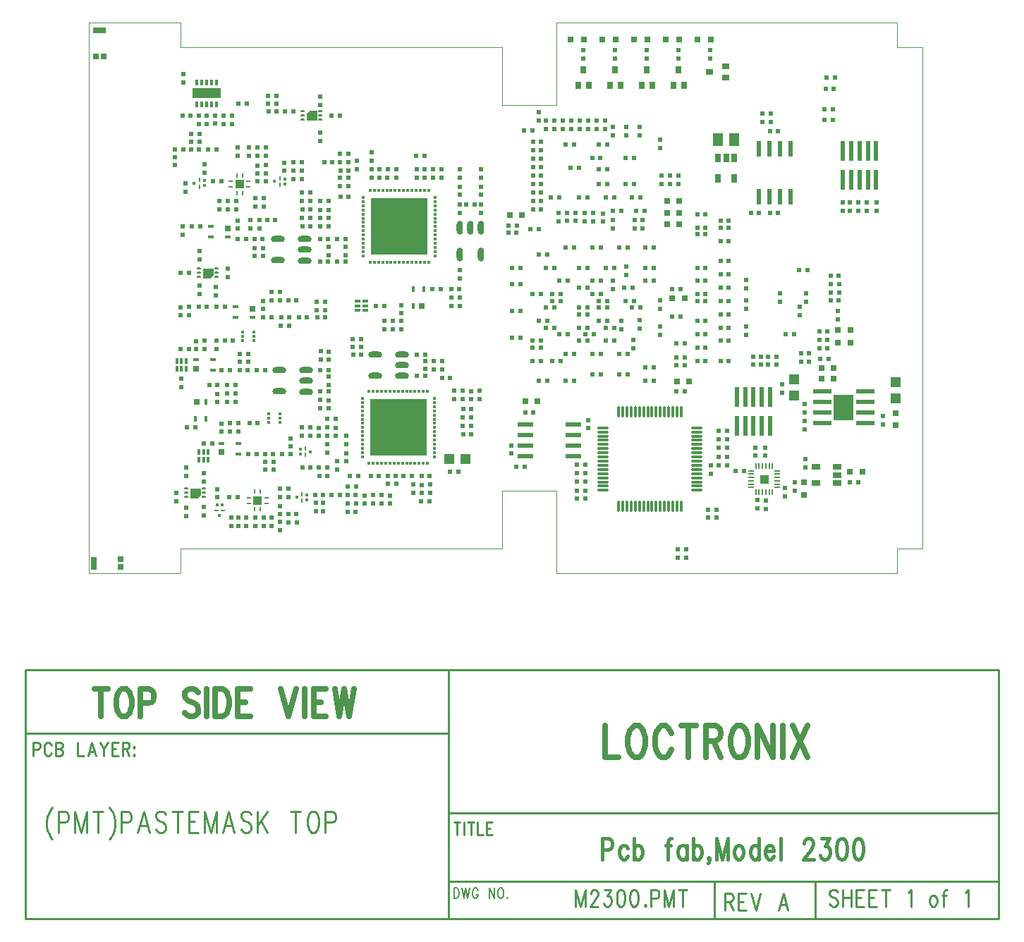
<source format=gbr>
*
*
G04 PADS 9.3 Build Number: 433611 generated Gerber (RS-274-X) file*
G04 PC Version=2.1*
*
%IN "M2300_R11A.pcb"*%
*
%MOIN*%
*
%FSLAX35Y35*%
*
*
*
*
G04 PC Standard Apertures*
*
*
G04 Thermal Relief Aperture macro.*
%AMTER*
1,1,$1,0,0*
1,0,$1-$2,0,0*
21,0,$3,$4,0,0,45*
21,0,$3,$4,0,0,135*
%
*
*
G04 Annular Aperture macro.*
%AMANN*
1,1,$1,0,0*
1,0,$2,0,0*
%
*
*
G04 Odd Aperture macro.*
%AMODD*
1,1,$1,0,0*
1,0,$1-0.005,0,0*
%
*
*
G04 PC Custom Aperture Macros*
*
*
*
*
*
*
G04 PC Aperture Table*
*
%ADD010C,0.001*%
%ADD014C,0.005*%
%ADD015C,0.007*%
%ADD019C,0.01*%
%ADD021R,0.024X0.02*%
%ADD022R,0.03X0.03*%
%ADD023R,0.02X0.024*%
%ADD024R,0.05X0.045*%
%ADD025R,0.045X0.05*%
%ADD026R,0.0315X0.0315*%
%ADD027R,0.05118X0.05906*%
%ADD028R,0.023X0.02*%
%ADD029R,0.02X0.023*%
%ADD032R,0.024X0.098*%
%ADD036R,0.028X0.036*%
%ADD037R,0.01772X0.01181*%
%ADD038O,0.03X0.065*%
%ADD039O,0.065X0.03*%
%ADD040R,0.039X0.027*%
%ADD041R,0.08661X0.024*%
%ADD042R,0.095X0.12*%
%ADD044O,0.02756X0.00787*%
%ADD045O,0.00787X0.02756*%
%ADD047R,0.01181X0.01772*%
%ADD049R,0.01772X0.01181*%
%ADD050R,0.26772X0.26772*%
%ADD052R,0.012X0.025*%
%ADD053R,0.027X0.027*%
%ADD054R,0.026X0.012*%
%ADD055R,0.025X0.012*%
%ADD056R,0.017X0.013*%
%ADD057R,0.01X0.021*%
%ADD058R,0.02X0.011*%
%ADD059R,0.011X0.02*%
%ADD060R,0.039X0.039*%
%ADD061R,0.01181X0.03051*%
%ADD062R,0.13189X0.04724*%
%ADD063R,0.012X0.026*%
%ADD064R,0.013X0.017*%
%ADD065R,0.021X0.01*%
%ADD066O,0.024X0.01*%
%ADD067R,0.01969X0.01969*%
%ADD068R,0.02756X0.03937*%
%ADD069R,0.074X0.024*%
%ADD072R,0.024X0.074*%
%ADD074R,0.0315X0.02559*%
%ADD075R,0.0315X0.06299*%
%ADD076R,0.02559X0.0315*%
%ADD077R,0.06299X0.0315*%
%ADD078O,0.05906X0.01181*%
%ADD079O,0.01181X0.05906*%
%ADD081C,0.00004*%
%ADD082C,0.009*%
%ADD083C,0.025*%
%ADD084C,0.015*%
%ADD089C,0.002*%
%ADD104R,0.036X0.028*%
%ADD191C,0.00039*%
*
*
*
*
G04 PC Circuitry*
G04 Layer Name M2300_R11A.pcb - circuitry*
%LPD*%
*
*
G04 PC Custom Flashes*
G04 Layer Name M2300_R11A.pcb - flashes*
%LPD*%
*
*
G04 PC Circuitry*
G04 Layer Name M2300_R11A.pcb - circuitry*
%LPD*%
*
G54D10*
G54D14*
G01X380091Y350602D03*
X289291Y352902D03*
X289791Y290902D03*
X335091Y298502D03*
G54D15*
X372369Y51204D02*
Y46282D01*
Y51204D02*
X373562D01*
X374074Y50969*
X374415Y50501*
X374585Y50032*
X374756Y49329*
Y48157*
X374585Y47454*
X374415Y46985*
X374074Y46516*
X373562Y46282*
X372369*
X376290Y51204D02*
X377142Y46282D01*
X377994Y51204D02*
X377142Y46282D01*
X377994Y51204D02*
X378847Y46282D01*
X379699Y51204D02*
X378847Y46282D01*
X383790Y50032D02*
X383619Y50501D01*
X383278Y50969*
X382937Y51204*
X382256*
X381915Y50969*
X381574Y50501*
X381403Y50032*
X381233Y49329*
Y48157*
X381403Y47454*
X381574Y46985*
X381915Y46516*
X382256Y46282*
X382937*
X383278Y46516*
X383619Y46985*
X383790Y47454*
Y48157*
X382937D02*
X383790D01*
X389244Y51204D02*
Y46282D01*
Y51204D02*
X391631Y46282D01*
Y51204D02*
Y46282D01*
X394187Y51204D02*
X393847Y50969D01*
X393506Y50501*
X393335Y50032*
X393165Y49329*
Y48157*
X393335Y47454*
X393506Y46985*
X393847Y46516*
X394187Y46282*
X394869*
X395210Y46516*
X395551Y46985*
X395722Y47454*
X395892Y48157*
Y49329*
X395722Y50032*
X395551Y50501*
X395210Y50969*
X394869Y51204*
X394187*
X397597Y46751D02*
X397426Y46516D01*
X397597Y46282*
X397767Y46516*
X397597Y46751*
G54D19*
X182386Y89219D02*
X181705Y88281D01*
X181023Y86875*
X180341Y85000*
X180000Y82656*
Y80781*
X180341Y78438*
X180341D02*
X181023Y76562D01*
X181023D02*
X181705Y75156D01*
X182386Y74219*
X185455Y87344D02*
Y77500D01*
Y87344D02*
X188523D01*
X189545Y86875*
X189886Y86406*
X190227Y85469*
Y84063*
X190227D02*
X189886Y83125D01*
X189545Y82656*
X188523Y82188*
X188523D02*
X185455D01*
X193295Y87344D02*
Y77500D01*
Y87344D02*
X196023Y77500D01*
X198750Y87344D02*
X196023Y77500D01*
X198750Y87344D02*
Y77500D01*
X204205Y87344D02*
Y77500D01*
X201818Y87344D02*
X206591D01*
X209659Y89219D02*
X210341Y88281D01*
X211023Y86875*
X211705Y85000*
X212045Y82656*
Y80781*
X211705Y78438*
X211705D02*
X211023Y76562D01*
X211023D02*
X210341Y75156D01*
X209659Y74219*
X215114Y87344D02*
Y77500D01*
Y87344D02*
X218182D01*
X219205Y86875*
X219545Y86406*
X219886Y85469*
Y84063*
X219886D02*
X219545Y83125D01*
X219205Y82656*
X218182Y82188*
X218182D02*
X215114D01*
X225682Y87344D02*
X222955Y77500D01*
X225682Y87344D02*
X228409Y77500D01*
X223977Y80781D02*
X227386D01*
X236250Y85938D02*
X235568Y86875D01*
X234545Y87344*
X233182*
X232159Y86875*
X231477Y85938*
X231477D02*
Y85000D01*
X231818Y84063*
X231818D02*
X232159Y83594D01*
X232841Y83125*
X234886Y82188*
X234886D02*
X235568Y81719D01*
X235909Y81250*
X236250Y80313*
X236250D02*
Y78906D01*
X235568Y77969*
X234545Y77500*
X233182*
X232159Y77969*
X231477Y78906*
X241705Y87344D02*
Y77500D01*
X239318Y87344D02*
X244091D01*
X247159D02*
Y77500D01*
Y87344D02*
X251591D01*
X247159Y82656D02*
X249886D01*
X247159Y77500D02*
X251591D01*
X254659Y87344D02*
Y77500D01*
Y87344D02*
X257386Y77500D01*
X260114Y87344D02*
X257386Y77500D01*
X260114Y87344D02*
Y77500D01*
X265909Y87344D02*
X263182Y77500D01*
X265909Y87344D02*
X268636Y77500D01*
X264205Y80781D02*
X267614D01*
X276477Y85938D02*
X275795Y86875D01*
X274773Y87344*
X273409*
X272386Y86875*
X271705Y85938*
X271705D02*
Y85000D01*
X272045Y84063*
X272045D02*
X272386Y83594D01*
X273068Y83125*
X275114Y82188*
X275114D02*
X275795Y81719D01*
X276136Y81250*
X276477Y80313*
X276477D02*
Y78906D01*
X275795Y77969*
X274773Y77500*
X273409*
X272386Y77969*
X271705Y78906*
X279545Y87344D02*
Y77500D01*
X284318Y87344D02*
X279545Y80781D01*
X281250Y83125D02*
X284318Y77500D01*
X297614Y87344D02*
Y77500D01*
X295227Y87344D02*
X300000D01*
X305114D02*
X304432Y86875D01*
X303750Y85938*
X303750D02*
X303409Y85000D01*
X303068Y83594*
Y81250*
X303409Y79844*
X303750Y78906*
X304432Y77969*
X305114Y77500*
X306477*
X307159Y77969*
X307841Y78906*
X308182Y79844*
X308523Y81250*
Y83594*
X308182Y85000*
X307841Y85938*
X307841D02*
X307159Y86875D01*
X306477Y87344*
X305114*
X311591D02*
Y77500D01*
Y87344D02*
X314659D01*
X315682Y86875*
X316023Y86406*
X316364Y85469*
Y84063*
X316364D02*
X316023Y83125D01*
X315682Y82656*
X314659Y82188*
X314659D02*
X311591D01*
X553818Y49250D02*
X553273Y50000D01*
X552455Y50375*
X551364*
X550545Y50000*
X550000Y49250*
Y48500*
X550273Y47750*
X550545Y47375*
X551091Y47000*
X552727Y46250*
X553273Y45875*
X553545Y45500*
X553818Y44750*
Y43625*
X553273Y42875*
X552455Y42500*
X551364*
X550545Y42875*
X550000Y43625*
X556273Y50375D02*
Y42500D01*
X560091Y50375D02*
Y42500D01*
X556273Y46625D02*
X560091D01*
X562545Y50375D02*
Y42500D01*
Y50375D02*
X566091D01*
X562545Y46625D02*
X564727D01*
X562545Y42500D02*
X566091D01*
X568545Y50375D02*
Y42500D01*
Y50375D02*
X572091D01*
X568545Y46625D02*
X570727D01*
X568545Y42500D02*
X572091D01*
X576455Y50375D02*
Y42500D01*
X574545Y50375D02*
X578364D01*
X587091Y48875D02*
X587636Y49250D01*
X588455Y50375*
Y42500*
X598545Y47750D02*
X598000Y47375D01*
X597455Y46625*
X597182Y45500*
Y44750*
X597455Y43625*
X598000Y42875*
X598545Y42500*
X599364*
X599909Y42875*
X600455Y43625*
X600727Y44750*
Y45500*
X600455Y46625*
X599909Y47375*
X599364Y47750*
X598545*
X605364Y50375D02*
X604818D01*
X604273Y50000*
X604000Y48875*
Y42500*
X603182Y47750D02*
X605091D01*
X614091Y48875D02*
X614636Y49250D01*
X615455Y50375*
Y42500*
X173499Y120149D02*
Y113587D01*
Y120149D02*
X175545D01*
X176226Y119837*
X176454Y119524*
X176681Y118899*
Y117962*
X176454Y117337*
X176226Y117024*
X175545Y116712*
X173499*
X182136Y118587D02*
X181908Y119212D01*
X181454Y119837*
X180999Y120149*
X180090*
X179636Y119837*
X179181Y119212*
X178954Y118587*
X178726Y117649*
Y116087*
X178954Y115149*
X179181Y114524*
X179636Y113899*
X180090Y113587*
X180999*
X181454Y113899*
X181908Y114524*
X182136Y115149*
X184181Y120149D02*
Y113587D01*
Y120149D02*
X186226D01*
X186908Y119837*
X187136Y119524*
X187363Y118899*
Y118274*
X187136Y117649*
X186908Y117337*
X186226Y117024*
X184181D02*
X186226D01*
X186908Y116712*
X187136Y116399*
X187363Y115774*
Y114837*
X187136Y114212*
X186908Y113899*
X186226Y113587*
X184181*
X194636Y120149D02*
Y113587D01*
X197363*
X201226Y120149D02*
X199408Y113587D01*
X201226Y120149D02*
X203045Y113587D01*
X200090Y115774D02*
X202363D01*
X205090Y120149D02*
X206908Y117024D01*
Y113587*
X208726Y120149D02*
X206908Y117024D01*
X210772Y120149D02*
Y113587D01*
Y120149D02*
X213726D01*
X210772Y117024D02*
X212590D01*
X210772Y113587D02*
X213726D01*
X215772Y120149D02*
Y113587D01*
Y120149D02*
X217817D01*
X218499Y119837*
X218726Y119524*
X218954Y118899*
Y118274*
X218726Y117649*
X218499Y117337*
X217817Y117024*
X215772*
X217363D02*
X218954Y113587D01*
X221226Y117962D02*
X220999Y117649D01*
X221226Y117337*
X221454Y117649*
X221226Y117962*
Y114212D02*
X220999Y113899D01*
X221226Y113587*
X221454Y113899*
X221226Y114212*
X430000Y50375D02*
Y42500D01*
Y50375D02*
X432182Y42500D01*
X434364Y50375D02*
X432182Y42500D01*
X434364Y50375D02*
Y42500D01*
X437091Y48500D02*
Y48875D01*
X437364Y49625*
X437636Y50000*
X438182Y50375*
X439273*
X439818Y50000*
X440091Y49625*
X440364Y48875*
Y48125*
X440091Y47375*
X439545Y46250*
X436818Y42500*
X440636*
X443636Y50375D02*
X446636D01*
X445000Y47375*
X445818*
X446364Y47000*
X446636Y46625*
X446909Y45500*
Y44750*
X446636Y43625*
X446091Y42875*
X445273Y42500*
X444455*
X443636Y42875*
X443364Y43250*
X443091Y44000*
X451000Y50375D02*
X450182Y50000D01*
X449636Y48875*
X449364Y47000*
Y45875*
X449636Y44000*
X450182Y42875*
X451000Y42500*
X451545*
X452364Y42875*
X452909Y44000*
X453182Y45875*
Y47000*
X452909Y48875*
X452364Y50000*
X451545Y50375*
X451000*
X457273D02*
X456455Y50000D01*
X455909Y48875*
X455636Y47000*
Y45875*
X455909Y44000*
X456455Y42875*
X457273Y42500*
X457818*
X458636Y42875*
X459182Y44000*
X459455Y45875*
Y47000*
X459182Y48875*
X458636Y50000*
X457818Y50375*
X457273*
X500604Y48567D02*
Y40692D01*
Y48567D02*
X503058D01*
X503877Y48192*
X504149Y47817*
X504422Y47067*
Y46317*
X504149Y45567*
X503877Y45192*
X503058Y44817*
X500604*
X502513D02*
X504422Y40692D01*
X506877Y48567D02*
Y40692D01*
Y48567D02*
X510422D01*
X506877Y44817D02*
X509058D01*
X506877Y40692D02*
X510422D01*
X512877Y48567D02*
X515058Y40692D01*
X517240Y48567D02*
X515058Y40692D01*
X528149Y48567D02*
X525968Y40692D01*
X528149Y48567D02*
X530331Y40692D01*
X526786Y43317D02*
X529513D01*
X462773Y43250D02*
X462500Y42875D01*
X462773Y42500*
X463045Y42875*
X462773Y43250*
X465500Y50375D02*
Y42500D01*
Y50375D02*
X467955D01*
X468773Y50000*
X469045Y49625*
X469318Y48875*
Y47750*
X469045Y47000*
X468773Y46625*
X467955Y46250*
X465500*
X471773Y50375D02*
Y42500D01*
Y50375D02*
X473955Y42500D01*
X476136Y50375D02*
X473955Y42500D01*
X476136Y50375D02*
Y42500D01*
X480500Y50375D02*
Y42500D01*
X478591Y50375D02*
X482409D01*
X629869Y154287D02*
X169869D01*
Y36782*
X629869*
Y154287*
X369869D02*
Y36782D01*
Y86782D02*
X629869D01*
X369869Y54282D02*
X629869D01*
X543104Y36782D02*
Y54282D01*
X495604Y36782D02*
Y54282D01*
X169869Y124282D02*
X369899D01*
G54D21*
X402091Y364402D03*
X398091D03*
X482091Y207402D03*
X478091D03*
Y211402D03*
X482091D03*
X413417Y309843D03*
X409417D03*
X426016Y312992D03*
X422016D03*
X434614D03*
X438614D03*
X444063Y309843D03*
X448063D03*
X431465Y322441D03*
X435465D03*
X431465Y325591D03*
X435465D03*
X440913D03*
X444913D03*
X440913Y319291D03*
X444913D03*
X431465Y335039D03*
X435465D03*
X444063Y316142D03*
X448063D03*
X419717Y325591D03*
X415717D03*
X422866Y331890D03*
X418866D03*
X437764D03*
X441764D03*
X456661Y325591D03*
X460661D03*
X431465Y316142D03*
X435465D03*
X440913Y328740D03*
X444913D03*
X559500Y243000D03*
X563500D03*
X419717Y316142D03*
X415717D03*
X435465Y309843D03*
X431465D03*
X454362Y303543D03*
X450362D03*
X441764D03*
X437764D03*
X429165D03*
X425165D03*
X418866Y300394D03*
X422866D03*
X409417D03*
X413417D03*
X412567Y290945D03*
X416567D03*
X425165D03*
X429165D03*
X437764Y294094D03*
X441764D03*
X450362D03*
X454362D03*
X462961Y290945D03*
X466961D03*
Y297244D03*
X462961D03*
X460661Y377559D03*
X456661D03*
X448063D03*
X444063D03*
X435465D03*
X431465D03*
X429165Y402756D03*
X425165D03*
X440913D03*
X444913D03*
X418079Y377559D03*
X422079D03*
X457512Y396457D03*
X453512D03*
X444913Y390945D03*
X440913D03*
X444913Y383858D03*
X440913D03*
X457512D03*
X453512D03*
X458630Y371260D03*
X462630D03*
X447606D03*
X451606D03*
X412567Y350787D03*
X416567D03*
X425165Y353937D03*
X429165D03*
X437764D03*
X441764D03*
X450362D03*
X454362D03*
X419717Y344488D03*
X415717D03*
X431465D03*
X435465D03*
X409500Y409500D03*
X405500D03*
X422016Y338189D03*
X426016D03*
X437764D03*
X441764D03*
X462961Y353937D03*
X466961D03*
X444063Y344488D03*
X448063D03*
X462961D03*
X466961D03*
X354500Y397200D03*
X358500D03*
X341091Y242402D03*
X345091D03*
X362591Y390902D03*
X366591D03*
X348591Y245902D03*
X352591D03*
X362591Y386902D03*
X366591D03*
X327091Y245902D03*
X323091D03*
X337091Y390902D03*
X341091D03*
X357000Y234000D03*
X361000D03*
X370591Y247902D03*
X374591D03*
X366091Y334402D03*
X362091D03*
X339591Y326402D03*
X335591D03*
X406000Y250500D03*
X402000D03*
X247091Y341902D03*
X243091D03*
X378091Y374402D03*
X382091D03*
X321091Y357902D03*
X317091D03*
X270091D03*
X274091D03*
X252591Y363902D03*
X248591D03*
X497500Y255000D03*
X501500D03*
X321091Y347402D03*
X317091D03*
X313091Y375902D03*
X309091D03*
X497500Y251000D03*
X501500D03*
X279591Y385202D03*
X283591D03*
X258591Y385402D03*
X262591D03*
X313091Y363902D03*
X309091D03*
X304591Y367902D03*
X300591D03*
X318591Y416402D03*
X314591D03*
X274591Y421902D03*
X270591D03*
X497500Y259500D03*
X501500D03*
X296591Y418402D03*
X292591D03*
X497500Y267500D03*
X501500D03*
X260091Y400402D03*
X256091D03*
X244591D03*
X240591D03*
X313091Y295902D03*
X309091D03*
X283091D03*
X279091D03*
X266591D03*
X262591D03*
X247091Y305902D03*
X243091D03*
X313091Y285902D03*
X309091D03*
X265091Y288902D03*
X269091D03*
X265091Y284902D03*
X269091D03*
X366891Y300502D03*
X362891D03*
X265091Y280902D03*
X269091D03*
X366891Y296502D03*
X362891D03*
X316591Y272902D03*
X312591D03*
X300591Y268902D03*
X304591D03*
X300591Y264902D03*
X304591D03*
X295091Y256402D03*
X291091D03*
X279091D03*
X275091D03*
X258091Y261402D03*
X254091D03*
X312591Y249902D03*
X308591D03*
X298091Y223902D03*
X294091D03*
X338091Y236902D03*
X334091D03*
X326091Y240902D03*
X322091D03*
X318591Y236902D03*
X314591D03*
X294091Y235902D03*
X290091D03*
X270091D03*
X266091D03*
X338091Y232902D03*
X334091D03*
X326091D03*
X322091D03*
X290091Y239902D03*
X294091D03*
X282091Y320902D03*
X286091D03*
X264091Y325902D03*
X260091D03*
X294591Y316902D03*
X290591D03*
X550362Y336614D03*
X554362D03*
X550362Y332677D03*
X554362D03*
X533102Y312992D03*
X529102D03*
X545500Y301500D03*
X549500D03*
X535500Y343500D03*
X539500D03*
X403969Y344488D03*
X399969D03*
X403969Y336614D03*
X399969D03*
X413417Y331890D03*
X409417D03*
X422866Y328740D03*
X418866D03*
X403969Y324016D03*
X399969D03*
X416567Y319291D03*
X412567D03*
X404000Y311500D03*
X400000D03*
X413417Y306693D03*
X409417D03*
X466961Y338189D03*
X462961D03*
X456724Y335039D03*
X452724D03*
X453512Y328740D03*
X457512D03*
X312991Y347402D03*
X309191D03*
X304491Y371902D03*
X300691D03*
Y363902D03*
X304491D03*
X318691Y377902D03*
X322491D03*
X318691Y390402D03*
X322491D03*
X311191Y394402D03*
X314991D03*
X358791Y303502D03*
X354991D03*
X370491Y292402D03*
X366691D03*
X358791Y293502D03*
X354991D03*
X312491Y245902D03*
X308691D03*
X304491Y249902D03*
X300691D03*
X325991Y236902D03*
X322191D03*
Y228902D03*
X325991D03*
X302991Y320902D03*
X299191D03*
X294491D03*
X290691D03*
X255491Y325902D03*
X251691D03*
X380491Y265702D03*
X376691D03*
X380491Y277702D03*
X376691D03*
X312991Y357902D03*
X309191D03*
X250091Y268902D03*
X246091D03*
G54D22*
X477691Y290689D03*
X483491D03*
X565400Y248000D03*
X559600D03*
X475600Y330000D03*
X481400D03*
X406100Y281500D03*
X411900D03*
X581091Y275802D03*
Y270002D03*
X473100Y365000D03*
X478900D03*
X473100Y370500D03*
X478900D03*
X473100Y376000D03*
X478900D03*
X538000Y237100D03*
Y242900D03*
X554000Y314900D03*
Y309100D03*
X546100Y297000D03*
X551900D03*
X404491Y369402D03*
X398691D03*
X560000Y309100D03*
Y314900D03*
X551900Y292000D03*
X546100D03*
G54D23*
X447638Y334220D03*
Y338220D03*
X453937Y340913D03*
Y344913D03*
X538500Y250000D03*
Y254000D03*
X470500Y388000D03*
Y384000D03*
X447638Y407055D03*
Y411055D03*
X453937Y407055D03*
Y411055D03*
X460236Y407055D03*
Y411055D03*
X469685Y401150D03*
Y405150D03*
X575091Y274402D03*
Y270402D03*
X422000Y366500D03*
Y370500D03*
X444000Y414000D03*
Y410000D03*
X527591Y285402D03*
Y289402D03*
X412500Y414000D03*
Y418000D03*
X353091Y241902D03*
Y237902D03*
X345091Y386902D03*
Y390902D03*
X333500Y395000D03*
Y399000D03*
X361091Y241902D03*
Y237902D03*
X347591Y319402D03*
Y315402D03*
X343591Y319402D03*
Y315402D03*
X385091Y386902D03*
Y390902D03*
X375091Y386902D03*
Y390902D03*
Y374402D03*
Y370402D03*
Y343402D03*
Y339402D03*
X265591Y339902D03*
Y343902D03*
X385091Y374402D03*
Y370402D03*
X252091Y348402D03*
Y352402D03*
Y335902D03*
Y331902D03*
X276091Y366902D03*
Y362902D03*
X280591Y366902D03*
Y362902D03*
X244091Y363902D03*
Y359902D03*
X283591Y401402D03*
Y397402D03*
X261591Y371902D03*
Y375902D03*
X275591Y397402D03*
Y401402D03*
X270091Y397402D03*
Y401402D03*
X269591Y375902D03*
Y371902D03*
X304591Y375902D03*
Y379902D03*
X300591Y375902D03*
Y379902D03*
X245591Y380402D03*
Y384402D03*
X283591Y388902D03*
Y392902D03*
X278591Y377402D03*
Y373402D03*
X322591Y382902D03*
Y386902D03*
X244591Y431902D03*
Y435902D03*
X326591Y390902D03*
Y394902D03*
X318591Y382902D03*
Y386902D03*
Y394402D03*
Y398402D03*
X252000Y416500D03*
Y412500D03*
X309091Y421402D03*
Y425402D03*
Y408402D03*
Y404402D03*
X263500Y412500D03*
Y416500D03*
X267500Y412500D03*
Y416500D03*
X255500D03*
Y412500D03*
X260091Y309902D03*
Y305902D03*
X254591Y309902D03*
Y305902D03*
X309591Y304902D03*
Y300902D03*
X309091Y277902D03*
Y281902D03*
X243500Y292000D03*
Y288000D03*
X313091Y292902D03*
Y288902D03*
X317091Y252902D03*
Y248902D03*
X270591Y270902D03*
Y266902D03*
X266591Y270902D03*
Y266902D03*
X312591Y264902D03*
Y268902D03*
X321591Y264902D03*
Y260902D03*
X254091Y247402D03*
Y243402D03*
X312591Y260902D03*
Y256902D03*
X241091Y237902D03*
Y233902D03*
X267091Y222402D03*
Y226402D03*
X246000Y246000D03*
Y250000D03*
Y231000D03*
Y227000D03*
X290091Y224402D03*
Y220402D03*
X286091Y226402D03*
Y222402D03*
X274091Y226402D03*
Y222402D03*
X254091Y227402D03*
Y231402D03*
X282591Y226402D03*
Y222402D03*
X286091Y328902D03*
Y332902D03*
X290091Y328902D03*
Y332902D03*
X384591Y286402D03*
Y282402D03*
X380591Y269702D03*
Y273702D03*
X529000Y240500D03*
Y236500D03*
X247091Y325902D03*
Y321902D03*
X376591Y269702D03*
Y273702D03*
Y282202D03*
Y286202D03*
X515909Y234598D03*
Y230598D03*
X520000Y234500D03*
Y230500D03*
X518091Y417402D03*
Y413402D03*
X526378Y332315D03*
Y328315D03*
X510630Y329165D03*
Y325165D03*
Y316567D03*
Y312567D03*
X538976Y332315D03*
Y328315D03*
X554000Y320000D03*
Y324000D03*
X510630Y334614D03*
Y338614D03*
X536614Y303969D03*
Y299969D03*
X535827Y322016D03*
Y326016D03*
X533500Y243000D03*
Y239000D03*
X469685Y325165D03*
Y329165D03*
X460236Y319717D03*
Y315717D03*
X451575Y319323D03*
Y315323D03*
X469685Y312567D03*
Y316567D03*
X457087Y306268D03*
Y310268D03*
X279591Y392802D03*
Y389002D03*
X313091Y368002D03*
Y371802D03*
X309091Y368002D03*
Y371802D03*
X292291Y390302D03*
Y394102D03*
X254591Y389502D03*
Y393302D03*
X322591Y394502D03*
Y398302D03*
X240591Y396802D03*
Y393002D03*
X313091Y278002D03*
Y281802D03*
Y304802D03*
Y301002D03*
X250591Y309802D03*
Y306002D03*
X260591Y284802D03*
Y281002D03*
X385091Y382802D03*
Y379002D03*
X358891Y300402D03*
Y296602D03*
X321591Y253002D03*
Y256802D03*
X316591Y268802D03*
Y265002D03*
X308591Y268802D03*
Y265002D03*
X262591Y270802D03*
Y267002D03*
X295091Y260002D03*
Y263802D03*
X375091Y382802D03*
Y379002D03*
X290091Y228002D03*
Y231802D03*
X342091Y233002D03*
Y236802D03*
X330091Y233002D03*
Y236802D03*
X260591Y236002D03*
Y239802D03*
X282091Y328802D03*
Y325002D03*
X380591Y282302D03*
Y286102D03*
X347591Y323002D03*
Y326802D03*
X243091Y325802D03*
Y322002D03*
X372591Y282502D03*
Y286302D03*
X270091Y366802D03*
Y363002D03*
X321091Y354302D03*
Y350502D03*
X313091Y354302D03*
Y350502D03*
X265591Y375902D03*
Y371902D03*
X270591Y226402D03*
Y222402D03*
X538091Y279902D03*
Y275902D03*
Y271902D03*
Y267902D03*
X260000Y331500D03*
Y335500D03*
G54D24*
X581091Y282602D03*
Y290202D03*
X533091Y284102D03*
Y291702D03*
G54D25*
X370291Y253902D03*
X377891D03*
G54D26*
X427343Y452402D03*
X433839D03*
X442343D03*
X448839D03*
X457343D03*
X463839D03*
X472343D03*
X478839D03*
X487343D03*
X493839D03*
G54D27*
X497276Y404957D03*
X504756D03*
G54D28*
X479400Y321500D03*
X475600D03*
X409900Y276000D03*
X406100D03*
X408604Y362598D03*
X412404D03*
X550462Y340551D03*
X554262D03*
X398191Y360902D03*
X401991D03*
X481400Y286000D03*
X477600D03*
X479400Y334500D03*
X475600D03*
X430600Y235500D03*
X434400D03*
X477628Y301969D03*
X481428D03*
X409691Y379902D03*
X413491D03*
X409691Y403902D03*
X413491D03*
X409691Y371902D03*
X413491D03*
X409691Y399902D03*
X413491D03*
X409691Y387902D03*
X413491D03*
X409691Y383902D03*
X413491D03*
X409691Y391902D03*
X413491D03*
X409691Y375902D03*
X413491D03*
X409691Y395902D03*
X413491D03*
X441664Y396457D03*
X437864D03*
X431428Y391732D03*
X427628D03*
X354691Y390902D03*
X358491D03*
X341191Y245902D03*
X344991D03*
X354691Y386902D03*
X358491D03*
X336991Y245902D03*
X333191D03*
X337191Y386902D03*
X340991D03*
X357191Y245902D03*
X360991D03*
X496400Y226500D03*
X492600D03*
X501400Y263500D03*
X497600D03*
X374991Y334402D03*
X371191D03*
X492600Y230000D03*
X496400D03*
X284191Y366902D03*
X287991D03*
X281991Y357902D03*
X278191D03*
X300391Y386502D03*
X296591D03*
X288491Y418402D03*
X284691D03*
X247991Y416402D03*
X244191D03*
X251991Y400402D03*
X248191D03*
X264191Y309902D03*
X267991D03*
X274991Y295902D03*
X271191D03*
X260491Y288902D03*
X256691D03*
X328491Y303402D03*
X324691D03*
X275691Y270902D03*
X279491D03*
X286991Y256402D03*
X283191D03*
X547600Y419500D03*
X551400D03*
X294191Y227902D03*
X297991D03*
X310491Y236902D03*
X306691D03*
X294191Y328902D03*
X297991D03*
X311491Y320902D03*
X307691D03*
X505600Y248500D03*
X509400D03*
X525491Y370402D03*
X521691D03*
X434400Y239000D03*
X430600D03*
X512691Y370402D03*
X516491D03*
X521691Y408902D03*
X525491D03*
X554262Y329134D03*
X550462D03*
X548900Y314500D03*
X545100D03*
X548900Y310500D03*
X545100D03*
X548900Y306500D03*
X545100D03*
X481428Y298425D03*
X477628D03*
X481428Y308661D03*
X477628D03*
X430600Y243500D03*
X434400D03*
X430600Y251500D03*
X434400D03*
X430600Y247500D03*
X434400D03*
X548100Y429000D03*
X551900D03*
X547600Y414500D03*
X551400D03*
X548600Y434500D03*
X552400D03*
X491270Y331890D03*
X487470D03*
X502294Y347638D03*
X498494D03*
X491270Y319291D03*
X487470D03*
X502294Y322441D03*
X498494D03*
X491270Y312992D03*
X487470D03*
X491270Y338189D03*
X487470D03*
X502294Y366535D03*
X498494D03*
X502294Y341339D03*
X498494D03*
X502294Y363386D03*
X498494D03*
X491270D03*
X487470D03*
X491270Y360236D03*
X487470D03*
X491270Y344488D03*
X487470D03*
X502294Y357087D03*
X498494D03*
X491270Y369685D03*
X487470D03*
X502294Y316142D03*
X498494D03*
X502294Y309843D03*
X498494D03*
X491270Y300394D03*
X487470D03*
X502294Y328740D03*
X498494D03*
X491270Y306693D03*
X487470D03*
X502294Y300394D03*
X498494D03*
X491270Y328740D03*
X487470D03*
X502294Y335039D03*
X498494D03*
G54D29*
X447638Y366861D03*
Y363061D03*
X525000Y298600D03*
Y302400D03*
X461500Y363100D03*
Y366900D03*
X458000Y363100D03*
Y366900D03*
X478500Y384100D03*
Y387900D03*
X440000Y413900D03*
Y410100D03*
X438091Y366502D03*
Y370302D03*
X430000Y366600D03*
Y370400D03*
X426000Y366600D03*
Y370400D03*
X416000Y413900D03*
Y410100D03*
X436000Y272400D03*
Y268600D03*
X420000Y413900D03*
Y410100D03*
X428000Y413900D03*
Y410100D03*
X424000Y413900D03*
Y410100D03*
X474500Y387900D03*
Y384100D03*
X432000Y413900D03*
Y410100D03*
X434091Y366502D03*
Y370302D03*
X399500Y256600D03*
Y260400D03*
X436000Y410100D03*
Y413900D03*
X442913Y370010D03*
Y366210D03*
X494000Y250900D03*
Y247100D03*
X357091Y241802D03*
Y238002D03*
X333500Y387100D03*
Y390900D03*
X339591Y319302D03*
Y315502D03*
X375091Y330302D03*
Y326502D03*
X371091Y330302D03*
Y326502D03*
X282091Y353802D03*
Y350002D03*
X278091Y353802D03*
Y350002D03*
X279591Y397502D03*
Y401302D03*
X300591Y390502D03*
Y394302D03*
X296591Y390502D03*
Y394302D03*
X282591Y377302D03*
Y373502D03*
X288591Y422002D03*
Y425802D03*
X284591Y422002D03*
Y425802D03*
X259500Y412600D03*
Y416400D03*
X252091Y404002D03*
Y407802D03*
X248091Y404002D03*
Y407802D03*
X275091Y300002D03*
Y303802D03*
X271091Y300002D03*
Y303802D03*
X328591Y307002D03*
Y310802D03*
X324591Y307002D03*
Y310802D03*
X287091Y252802D03*
Y249002D03*
X283091Y252802D03*
Y249002D03*
X310591Y233302D03*
Y229502D03*
X307091Y233302D03*
Y229502D03*
X278591Y226302D03*
Y222502D03*
X311591Y324502D03*
Y328302D03*
X515000Y259400D03*
Y255600D03*
X307591Y324502D03*
Y328302D03*
X519500Y259400D03*
Y255600D03*
X522091Y417302D03*
Y413502D03*
X521000Y298600D03*
Y302400D03*
X517500Y298600D03*
Y302400D03*
X514000Y298600D03*
Y302400D03*
X433591Y443502D03*
Y447302D03*
X540157Y300069D03*
Y303869D03*
X556091Y371502D03*
Y375302D03*
X572091D03*
Y371502D03*
X567591Y375302D03*
Y371502D03*
X563591Y375302D03*
Y371502D03*
X559591Y375302D03*
Y371502D03*
X448591Y443502D03*
Y447302D03*
X463591Y443502D03*
Y447302D03*
X478591Y443502D03*
Y447302D03*
X493591Y443502D03*
Y447302D03*
G54D32*
X521874Y283390D03*
Y269610D03*
X517937Y283390D03*
Y269610D03*
X514000Y283390D03*
Y269610D03*
X510063Y283390D03*
Y269610D03*
X506126Y283390D03*
Y269610D03*
X571965Y399792D03*
Y386012D03*
X568028Y399792D03*
Y386012D03*
X564091Y399792D03*
Y386012D03*
X560154Y399792D03*
Y386012D03*
X556217Y399792D03*
Y386012D03*
G54D36*
X431031Y430661D03*
X436150D03*
X433591Y438142D03*
X446031Y430661D03*
X451150D03*
X448591Y438142D03*
X461031Y430661D03*
X466150D03*
X463591Y438142D03*
X476031Y430661D03*
X481150D03*
X478591Y438142D03*
G54D37*
X290248Y271433D03*
Y273402D03*
Y275371D03*
X284934D03*
Y273402D03*
Y271433D03*
X277748Y309933D03*
Y311902D03*
Y313871D03*
X272434D03*
Y311902D03*
Y309933D03*
G54D38*
X375091Y363202D03*
X380091D03*
X385191D03*
X385091Y350602D03*
X375091D03*
G54D39*
X301891Y357902D03*
Y352902D03*
Y347802D03*
X289291Y347902D03*
Y357902D03*
X302391Y295902D03*
Y290902D03*
Y285802D03*
X289791Y285902D03*
Y295902D03*
X347691Y303502D03*
Y298502D03*
Y293402D03*
X335091Y293502D03*
Y303502D03*
G54D40*
X553600Y242750D03*
Y246500D03*
Y250250D03*
X543400D03*
Y242750D03*
G54D41*
X566791Y270902D03*
Y275902D03*
Y280902D03*
Y285902D03*
X546391D03*
Y280902D03*
Y275902D03*
Y270902D03*
G54D42*
X556591Y278402D03*
G54D44*
X512898Y248437D03*
Y246862D03*
Y245287D03*
Y243713D03*
Y242138D03*
Y240563D03*
X525102D03*
Y242138D03*
Y243713D03*
Y245287D03*
Y246862D03*
Y248437D03*
G54D45*
X515063Y238398D03*
X516638D03*
X518213D03*
X519787D03*
X521362D03*
X522937D03*
Y250602D03*
X521362D03*
X519787D03*
X518213D03*
X516638D03*
X515063D03*
G54D47*
X332811Y346854D03*
X334780D03*
X336748D03*
X338717D03*
X340685D03*
X342654D03*
X344622D03*
X346591D03*
X348559D03*
X350528D03*
X352496D03*
X354465D03*
X356433D03*
X358402D03*
X360370D03*
Y380949D03*
X358402D03*
X356433D03*
X354465D03*
X352496D03*
X350528D03*
X348559D03*
X346591D03*
X344622D03*
X342654D03*
X340685D03*
X338717D03*
X336748D03*
X334780D03*
X332811D03*
X359870Y285949D03*
X357902D03*
X355933D03*
X353965D03*
X351996D03*
X350028D03*
X348059D03*
X346091D03*
X344122D03*
X342154D03*
X340185D03*
X338217D03*
X336248D03*
X334280D03*
X332311D03*
Y251854D03*
X334280D03*
X336248D03*
X338217D03*
X340185D03*
X342154D03*
X344122D03*
X346091D03*
X348059D03*
X350028D03*
X351996D03*
X353965D03*
X355933D03*
X357902D03*
X359870D03*
G54D49*
X363638Y350122D03*
Y352091D03*
Y354059D03*
Y356028D03*
Y357996D03*
Y359965D03*
Y361933D03*
Y363902D03*
Y365870D03*
Y367839D03*
Y369807D03*
Y371776D03*
Y373744D03*
Y375713D03*
Y377681D03*
X329543D03*
Y375713D03*
Y373744D03*
Y371776D03*
Y369807D03*
Y367839D03*
Y365870D03*
Y363902D03*
Y361933D03*
Y359965D03*
Y357996D03*
Y356028D03*
Y354059D03*
Y352091D03*
Y350122D03*
X329043Y282681D03*
Y280713D03*
Y278744D03*
Y276776D03*
Y274807D03*
Y272839D03*
Y270870D03*
Y268902D03*
Y266933D03*
Y264965D03*
Y262996D03*
Y261028D03*
Y259059D03*
Y257091D03*
Y255122D03*
X363138D03*
Y257091D03*
Y259059D03*
Y261028D03*
Y262996D03*
Y264965D03*
Y266933D03*
Y268902D03*
Y270870D03*
Y272839D03*
Y274807D03*
Y276776D03*
Y278744D03*
Y280713D03*
Y282681D03*
G54D50*
X346591Y363902D03*
X346091Y268902D03*
G54D52*
X353041Y326452D03*
X358141Y334352D03*
X353041D03*
X255141Y280852D03*
X250041Y272952D03*
X255141D03*
G54D53*
X357291Y326352D03*
X265641Y363102D03*
X250541Y296702D03*
X250891Y280952D03*
X262541Y257202D03*
X277141Y325102D03*
G54D54*
X330402Y324237D03*
Y326402D03*
Y328567D03*
X326780D03*
Y326402D03*
Y324237D03*
G54D55*
X265541Y358852D03*
X257641Y363952D03*
Y358852D03*
X250641Y300952D03*
X258541Y295852D03*
Y300952D03*
X262641Y261452D03*
X270541Y256352D03*
Y261452D03*
X277041Y320852D03*
X269141Y325952D03*
Y320852D03*
G54D56*
X287650Y385302D03*
X292374Y384120D03*
Y386443D03*
X249650Y384402D03*
X254374Y383220D03*
Y385543D03*
X304531Y257402D03*
X299807Y258583D03*
Y256260D03*
X298150Y235902D03*
X302874Y234720D03*
Y237043D03*
G54D57*
X290012Y383727D03*
Y386837D03*
X252012Y382827D03*
Y385937D03*
X302169Y258976D03*
Y255866D03*
X300512Y234327D03*
Y237437D03*
G54D58*
X266957Y385182D03*
Y382622D03*
X275225D03*
Y385182D03*
X275457Y235682D03*
Y233122D03*
X283725D03*
Y235682D03*
G54D59*
X269811Y379768D03*
X272371D03*
Y388036D03*
X269811D03*
X278311Y230268D03*
X280871D03*
Y238536D03*
X278311D03*
G54D60*
X271091Y383902D03*
X279591Y234402D03*
G54D61*
X260315Y431981D03*
X257953D03*
X255591D03*
X253229D03*
X250867D03*
Y421823D03*
X253229D03*
X255591D03*
X257953D03*
X260315D03*
G54D62*
X255591Y426902D03*
G54D63*
X245756Y300213D03*
X243591D03*
X241426D03*
Y296591D03*
X243591D03*
X245756D03*
X256256Y257213D03*
X254091D03*
X251926D03*
Y253591D03*
X254091D03*
X256256D03*
G54D64*
X261591Y227461D03*
X262772Y232185D03*
X260449D03*
G54D65*
X263165Y229823D03*
X260055D03*
G54D66*
X260224Y339933D03*
Y341902D03*
Y343870D03*
X251957D03*
Y341902D03*
X251858Y339933D03*
X300957Y418370D03*
Y416402D03*
Y414433D03*
X309224D03*
Y416402D03*
X309323Y418370D03*
X254224Y235933D03*
Y237902D03*
Y239870D03*
X245957D03*
Y237902D03*
X245858Y235933D03*
G54D67*
X256091Y341902D03*
X305091Y416402D03*
X250091Y237902D03*
G54D68*
X504756Y396181D03*
X501016D03*
X497276D03*
Y386732D03*
X504756D03*
G54D69*
X428750Y255500D03*
Y260500D03*
Y265500D03*
Y270500D03*
X406250D03*
Y265500D03*
Y260500D03*
Y255500D03*
G54D72*
X531591Y400652D03*
X526591D03*
X521591D03*
X516591D03*
Y378152D03*
X521591D03*
X526591D03*
X531591D03*
G54D74*
X214890Y206693D03*
Y202953D03*
G54D75*
X202291Y204823D03*
G54D76*
X206791Y444201D03*
X203051D03*
G54D77*
X204921Y456799D03*
G54D78*
X487244Y239236D03*
Y241205D03*
Y243173D03*
Y245142D03*
Y247110D03*
Y249079D03*
Y251047D03*
Y253016D03*
Y254984D03*
Y256953D03*
Y258921D03*
Y260890D03*
Y262858D03*
Y264827D03*
Y266795D03*
Y268764D03*
X442756D03*
Y266795D03*
Y264827D03*
Y262858D03*
Y260890D03*
Y258921D03*
Y256953D03*
Y254984D03*
Y253016D03*
Y251047D03*
Y249079D03*
Y247110D03*
Y245142D03*
Y243173D03*
Y241205D03*
Y239236D03*
G54D79*
X479764Y276244D03*
X477795D03*
X475827D03*
X473858D03*
X471890D03*
X469921D03*
X467953D03*
X465984D03*
X464016D03*
X462047D03*
X460079D03*
X458110D03*
X456142D03*
X454173D03*
X452205D03*
X450236D03*
Y231756D03*
X452205D03*
X454173D03*
X456142D03*
X458110D03*
X460079D03*
X462047D03*
X464016D03*
X465984D03*
X467953D03*
X469921D03*
X471890D03*
X473858D03*
X475827D03*
X477795D03*
X479764D03*
G54D81*
X253730Y339738D02*
X256976D01*
X258451Y341213*
Y344065*
X253730*
Y339738*
Y344065*
X253732Y339738D02*
Y344065D01*
X253734Y339738D02*
Y344065D01*
X253736Y339738D02*
Y344065D01*
X253738Y339738D02*
Y344065D01*
X253740Y339738D02*
Y344065D01*
X253742Y339738D02*
Y344065D01*
X253744Y339738D02*
Y344065D01*
X253746Y339738D02*
Y344065D01*
X253748Y339738D02*
Y344065D01*
X253750Y339738D02*
Y344065D01*
X253752Y339738D02*
Y344065D01*
X253754Y339738D02*
Y344065D01*
X253756Y339738D02*
Y344065D01*
X253758Y339738D02*
Y344065D01*
X253760Y339738D02*
Y344065D01*
X253762Y339738D02*
Y344065D01*
X253764Y339738D02*
Y344065D01*
X253766Y339738D02*
Y344065D01*
X253768Y339738D02*
Y344065D01*
X253770Y339738D02*
Y344065D01*
X253772Y339738D02*
Y344065D01*
X253774Y339738D02*
Y344065D01*
X253776Y339738D02*
Y344065D01*
X253778Y339738D02*
Y344065D01*
X253780Y339738D02*
Y344065D01*
X253781Y339738D02*
Y344065D01*
X253783Y339738D02*
Y344065D01*
X253785Y339738D02*
Y344065D01*
X253787Y339738D02*
Y344065D01*
X253789Y339738D02*
Y344065D01*
X253791Y339738D02*
Y344065D01*
X253793Y339738D02*
Y344065D01*
X253795Y339738D02*
Y344065D01*
X253797Y339738D02*
Y344065D01*
X253799Y339738D02*
Y344065D01*
X253801Y339738D02*
Y344065D01*
X253803Y339738D02*
Y344065D01*
X253805Y339738D02*
Y344065D01*
X253807Y339738D02*
Y344065D01*
X253809Y339738D02*
Y344065D01*
X253811Y339738D02*
Y344065D01*
X253813Y339738D02*
Y344065D01*
X253815Y339738D02*
Y344065D01*
X253817Y339738D02*
Y344065D01*
X253819Y339738D02*
Y344065D01*
X253821Y339738D02*
Y344065D01*
X253823Y339738D02*
Y344065D01*
X253825Y339738D02*
Y344065D01*
X253827Y339738D02*
Y344065D01*
X253829Y339738D02*
Y344065D01*
X253831Y339738D02*
Y344065D01*
X253833Y339738D02*
Y344065D01*
X253835Y339738D02*
Y344065D01*
X253837Y339738D02*
Y344065D01*
X253839Y339738D02*
Y344065D01*
X253841Y339738D02*
Y344065D01*
X253843Y339738D02*
Y344065D01*
X253844Y339738D02*
Y344065D01*
X253846Y339738D02*
Y344065D01*
X253848Y339738D02*
Y344065D01*
X253850Y339738D02*
Y344065D01*
X253852Y339738D02*
Y344065D01*
X253854Y339738D02*
Y344065D01*
X253856Y339738D02*
Y344065D01*
X253858Y339738D02*
Y344065D01*
X253860Y339738D02*
Y344065D01*
X253862Y339738D02*
Y344065D01*
X253864Y339738D02*
Y344065D01*
X253866Y339738D02*
Y344065D01*
X253868Y339738D02*
Y344065D01*
X253870Y339738D02*
Y344065D01*
X253872Y339738D02*
Y344065D01*
X253874Y339738D02*
Y344065D01*
X253876Y339738D02*
Y344065D01*
X253878Y339738D02*
Y344065D01*
X253880Y339738D02*
Y344065D01*
X253882Y339738D02*
Y344065D01*
X253884Y339738D02*
Y344065D01*
X253886Y339738D02*
Y344065D01*
X253888Y339738D02*
Y344065D01*
X253890Y339738D02*
Y344065D01*
X253892Y339738D02*
Y344065D01*
X253894Y339738D02*
Y344065D01*
X253896Y339738D02*
Y344065D01*
X253898Y339738D02*
Y344065D01*
X253900Y339738D02*
Y344065D01*
X253902Y339738D02*
Y344065D01*
X253904Y339738D02*
Y344065D01*
X253906Y339738D02*
Y344065D01*
X253907Y339738D02*
Y344065D01*
X253909Y339738D02*
Y344065D01*
X253911Y339738D02*
Y344065D01*
X253913Y339738D02*
Y344065D01*
X253915Y339738D02*
Y344065D01*
X253917Y339738D02*
Y344065D01*
X253919Y339738D02*
Y344065D01*
X253921Y339738D02*
Y344065D01*
X253923Y339738D02*
Y344065D01*
X253925Y339738D02*
Y344065D01*
X253927Y339738D02*
Y344065D01*
X253929Y339738D02*
Y344065D01*
X253931Y339738D02*
Y344065D01*
X253933Y339738D02*
Y344065D01*
X253935Y339738D02*
Y344065D01*
X253937Y339738D02*
Y344065D01*
X253939Y339738D02*
Y344065D01*
X253941Y339738D02*
Y344065D01*
X253943Y339738D02*
Y344065D01*
X253945Y339738D02*
Y344065D01*
X253947Y339738D02*
Y344065D01*
X253949Y339738D02*
Y344065D01*
X253951Y339738D02*
Y344065D01*
X253953Y339738D02*
Y344065D01*
X253955Y339738D02*
Y344065D01*
X253957Y339738D02*
Y344065D01*
X253959Y339738D02*
Y344065D01*
X253961Y339738D02*
Y344065D01*
X253963Y339738D02*
Y344065D01*
X253965Y339738D02*
Y344065D01*
X253967Y339738D02*
Y344065D01*
X253969Y339738D02*
Y344065D01*
X253970Y339738D02*
Y344065D01*
X253972Y339738D02*
Y344065D01*
X253974Y339738D02*
Y344065D01*
X253976Y339738D02*
Y344065D01*
X253978Y339738D02*
Y344065D01*
X253980Y339738D02*
Y344065D01*
X253982Y339738D02*
Y344065D01*
X253984Y339738D02*
Y344065D01*
X253986Y339738D02*
Y344065D01*
X253988Y339738D02*
Y344065D01*
X253990Y339738D02*
Y344065D01*
X253992Y339738D02*
Y344065D01*
X253994Y339738D02*
Y344065D01*
X253996Y339738D02*
Y344065D01*
X253998Y339738D02*
Y344065D01*
X254000Y339738D02*
Y344065D01*
X254002Y339738D02*
Y344065D01*
X254004Y339738D02*
Y344065D01*
X254006Y339738D02*
Y344065D01*
X254008Y339738D02*
Y344065D01*
X254010Y339738D02*
Y344065D01*
X254012Y339738D02*
Y344065D01*
X254014Y339738D02*
Y344065D01*
X254016Y339738D02*
Y344065D01*
X254018Y339738D02*
Y344065D01*
X254020Y339738D02*
Y344065D01*
X254022Y339738D02*
Y344065D01*
X254024Y339738D02*
Y344065D01*
X254026Y339738D02*
Y344065D01*
X254028Y339738D02*
Y344065D01*
X254030Y339738D02*
Y344065D01*
X254031Y339738D02*
Y344065D01*
X254033Y339738D02*
Y344065D01*
X254035Y339738D02*
Y344065D01*
X254037Y339738D02*
Y344065D01*
X254039Y339738D02*
Y344065D01*
X254041Y339738D02*
Y344065D01*
X254043Y339738D02*
Y344065D01*
X254045Y339738D02*
Y344065D01*
X254047Y339738D02*
Y344065D01*
X254049Y339738D02*
Y344065D01*
X254051Y339738D02*
Y344065D01*
X254053Y339738D02*
Y344065D01*
X254055Y339738D02*
Y344065D01*
X254057Y339738D02*
Y344065D01*
X254059Y339738D02*
Y344065D01*
X254061Y339738D02*
Y344065D01*
X254063Y339738D02*
Y344065D01*
X254065Y339738D02*
Y344065D01*
X254067Y339738D02*
Y344065D01*
X254069Y339738D02*
Y344065D01*
X254071Y339738D02*
Y344065D01*
X254073Y339738D02*
Y344065D01*
X254075Y339738D02*
Y344065D01*
X254077Y339738D02*
Y344065D01*
X254079Y339738D02*
Y344065D01*
X254081Y339738D02*
Y344065D01*
X254083Y339738D02*
Y344065D01*
X254085Y339738D02*
Y344065D01*
X254087Y339738D02*
Y344065D01*
X254089Y339738D02*
Y344065D01*
X254091Y339738D02*
Y344065D01*
X254093Y339738D02*
Y344065D01*
X254094Y339738D02*
Y344065D01*
X254096Y339738D02*
Y344065D01*
X254098Y339738D02*
Y344065D01*
X254100Y339738D02*
Y344065D01*
X254102Y339738D02*
Y344065D01*
X254104Y339738D02*
Y344065D01*
X254106Y339738D02*
Y344065D01*
X254108Y339738D02*
Y344065D01*
X254110Y339738D02*
Y344065D01*
X254112Y339738D02*
Y344065D01*
X254114Y339738D02*
Y344065D01*
X254116Y339738D02*
Y344065D01*
X254118Y339738D02*
Y344065D01*
X254120Y339738D02*
Y344065D01*
X254122Y339738D02*
Y344065D01*
X254124Y339738D02*
Y344065D01*
X254126Y339738D02*
Y344065D01*
X254128Y339738D02*
Y344065D01*
X254130Y339738D02*
Y344065D01*
X254132Y339738D02*
Y344065D01*
X254134Y339738D02*
Y344065D01*
X254136Y339738D02*
Y344065D01*
X254138Y339738D02*
Y344065D01*
X254140Y339738D02*
Y344065D01*
X254142Y339738D02*
Y344065D01*
X254144Y339738D02*
Y344065D01*
X254146Y339738D02*
Y344065D01*
X254148Y339738D02*
Y344065D01*
X254150Y339738D02*
Y344065D01*
X254152Y339738D02*
Y344065D01*
X254154Y339738D02*
Y344065D01*
X254156Y339738D02*
Y344065D01*
X254157Y339738D02*
Y344065D01*
X254159Y339738D02*
Y344065D01*
X254161Y339738D02*
Y344065D01*
X254163Y339738D02*
Y344065D01*
X254165Y339738D02*
Y344065D01*
X254167Y339738D02*
Y344065D01*
X254169Y339738D02*
Y344065D01*
X254171Y339738D02*
Y344065D01*
X254173Y339738D02*
Y344065D01*
X254175Y339738D02*
Y344065D01*
X254177Y339738D02*
Y344065D01*
X254179Y339738D02*
Y344065D01*
X254181Y339738D02*
Y344065D01*
X254183Y339738D02*
Y344065D01*
X254185Y339738D02*
Y344065D01*
X254187Y339738D02*
Y344065D01*
X254189Y339738D02*
Y344065D01*
X254191Y339738D02*
Y344065D01*
X254193Y339738D02*
Y344065D01*
X254195Y339738D02*
Y344065D01*
X254197Y339738D02*
Y344065D01*
X254199Y339738D02*
Y344065D01*
X254201Y339738D02*
Y344065D01*
X254203Y339738D02*
Y344065D01*
X254205Y339738D02*
Y344065D01*
X254207Y339738D02*
Y344065D01*
X254209Y339738D02*
Y344065D01*
X254211Y339738D02*
Y344065D01*
X254213Y339738D02*
Y344065D01*
X254215Y339738D02*
Y344065D01*
X254217Y339738D02*
Y344065D01*
X254219Y339738D02*
Y344065D01*
X254220Y339738D02*
Y344065D01*
X254222Y339738D02*
Y344065D01*
X254224Y339738D02*
Y344065D01*
X254226Y339738D02*
Y344065D01*
X254228Y339738D02*
Y344065D01*
X254230Y339738D02*
Y344065D01*
X254232Y339738D02*
Y344065D01*
X254234Y339738D02*
Y344065D01*
X254236Y339738D02*
Y344065D01*
X254238Y339738D02*
Y344065D01*
X254240Y339738D02*
Y344065D01*
X254242Y339738D02*
Y344065D01*
X254244Y339738D02*
Y344065D01*
X254246Y339738D02*
Y344065D01*
X254248Y339738D02*
Y344065D01*
X254250Y339738D02*
Y344065D01*
X254252Y339738D02*
Y344065D01*
X254254Y339738D02*
Y344065D01*
X254256Y339738D02*
Y344065D01*
X254258Y339738D02*
Y344065D01*
X254260Y339738D02*
Y344065D01*
X254262Y339738D02*
Y344065D01*
X254264Y339738D02*
Y344065D01*
X254266Y339738D02*
Y344065D01*
X254268Y339738D02*
Y344065D01*
X254270Y339738D02*
Y344065D01*
X254272Y339738D02*
Y344065D01*
X254274Y339738D02*
Y344065D01*
X254276Y339738D02*
Y344065D01*
X254278Y339738D02*
Y344065D01*
X254280Y339738D02*
Y344065D01*
X254281Y339738D02*
Y344065D01*
X254283Y339738D02*
Y344065D01*
X254285Y339738D02*
Y344065D01*
X254287Y339738D02*
Y344065D01*
X254289Y339738D02*
Y344065D01*
X254291Y339738D02*
Y344065D01*
X254293Y339738D02*
Y344065D01*
X254295Y339738D02*
Y344065D01*
X254297Y339738D02*
Y344065D01*
X254299Y339738D02*
Y344065D01*
X254301Y339738D02*
Y344065D01*
X254303Y339738D02*
Y344065D01*
X254305Y339738D02*
Y344065D01*
X254307Y339738D02*
Y344065D01*
X254309Y339738D02*
Y344065D01*
X254311Y339738D02*
Y344065D01*
X254313Y339738D02*
Y344065D01*
X254315Y339738D02*
Y344065D01*
X254317Y339738D02*
Y344065D01*
X254319Y339738D02*
Y344065D01*
X254321Y339738D02*
Y344065D01*
X254323Y339738D02*
Y344065D01*
X254325Y339738D02*
Y344065D01*
X254327Y339738D02*
Y344065D01*
X254329Y339738D02*
Y344065D01*
X254331Y339738D02*
Y344065D01*
X254333Y339738D02*
Y344065D01*
X254335Y339738D02*
Y344065D01*
X254337Y339738D02*
Y344065D01*
X254339Y339738D02*
Y344065D01*
X254341Y339738D02*
Y344065D01*
X254343Y339738D02*
Y344065D01*
X254344Y339738D02*
Y344065D01*
X254346Y339738D02*
Y344065D01*
X254348Y339738D02*
Y344065D01*
X254350Y339738D02*
Y344065D01*
X254352Y339738D02*
Y344065D01*
X254354Y339738D02*
Y344065D01*
X254356Y339738D02*
Y344065D01*
X254358Y339738D02*
Y344065D01*
X254360Y339738D02*
Y344065D01*
X254362Y339738D02*
Y344065D01*
X254364Y339738D02*
Y344065D01*
X254366Y339738D02*
Y344065D01*
X254368Y339738D02*
Y344065D01*
X254370Y339738D02*
Y344065D01*
X254372Y339738D02*
Y344065D01*
X254374Y339738D02*
Y344065D01*
X254376Y339738D02*
Y344065D01*
X254378Y339738D02*
Y344065D01*
X254380Y339738D02*
Y344065D01*
X254382Y339738D02*
Y344065D01*
X254384Y339738D02*
Y344065D01*
X254386Y339738D02*
Y344065D01*
X254388Y339738D02*
Y344065D01*
X254390Y339738D02*
Y344065D01*
X254392Y339738D02*
Y344065D01*
X254394Y339738D02*
Y344065D01*
X254396Y339738D02*
Y344065D01*
X254398Y339738D02*
Y344065D01*
X254400Y339738D02*
Y344065D01*
X254402Y339738D02*
Y344065D01*
X254404Y339738D02*
Y344065D01*
X254406Y339738D02*
Y344065D01*
X254407Y339738D02*
Y344065D01*
X254409Y339738D02*
Y344065D01*
X254411Y339738D02*
Y344065D01*
X254413Y339738D02*
Y344065D01*
X254415Y339738D02*
Y344065D01*
X254417Y339738D02*
Y344065D01*
X254419Y339738D02*
Y344065D01*
X254421Y339738D02*
Y344065D01*
X254423Y339738D02*
Y344065D01*
X254425Y339738D02*
Y344065D01*
X254427Y339738D02*
Y344065D01*
X254429Y339738D02*
Y344065D01*
X254431Y339738D02*
Y344065D01*
X254433Y339738D02*
Y344065D01*
X254435Y339738D02*
Y344065D01*
X254437Y339738D02*
Y344065D01*
X254439Y339738D02*
Y344065D01*
X254441Y339738D02*
Y344065D01*
X254443Y339738D02*
Y344065D01*
X254445Y339738D02*
Y344065D01*
X254447Y339738D02*
Y344065D01*
X254449Y339738D02*
Y344065D01*
X254451Y339738D02*
Y344065D01*
X254453Y339738D02*
Y344065D01*
X254455Y339738D02*
Y344065D01*
X254457Y339738D02*
Y344065D01*
X254459Y339738D02*
Y344065D01*
X254461Y339738D02*
Y344065D01*
X254463Y339738D02*
Y344065D01*
X254465Y339738D02*
Y344065D01*
X254467Y339738D02*
Y344065D01*
X254469Y339738D02*
Y344065D01*
X254470Y339738D02*
Y344065D01*
X254472Y339738D02*
Y344065D01*
X254474Y339738D02*
Y344065D01*
X254476Y339738D02*
Y344065D01*
X254478Y339738D02*
Y344065D01*
X254480Y339738D02*
Y344065D01*
X254482Y339738D02*
Y344065D01*
X254484Y339738D02*
Y344065D01*
X254486Y339738D02*
Y344065D01*
X254488Y339738D02*
Y344065D01*
X254490Y339738D02*
Y344065D01*
X254492Y339738D02*
Y344065D01*
X254494Y339738D02*
Y344065D01*
X254496Y339738D02*
Y344065D01*
X254498Y339738D02*
Y344065D01*
X254500Y339738D02*
Y344065D01*
X254502Y339738D02*
Y344065D01*
X254504Y339738D02*
Y344065D01*
X254506Y339738D02*
Y344065D01*
X254508Y339738D02*
Y344065D01*
X254510Y339738D02*
Y344065D01*
X254512Y339738D02*
Y344065D01*
X254514Y339738D02*
Y344065D01*
X254516Y339738D02*
Y344065D01*
X254518Y339738D02*
Y344065D01*
X254520Y339738D02*
Y344065D01*
X254522Y339738D02*
Y344065D01*
X254524Y339738D02*
Y344065D01*
X254526Y339738D02*
Y344065D01*
X254528Y339738D02*
Y344065D01*
X254530Y339738D02*
Y344065D01*
X254531Y339738D02*
Y344065D01*
X254533Y339738D02*
Y344065D01*
X254535Y339738D02*
Y344065D01*
X254537Y339738D02*
Y344065D01*
X254539Y339738D02*
Y344065D01*
X254541Y339738D02*
Y344065D01*
X254543Y339738D02*
Y344065D01*
X254545Y339738D02*
Y344065D01*
X254547Y339738D02*
Y344065D01*
X254549Y339738D02*
Y344065D01*
X254551Y339738D02*
Y344065D01*
X254553Y339738D02*
Y344065D01*
X254555Y339738D02*
Y344065D01*
X254557Y339738D02*
Y344065D01*
X254559Y339738D02*
Y344065D01*
X254561Y339738D02*
Y344065D01*
X254563Y339738D02*
Y344065D01*
X254565Y339738D02*
Y344065D01*
X254567Y339738D02*
Y344065D01*
X254569Y339738D02*
Y344065D01*
X254571Y339738D02*
Y344065D01*
X254573Y339738D02*
Y344065D01*
X254575Y339738D02*
Y344065D01*
X254577Y339738D02*
Y344065D01*
X254579Y339738D02*
Y344065D01*
X254581Y339738D02*
Y344065D01*
X254583Y339738D02*
Y344065D01*
X254585Y339738D02*
Y344065D01*
X254587Y339738D02*
Y344065D01*
X254589Y339738D02*
Y344065D01*
X254591Y339738D02*
Y344065D01*
X254593Y339738D02*
Y344065D01*
X254594Y339738D02*
Y344065D01*
X254596Y339738D02*
Y344065D01*
X254598Y339738D02*
Y344065D01*
X254600Y339738D02*
Y344065D01*
X254602Y339738D02*
Y344065D01*
X254604Y339738D02*
Y344065D01*
X254606Y339738D02*
Y344065D01*
X254608Y339738D02*
Y344065D01*
X254610Y339738D02*
Y344065D01*
X254612Y339738D02*
Y344065D01*
X254614Y339738D02*
Y344065D01*
X254616Y339738D02*
Y344065D01*
X254618Y339738D02*
Y344065D01*
X254620Y339738D02*
Y344065D01*
X254622Y339738D02*
Y344065D01*
X254624Y339738D02*
Y344065D01*
X254626Y339738D02*
Y344065D01*
X254628Y339738D02*
Y344065D01*
X254630Y339738D02*
Y344065D01*
X254632Y339738D02*
Y344065D01*
X254634Y339738D02*
Y344065D01*
X254636Y339738D02*
Y344065D01*
X254638Y339738D02*
Y344065D01*
X254640Y339738D02*
Y344065D01*
X254642Y339738D02*
Y344065D01*
X254644Y339738D02*
Y344065D01*
X254646Y339738D02*
Y344065D01*
X254648Y339738D02*
Y344065D01*
X254650Y339738D02*
Y344065D01*
X254652Y339738D02*
Y344065D01*
X254654Y339738D02*
Y344065D01*
X254656Y339738D02*
Y344065D01*
X254657Y339738D02*
Y344065D01*
X254659Y339738D02*
Y344065D01*
X254661Y339738D02*
Y344065D01*
X254663Y339738D02*
Y344065D01*
X254665Y339738D02*
Y344065D01*
X254667Y339738D02*
Y344065D01*
X254669Y339738D02*
Y344065D01*
X254671Y339738D02*
Y344065D01*
X254673Y339738D02*
Y344065D01*
X254675Y339738D02*
Y344065D01*
X254677Y339738D02*
Y344065D01*
X254679Y339738D02*
Y344065D01*
X254681Y339738D02*
Y344065D01*
X254683Y339738D02*
Y344065D01*
X254685Y339738D02*
Y344065D01*
X254687Y339738D02*
Y344065D01*
X254689Y339738D02*
Y344065D01*
X254691Y339738D02*
Y344065D01*
X254693Y339738D02*
Y344065D01*
X254695Y339738D02*
Y344065D01*
X254697Y339738D02*
Y344065D01*
X254699Y339738D02*
Y344065D01*
X254701Y339738D02*
Y344065D01*
X254703Y339738D02*
Y344065D01*
X254705Y339738D02*
Y344065D01*
X254707Y339738D02*
Y344065D01*
X254709Y339738D02*
Y344065D01*
X254711Y339738D02*
Y344065D01*
X254713Y339738D02*
Y344065D01*
X254715Y339738D02*
Y344065D01*
X254717Y339738D02*
Y344065D01*
X254719Y339738D02*
Y344065D01*
X254720Y339738D02*
Y344065D01*
X254722Y339738D02*
Y344065D01*
X254724Y339738D02*
Y344065D01*
X254726Y339738D02*
Y344065D01*
X254728Y339738D02*
Y344065D01*
X254730Y339738D02*
Y344065D01*
X254732Y339738D02*
Y344065D01*
X254734Y339738D02*
Y344065D01*
X254736Y339738D02*
Y344065D01*
X254738Y339738D02*
Y344065D01*
X254740Y339738D02*
Y344065D01*
X254742Y339738D02*
Y344065D01*
X254744Y339738D02*
Y344065D01*
X254746Y339738D02*
Y344065D01*
X254748Y339738D02*
Y344065D01*
X254750Y339738D02*
Y344065D01*
X254752Y339738D02*
Y344065D01*
X254754Y339738D02*
Y344065D01*
X254756Y339738D02*
Y344065D01*
X254758Y339738D02*
Y344065D01*
X254760Y339738D02*
Y344065D01*
X254762Y339738D02*
Y344065D01*
X254764Y339738D02*
Y344065D01*
X254766Y339738D02*
Y344065D01*
X254768Y339738D02*
Y344065D01*
X254770Y339738D02*
Y344065D01*
X254772Y339738D02*
Y344065D01*
X254774Y339738D02*
Y344065D01*
X254776Y339738D02*
Y344065D01*
X254778Y339738D02*
Y344065D01*
X254780Y339738D02*
Y344065D01*
X254781Y339738D02*
Y344065D01*
X254783Y339738D02*
Y344065D01*
X254785Y339738D02*
Y344065D01*
X254787Y339738D02*
Y344065D01*
X254789Y339738D02*
Y344065D01*
X254791Y339738D02*
Y344065D01*
X254793Y339738D02*
Y344065D01*
X254795Y339738D02*
Y344065D01*
X254797Y339738D02*
Y344065D01*
X254799Y339738D02*
Y344065D01*
X254801Y339738D02*
Y344065D01*
X254803Y339738D02*
Y344065D01*
X254805Y339738D02*
Y344065D01*
X254807Y339738D02*
Y344065D01*
X254809Y339738D02*
Y344065D01*
X254811Y339738D02*
Y344065D01*
X254813Y339738D02*
Y344065D01*
X254815Y339738D02*
Y344065D01*
X254817Y339738D02*
Y344065D01*
X254819Y339738D02*
Y344065D01*
X254821Y339738D02*
Y344065D01*
X254823Y339738D02*
Y344065D01*
X254825Y339738D02*
Y344065D01*
X254827Y339738D02*
Y344065D01*
X254829Y339738D02*
Y344065D01*
X254831Y339738D02*
Y344065D01*
X254833Y339738D02*
Y344065D01*
X254835Y339738D02*
Y344065D01*
X254837Y339738D02*
Y344065D01*
X254839Y339738D02*
Y344065D01*
X254841Y339738D02*
Y344065D01*
X254843Y339738D02*
Y344065D01*
X254844Y339738D02*
Y344065D01*
X254846Y339738D02*
Y344065D01*
X254848Y339738D02*
Y344065D01*
X254850Y339738D02*
Y344065D01*
X254852Y339738D02*
Y344065D01*
X254854Y339738D02*
Y344065D01*
X254856Y339738D02*
Y344065D01*
X254858Y339738D02*
Y344065D01*
X254860Y339738D02*
Y344065D01*
X254862Y339738D02*
Y344065D01*
X254864Y339738D02*
Y344065D01*
X254866Y339738D02*
Y344065D01*
X254868Y339738D02*
Y344065D01*
X254870Y339738D02*
Y344065D01*
X254872Y339738D02*
Y344065D01*
X254874Y339738D02*
Y344065D01*
X254876Y339738D02*
Y344065D01*
X254878Y339738D02*
Y344065D01*
X254880Y339738D02*
Y344065D01*
X254882Y339738D02*
Y344065D01*
X254884Y339738D02*
Y344065D01*
X254886Y339738D02*
Y344065D01*
X254888Y339738D02*
Y344065D01*
X254890Y339738D02*
Y344065D01*
X254892Y339738D02*
Y344065D01*
X254894Y339738D02*
Y344065D01*
X254896Y339738D02*
Y344065D01*
X254898Y339738D02*
Y344065D01*
X254900Y339738D02*
Y344065D01*
X254902Y339738D02*
Y344065D01*
X254904Y339738D02*
Y344065D01*
X254906Y339738D02*
Y344065D01*
X254907Y339738D02*
Y344065D01*
X254909Y339738D02*
Y344065D01*
X254911Y339738D02*
Y344065D01*
X254913Y339738D02*
Y344065D01*
X254915Y339738D02*
Y344065D01*
X254917Y339738D02*
Y344065D01*
X254919Y339738D02*
Y344065D01*
X254921Y339738D02*
Y344065D01*
X254923Y339738D02*
Y344065D01*
X254925Y339738D02*
Y344065D01*
X254927Y339738D02*
Y344065D01*
X254929Y339738D02*
Y344065D01*
X254931Y339738D02*
Y344065D01*
X254933Y339738D02*
Y344065D01*
X254935Y339738D02*
Y344065D01*
X254937Y339738D02*
Y344065D01*
X254939Y339738D02*
Y344065D01*
X254941Y339738D02*
Y344065D01*
X254943Y339738D02*
Y344065D01*
X254945Y339738D02*
Y344065D01*
X254947Y339738D02*
Y344065D01*
X254949Y339738D02*
Y344065D01*
X254951Y339738D02*
Y344065D01*
X254953Y339738D02*
Y344065D01*
X254955Y339738D02*
Y344065D01*
X254957Y339738D02*
Y344065D01*
X254959Y339738D02*
Y344065D01*
X254961Y339738D02*
Y344065D01*
X254963Y339738D02*
Y344065D01*
X254965Y339738D02*
Y344065D01*
X254967Y339738D02*
Y344065D01*
X254969Y339738D02*
Y344065D01*
X254970Y339738D02*
Y344065D01*
X254972Y339738D02*
Y344065D01*
X254974Y339738D02*
Y344065D01*
X254976Y339738D02*
Y344065D01*
X254978Y339738D02*
Y344065D01*
X254980Y339738D02*
Y344065D01*
X254982Y339738D02*
Y344065D01*
X254984Y339738D02*
Y344065D01*
X254986Y339738D02*
Y344065D01*
X254988Y339738D02*
Y344065D01*
X254990Y339738D02*
Y344065D01*
X254992Y339738D02*
Y344065D01*
X254994Y339738D02*
Y344065D01*
X254996Y339738D02*
Y344065D01*
X254998Y339738D02*
Y344065D01*
X255000Y339738D02*
Y344065D01*
X255002Y339738D02*
Y344065D01*
X255004Y339738D02*
Y344065D01*
X255006Y339738D02*
Y344065D01*
X255008Y339738D02*
Y344065D01*
X255010Y339738D02*
Y344065D01*
X255012Y339738D02*
Y344065D01*
X255014Y339738D02*
Y344065D01*
X255016Y339738D02*
Y344065D01*
X255018Y339738D02*
Y344065D01*
X255020Y339738D02*
Y344065D01*
X255022Y339738D02*
Y344065D01*
X255024Y339738D02*
Y344065D01*
X255026Y339738D02*
Y344065D01*
X255028Y339738D02*
Y344065D01*
X255030Y339738D02*
Y344065D01*
X255031Y339738D02*
Y344065D01*
X255033Y339738D02*
Y344065D01*
X255035Y339738D02*
Y344065D01*
X255037Y339738D02*
Y344065D01*
X255039Y339738D02*
Y344065D01*
X255041Y339738D02*
Y344065D01*
X255043Y339738D02*
Y344065D01*
X255045Y339738D02*
Y344065D01*
X255047Y339738D02*
Y344065D01*
X255049Y339738D02*
Y344065D01*
X255051Y339738D02*
Y344065D01*
X255053Y339738D02*
Y344065D01*
X255055Y339738D02*
Y344065D01*
X255057Y339738D02*
Y344065D01*
X255059Y339738D02*
Y344065D01*
X255061Y339738D02*
Y344065D01*
X255063Y339738D02*
Y344065D01*
X255065Y339738D02*
Y344065D01*
X255067Y339738D02*
Y344065D01*
X255069Y339738D02*
Y344065D01*
X255071Y339738D02*
Y344065D01*
X255073Y339738D02*
Y344065D01*
X255075Y339738D02*
Y344065D01*
X255077Y339738D02*
Y344065D01*
X255079Y339738D02*
Y344065D01*
X255081Y339738D02*
Y344065D01*
X255083Y339738D02*
Y344065D01*
X255085Y339738D02*
Y344065D01*
X255087Y339738D02*
Y344065D01*
X255089Y339738D02*
Y344065D01*
X255091Y339738D02*
Y344065D01*
X255093Y339738D02*
Y344065D01*
X255094Y339738D02*
Y344065D01*
X255096Y339738D02*
Y344065D01*
X255098Y339738D02*
Y344065D01*
X255100Y339738D02*
Y344065D01*
X255102Y339738D02*
Y344065D01*
X255104Y339738D02*
Y344065D01*
X255106Y339738D02*
Y344065D01*
X255108Y339738D02*
Y344065D01*
X255110Y339738D02*
Y344065D01*
X255112Y339738D02*
Y344065D01*
X255114Y339738D02*
Y344065D01*
X255116Y339738D02*
Y344065D01*
X255118Y339738D02*
Y344065D01*
X255120Y339738D02*
Y344065D01*
X255122Y339738D02*
Y344065D01*
X255124Y339738D02*
Y344065D01*
X255126Y339738D02*
Y344065D01*
X255128Y339738D02*
Y344065D01*
X255130Y339738D02*
Y344065D01*
X255132Y339738D02*
Y344065D01*
X255134Y339738D02*
Y344065D01*
X255136Y339738D02*
Y344065D01*
X255138Y339738D02*
Y344065D01*
X255140Y339738D02*
Y344065D01*
X255142Y339738D02*
Y344065D01*
X255144Y339738D02*
Y344065D01*
X255146Y339738D02*
Y344065D01*
X255148Y339738D02*
Y344065D01*
X255150Y339738D02*
Y344065D01*
X255152Y339738D02*
Y344065D01*
X255154Y339738D02*
Y344065D01*
X255156Y339738D02*
Y344065D01*
X255157Y339738D02*
Y344065D01*
X255159Y339738D02*
Y344065D01*
X255161Y339738D02*
Y344065D01*
X255163Y339738D02*
Y344065D01*
X255165Y339738D02*
Y344065D01*
X255167Y339738D02*
Y344065D01*
X255169Y339738D02*
Y344065D01*
X255171Y339738D02*
Y344065D01*
X255173Y339738D02*
Y344065D01*
X255175Y339738D02*
Y344065D01*
X255177Y339738D02*
Y344065D01*
X255179Y339738D02*
Y344065D01*
X255181Y339738D02*
Y344065D01*
X255183Y339738D02*
Y344065D01*
X255185Y339738D02*
Y344065D01*
X255187Y339738D02*
Y344065D01*
X255189Y339738D02*
Y344065D01*
X255191Y339738D02*
Y344065D01*
X255193Y339738D02*
Y344065D01*
X255195Y339738D02*
Y344065D01*
X255197Y339738D02*
Y344065D01*
X255199Y339738D02*
Y344065D01*
X255201Y339738D02*
Y344065D01*
X255203Y339738D02*
Y344065D01*
X255205Y339738D02*
Y344065D01*
X255207Y339738D02*
Y344065D01*
X255209Y339738D02*
Y344065D01*
X255211Y339738D02*
Y344065D01*
X255213Y339738D02*
Y344065D01*
X255215Y339738D02*
Y344065D01*
X255217Y339738D02*
Y344065D01*
X255219Y339738D02*
Y344065D01*
X255220Y339738D02*
Y344065D01*
X255222Y339738D02*
Y344065D01*
X255224Y339738D02*
Y344065D01*
X255226Y339738D02*
Y344065D01*
X255228Y339738D02*
Y344065D01*
X255230Y339738D02*
Y344065D01*
X255232Y339738D02*
Y344065D01*
X255234Y339738D02*
Y344065D01*
X255236Y339738D02*
Y344065D01*
X255238Y339738D02*
Y344065D01*
X255240Y339738D02*
Y344065D01*
X255242Y339738D02*
Y344065D01*
X255244Y339738D02*
Y344065D01*
X255246Y339738D02*
Y344065D01*
X255248Y339738D02*
Y344065D01*
X255250Y339738D02*
Y344065D01*
X255252Y339738D02*
Y344065D01*
X255254Y339738D02*
Y344065D01*
X255256Y339738D02*
Y344065D01*
X255258Y339738D02*
Y344065D01*
X255260Y339738D02*
Y344065D01*
X255262Y339738D02*
Y344065D01*
X255264Y339738D02*
Y344065D01*
X255266Y339738D02*
Y344065D01*
X255268Y339738D02*
Y344065D01*
X255270Y339738D02*
Y344065D01*
X255272Y339738D02*
Y344065D01*
X255274Y339738D02*
Y344065D01*
X255276Y339738D02*
Y344065D01*
X255278Y339738D02*
Y344065D01*
X255280Y339738D02*
Y344065D01*
X255281Y339738D02*
Y344065D01*
X255283Y339738D02*
Y344065D01*
X255285Y339738D02*
Y344065D01*
X255287Y339738D02*
Y344065D01*
X255289Y339738D02*
Y344065D01*
X255291Y339738D02*
Y344065D01*
X255293Y339738D02*
Y344065D01*
X255295Y339738D02*
Y344065D01*
X255297Y339738D02*
Y344065D01*
X255299Y339738D02*
Y344065D01*
X255301Y339738D02*
Y344065D01*
X255303Y339738D02*
Y344065D01*
X255305Y339738D02*
Y344065D01*
X255307Y339738D02*
Y344065D01*
X255309Y339738D02*
Y344065D01*
X255311Y339738D02*
Y344065D01*
X255313Y339738D02*
Y344065D01*
X255315Y339738D02*
Y344065D01*
X255317Y339738D02*
Y344065D01*
X255319Y339738D02*
Y344065D01*
X255321Y339738D02*
Y344065D01*
X255323Y339738D02*
Y344065D01*
X255325Y339738D02*
Y344065D01*
X255327Y339738D02*
Y344065D01*
X255329Y339738D02*
Y344065D01*
X255331Y339738D02*
Y344065D01*
X255333Y339738D02*
Y344065D01*
X255335Y339738D02*
Y344065D01*
X255337Y339738D02*
Y344065D01*
X255339Y339738D02*
Y344065D01*
X255341Y339738D02*
Y344065D01*
X255343Y339738D02*
Y344065D01*
X255344Y339738D02*
Y344065D01*
X255346Y339738D02*
Y344065D01*
X255348Y339738D02*
Y344065D01*
X255350Y339738D02*
Y344065D01*
X255352Y339738D02*
Y344065D01*
X255354Y339738D02*
Y344065D01*
X255356Y339738D02*
Y344065D01*
X255358Y339738D02*
Y344065D01*
X255360Y339738D02*
Y344065D01*
X255362Y339738D02*
Y344065D01*
X255364Y339738D02*
Y344065D01*
X255366Y339738D02*
Y344065D01*
X255368Y339738D02*
Y344065D01*
X255370Y339738D02*
Y344065D01*
X255372Y339738D02*
Y344065D01*
X255374Y339738D02*
Y344065D01*
X255376Y339738D02*
Y344065D01*
X255378Y339738D02*
Y344065D01*
X255380Y339738D02*
Y344065D01*
X255382Y339738D02*
Y344065D01*
X255384Y339738D02*
Y344065D01*
X255386Y339738D02*
Y344065D01*
X255388Y339738D02*
Y344065D01*
X255390Y339738D02*
Y344065D01*
X255392Y339738D02*
Y344065D01*
X255394Y339738D02*
Y344065D01*
X255396Y339738D02*
Y344065D01*
X255398Y339738D02*
Y344065D01*
X255400Y339738D02*
Y344065D01*
X255402Y339738D02*
Y344065D01*
X255404Y339738D02*
Y344065D01*
X255406Y339738D02*
Y344065D01*
X255407Y339738D02*
Y344065D01*
X255409Y339738D02*
Y344065D01*
X255411Y339738D02*
Y344065D01*
X255413Y339738D02*
Y344065D01*
X255415Y339738D02*
Y344065D01*
X255417Y339738D02*
Y344065D01*
X255419Y339738D02*
Y344065D01*
X255421Y339738D02*
Y344065D01*
X255423Y339738D02*
Y344065D01*
X255425Y339738D02*
Y344065D01*
X255427Y339738D02*
Y344065D01*
X255429Y339738D02*
Y344065D01*
X255431Y339738D02*
Y344065D01*
X255433Y339738D02*
Y344065D01*
X255435Y339738D02*
Y344065D01*
X255437Y339738D02*
Y344065D01*
X255439Y339738D02*
Y344065D01*
X255441Y339738D02*
Y344065D01*
X255443Y339738D02*
Y344065D01*
X255445Y339738D02*
Y344065D01*
X255447Y339738D02*
Y344065D01*
X255449Y339738D02*
Y344065D01*
X255451Y339738D02*
Y344065D01*
X255453Y339738D02*
Y344065D01*
X255455Y339738D02*
Y344065D01*
X255457Y339738D02*
Y344065D01*
X255459Y339738D02*
Y344065D01*
X255461Y339738D02*
Y344065D01*
X255463Y339738D02*
Y344065D01*
X255465Y339738D02*
Y344065D01*
X255467Y339738D02*
Y344065D01*
X255469Y339738D02*
Y344065D01*
X255470Y339738D02*
Y344065D01*
X255472Y339738D02*
Y344065D01*
X255474Y339738D02*
Y344065D01*
X255476Y339738D02*
Y344065D01*
X255478Y339738D02*
Y344065D01*
X255480Y339738D02*
Y344065D01*
X255482Y339738D02*
Y344065D01*
X255484Y339738D02*
Y344065D01*
X255486Y339738D02*
Y344065D01*
X255488Y339738D02*
Y344065D01*
X255490Y339738D02*
Y344065D01*
X255492Y339738D02*
Y344065D01*
X255494Y339738D02*
Y344065D01*
X255496Y339738D02*
Y344065D01*
X255498Y339738D02*
Y344065D01*
X255500Y339738D02*
Y344065D01*
X255502Y339738D02*
Y344065D01*
X255504Y339738D02*
Y344065D01*
X255506Y339738D02*
Y344065D01*
X255508Y339738D02*
Y344065D01*
X255510Y339738D02*
Y344065D01*
X255512Y339738D02*
Y344065D01*
X255514Y339738D02*
Y344065D01*
X255516Y339738D02*
Y344065D01*
X255518Y339738D02*
Y344065D01*
X255520Y339738D02*
Y344065D01*
X255522Y339738D02*
Y344065D01*
X255524Y339738D02*
Y344065D01*
X255526Y339738D02*
Y344065D01*
X255528Y339738D02*
Y344065D01*
X255530Y339738D02*
Y344065D01*
X255531Y339738D02*
Y344065D01*
X255533Y339738D02*
Y344065D01*
X255535Y339738D02*
Y344065D01*
X255537Y339738D02*
Y344065D01*
X255539Y339738D02*
Y344065D01*
X255541Y339738D02*
Y344065D01*
X255543Y339738D02*
Y344065D01*
X255545Y339738D02*
Y344065D01*
X255547Y339738D02*
Y344065D01*
X255549Y339738D02*
Y344065D01*
X255551Y339738D02*
Y344065D01*
X255553Y339738D02*
Y344065D01*
X255555Y339738D02*
Y344065D01*
X255557Y339738D02*
Y344065D01*
X255559Y339738D02*
Y344065D01*
X255561Y339738D02*
Y344065D01*
X255563Y339738D02*
Y344065D01*
X255565Y339738D02*
Y344065D01*
X255567Y339738D02*
Y344065D01*
X255569Y339738D02*
Y344065D01*
X255571Y339738D02*
Y344065D01*
X255573Y339738D02*
Y344065D01*
X255575Y339738D02*
Y344065D01*
X255577Y339738D02*
Y344065D01*
X255579Y339738D02*
Y344065D01*
X255581Y339738D02*
Y344065D01*
X255583Y339738D02*
Y344065D01*
X255585Y339738D02*
Y344065D01*
X255587Y339738D02*
Y344065D01*
X255589Y339738D02*
Y344065D01*
X255591Y339738D02*
Y344065D01*
X255593Y339738D02*
Y344065D01*
X255594Y339738D02*
Y344065D01*
X255596Y339738D02*
Y344065D01*
X255598Y339738D02*
Y344065D01*
X255600Y339738D02*
Y344065D01*
X255602Y339738D02*
Y344065D01*
X255604Y339738D02*
Y344065D01*
X255606Y339738D02*
Y344065D01*
X255608Y339738D02*
Y344065D01*
X255610Y339738D02*
Y344065D01*
X255612Y339738D02*
Y344065D01*
X255614Y339738D02*
Y344065D01*
X255616Y339738D02*
Y344065D01*
X255618Y339738D02*
Y344065D01*
X255620Y339738D02*
Y344065D01*
X255622Y339738D02*
Y344065D01*
X255624Y339738D02*
Y344065D01*
X255626Y339738D02*
Y344065D01*
X255628Y339738D02*
Y344065D01*
X255630Y339738D02*
Y344065D01*
X255632Y339738D02*
Y344065D01*
X255634Y339738D02*
Y344065D01*
X255636Y339738D02*
Y344065D01*
X255638Y339738D02*
Y344065D01*
X255640Y339738D02*
Y344065D01*
X255642Y339738D02*
Y344065D01*
X255644Y339738D02*
Y344065D01*
X255646Y339738D02*
Y344065D01*
X255648Y339738D02*
Y344065D01*
X255650Y339738D02*
Y344065D01*
X255652Y339738D02*
Y344065D01*
X255654Y339738D02*
Y344065D01*
X255656Y339738D02*
Y344065D01*
X255657Y339738D02*
Y344065D01*
X255659Y339738D02*
Y344065D01*
X255661Y339738D02*
Y344065D01*
X255663Y339738D02*
Y344065D01*
X255665Y339738D02*
Y344065D01*
X255667Y339738D02*
Y344065D01*
X255669Y339738D02*
Y344065D01*
X255671Y339738D02*
Y344065D01*
X255673Y339738D02*
Y344065D01*
X255675Y339738D02*
Y344065D01*
X255677Y339738D02*
Y344065D01*
X255679Y339738D02*
Y344065D01*
X255681Y339738D02*
Y344065D01*
X255683Y339738D02*
Y344065D01*
X255685Y339738D02*
Y344065D01*
X255687Y339738D02*
Y344065D01*
X255689Y339738D02*
Y344065D01*
X255691Y339738D02*
Y344065D01*
X255693Y339738D02*
Y344065D01*
X255695Y339738D02*
Y344065D01*
X255697Y339738D02*
Y344065D01*
X255699Y339738D02*
Y344065D01*
X255701Y339738D02*
Y344065D01*
X255703Y339738D02*
Y344065D01*
X255705Y339738D02*
Y344065D01*
X255707Y339738D02*
Y344065D01*
X255709Y339738D02*
Y344065D01*
X255711Y339738D02*
Y344065D01*
X255713Y339738D02*
Y344065D01*
X255715Y339738D02*
Y344065D01*
X255717Y339738D02*
Y344065D01*
X255719Y339738D02*
Y344065D01*
X255720Y339738D02*
Y344065D01*
X255722Y339738D02*
Y344065D01*
X255724Y339738D02*
Y344065D01*
X255726Y339738D02*
Y344065D01*
X255728Y339738D02*
Y344065D01*
X255730Y339738D02*
Y344065D01*
X255732Y339738D02*
Y344065D01*
X255734Y339738D02*
Y344065D01*
X255736Y339738D02*
Y344065D01*
X255738Y339738D02*
Y344065D01*
X255740Y339738D02*
Y344065D01*
X255742Y339738D02*
Y344065D01*
X255744Y339738D02*
Y344065D01*
X255746Y339738D02*
Y344065D01*
X255748Y339738D02*
Y344065D01*
X255750Y339738D02*
Y344065D01*
X255752Y339738D02*
Y344065D01*
X255754Y339738D02*
Y344065D01*
X255756Y339738D02*
Y344065D01*
X255758Y339738D02*
Y344065D01*
X255760Y339738D02*
Y344065D01*
X255762Y339738D02*
Y344065D01*
X255764Y339738D02*
Y344065D01*
X255766Y339738D02*
Y344065D01*
X255768Y339738D02*
Y344065D01*
X255770Y339738D02*
Y344065D01*
X255772Y339738D02*
Y344065D01*
X255774Y339738D02*
Y344065D01*
X255776Y339738D02*
Y344065D01*
X255778Y339738D02*
Y344065D01*
X255780Y339738D02*
Y344065D01*
X255781Y339738D02*
Y344065D01*
X255783Y339738D02*
Y344065D01*
X255785Y339738D02*
Y344065D01*
X255787Y339738D02*
Y344065D01*
X255789Y339738D02*
Y344065D01*
X255791Y339738D02*
Y344065D01*
X255793Y339738D02*
Y344065D01*
X255795Y339738D02*
Y344065D01*
X255797Y339738D02*
Y344065D01*
X255799Y339738D02*
Y344065D01*
X255801Y339738D02*
Y344065D01*
X255803Y339738D02*
Y344065D01*
X255805Y339738D02*
Y344065D01*
X255807Y339738D02*
Y344065D01*
X255809Y339738D02*
Y344065D01*
X255811Y339738D02*
Y344065D01*
X255813Y339738D02*
Y344065D01*
X255815Y339738D02*
Y344065D01*
X255817Y339738D02*
Y344065D01*
X255819Y339738D02*
Y344065D01*
X255821Y339738D02*
Y344065D01*
X255823Y339738D02*
Y344065D01*
X255825Y339738D02*
Y344065D01*
X255827Y339738D02*
Y344065D01*
X255829Y339738D02*
Y344065D01*
X255831Y339738D02*
Y344065D01*
X255833Y339738D02*
Y344065D01*
X255835Y339738D02*
Y344065D01*
X255837Y339738D02*
Y344065D01*
X255839Y339738D02*
Y344065D01*
X255841Y339738D02*
Y344065D01*
X255843Y339738D02*
Y344065D01*
X255844Y339738D02*
Y344065D01*
X255846Y339738D02*
Y344065D01*
X255848Y339738D02*
Y344065D01*
X255850Y339738D02*
Y344065D01*
X255852Y339738D02*
Y344065D01*
X255854Y339738D02*
Y344065D01*
X255856Y339738D02*
Y344065D01*
X255858Y339738D02*
Y344065D01*
X255860Y339738D02*
Y344065D01*
X255862Y339738D02*
Y344065D01*
X255864Y339738D02*
Y344065D01*
X255866Y339738D02*
Y344065D01*
X255868Y339738D02*
Y344065D01*
X255870Y339738D02*
Y344065D01*
X255872Y339738D02*
Y344065D01*
X255874Y339738D02*
Y344065D01*
X255876Y339738D02*
Y344065D01*
X255878Y339738D02*
Y344065D01*
X255880Y339738D02*
Y344065D01*
X255882Y339738D02*
Y344065D01*
X255884Y339738D02*
Y344065D01*
X255886Y339738D02*
Y344065D01*
X255888Y339738D02*
Y344065D01*
X255890Y339738D02*
Y344065D01*
X255892Y339738D02*
Y344065D01*
X255894Y339738D02*
Y344065D01*
X255896Y339738D02*
Y344065D01*
X255898Y339738D02*
Y344065D01*
X255900Y339738D02*
Y344065D01*
X255902Y339738D02*
Y344065D01*
X255904Y339738D02*
Y344065D01*
X255906Y339738D02*
Y344065D01*
X255907Y339738D02*
Y344065D01*
X255909Y339738D02*
Y344065D01*
X255911Y339738D02*
Y344065D01*
X255913Y339738D02*
Y344065D01*
X255915Y339738D02*
Y344065D01*
X255917Y339738D02*
Y344065D01*
X255919Y339738D02*
Y344065D01*
X255921Y339738D02*
Y344065D01*
X255923Y339738D02*
Y344065D01*
X255925Y339738D02*
Y344065D01*
X255927Y339738D02*
Y344065D01*
X255929Y339738D02*
Y344065D01*
X255931Y339738D02*
Y344065D01*
X255933Y339738D02*
Y344065D01*
X255935Y339738D02*
Y344065D01*
X255937Y339738D02*
Y344065D01*
X255939Y339738D02*
Y344065D01*
X255941Y339738D02*
Y344065D01*
X255943Y339738D02*
Y344065D01*
X255945Y339738D02*
Y344065D01*
X255947Y339738D02*
Y344065D01*
X255949Y339738D02*
Y344065D01*
X255951Y339738D02*
Y344065D01*
X255953Y339738D02*
Y344065D01*
X255955Y339738D02*
Y344065D01*
X255957Y339738D02*
Y344065D01*
X255959Y339738D02*
Y344065D01*
X255961Y339738D02*
Y344065D01*
X255963Y339738D02*
Y344065D01*
X255965Y339738D02*
Y344065D01*
X255967Y339738D02*
Y344065D01*
X255969Y339738D02*
Y344065D01*
X255970Y339738D02*
Y344065D01*
X255972Y339738D02*
Y344065D01*
X255974Y339738D02*
Y344065D01*
X255976Y339738D02*
Y344065D01*
X255978Y339738D02*
Y344065D01*
X255980Y339738D02*
Y344065D01*
X255982Y339738D02*
Y344065D01*
X255984Y339738D02*
Y344065D01*
X255986Y339738D02*
Y344065D01*
X255988Y339738D02*
Y344065D01*
X255990Y339738D02*
Y344065D01*
X255992Y339738D02*
Y344065D01*
X255994Y339738D02*
Y344065D01*
X255996Y339738D02*
Y344065D01*
X255998Y339738D02*
Y344065D01*
X256000Y339738D02*
Y344065D01*
X256002Y339738D02*
Y344065D01*
X256004Y339738D02*
Y344065D01*
X256006Y339738D02*
Y344065D01*
X256008Y339738D02*
Y344065D01*
X256010Y339738D02*
Y344065D01*
X256012Y339738D02*
Y344065D01*
X256014Y339738D02*
Y344065D01*
X256016Y339738D02*
Y344065D01*
X256018Y339738D02*
Y344065D01*
X256020Y339738D02*
Y344065D01*
X256022Y339738D02*
Y344065D01*
X256024Y339738D02*
Y344065D01*
X256026Y339738D02*
Y344065D01*
X256028Y339738D02*
Y344065D01*
X256030Y339738D02*
Y344065D01*
X256031Y339738D02*
Y344065D01*
X256033Y339738D02*
Y344065D01*
X256035Y339738D02*
Y344065D01*
X256037Y339738D02*
Y344065D01*
X256039Y339738D02*
Y344065D01*
X256041Y339738D02*
Y344065D01*
X256043Y339738D02*
Y344065D01*
X256045Y339738D02*
Y344065D01*
X256047Y339738D02*
Y344065D01*
X256049Y339738D02*
Y344065D01*
X256051Y339738D02*
Y344065D01*
X256053Y339738D02*
Y344065D01*
X256055Y339738D02*
Y344065D01*
X256057Y339738D02*
Y344065D01*
X256059Y339738D02*
Y344065D01*
X256061Y339738D02*
Y344065D01*
X256063Y339738D02*
Y344065D01*
X256065Y339738D02*
Y344065D01*
X256067Y339738D02*
Y344065D01*
X256069Y339738D02*
Y344065D01*
X256071Y339738D02*
Y344065D01*
X256073Y339738D02*
Y344065D01*
X256075Y339738D02*
Y344065D01*
X256077Y339738D02*
Y344065D01*
X256079Y339738D02*
Y344065D01*
X256081Y339738D02*
Y344065D01*
X256083Y339738D02*
Y344065D01*
X256085Y339738D02*
Y344065D01*
X256087Y339738D02*
Y344065D01*
X256089Y339738D02*
Y344065D01*
X256091Y339738D02*
Y344065D01*
X256093Y339738D02*
Y344065D01*
X256094Y339738D02*
Y344065D01*
X256096Y339738D02*
Y344065D01*
X256098Y339738D02*
Y344065D01*
X256100Y339738D02*
Y344065D01*
X256102Y339738D02*
Y344065D01*
X256104Y339738D02*
Y344065D01*
X256106Y339738D02*
Y344065D01*
X256108Y339738D02*
Y344065D01*
X256110Y339738D02*
Y344065D01*
X256112Y339738D02*
Y344065D01*
X256114Y339738D02*
Y344065D01*
X256116Y339738D02*
Y344065D01*
X256118Y339738D02*
Y344065D01*
X256120Y339738D02*
Y344065D01*
X256122Y339738D02*
Y344065D01*
X256124Y339738D02*
Y344065D01*
X256126Y339738D02*
Y344065D01*
X256128Y339738D02*
Y344065D01*
X256130Y339738D02*
Y344065D01*
X256132Y339738D02*
Y344065D01*
X256134Y339738D02*
Y344065D01*
X256136Y339738D02*
Y344065D01*
X256138Y339738D02*
Y344065D01*
X256140Y339738D02*
Y344065D01*
X256142Y339738D02*
Y344065D01*
X256144Y339738D02*
Y344065D01*
X256146Y339738D02*
Y344065D01*
X256148Y339738D02*
Y344065D01*
X256150Y339738D02*
Y344065D01*
X256152Y339738D02*
Y344065D01*
X256154Y339738D02*
Y344065D01*
X256156Y339738D02*
Y344065D01*
X256157Y339738D02*
Y344065D01*
X256159Y339738D02*
Y344065D01*
X256161Y339738D02*
Y344065D01*
X256163Y339738D02*
Y344065D01*
X256165Y339738D02*
Y344065D01*
X256167Y339738D02*
Y344065D01*
X256169Y339738D02*
Y344065D01*
X256171Y339738D02*
Y344065D01*
X256173Y339738D02*
Y344065D01*
X256175Y339738D02*
Y344065D01*
X256177Y339738D02*
Y344065D01*
X256179Y339738D02*
Y344065D01*
X256181Y339738D02*
Y344065D01*
X256183Y339738D02*
Y344065D01*
X256185Y339738D02*
Y344065D01*
X256187Y339738D02*
Y344065D01*
X256189Y339738D02*
Y344065D01*
X256191Y339738D02*
Y344065D01*
X256193Y339738D02*
Y344065D01*
X256195Y339738D02*
Y344065D01*
X256197Y339738D02*
Y344065D01*
X256199Y339738D02*
Y344065D01*
X256201Y339738D02*
Y344065D01*
X256203Y339738D02*
Y344065D01*
X256205Y339738D02*
Y344065D01*
X256207Y339738D02*
Y344065D01*
X256209Y339738D02*
Y344065D01*
X256211Y339738D02*
Y344065D01*
X256213Y339738D02*
Y344065D01*
X256215Y339738D02*
Y344065D01*
X256217Y339738D02*
Y344065D01*
X256219Y339738D02*
Y344065D01*
X256220Y339738D02*
Y344065D01*
X256222Y339738D02*
Y344065D01*
X256224Y339738D02*
Y344065D01*
X256226Y339738D02*
Y344065D01*
X256228Y339738D02*
Y344065D01*
X256230Y339738D02*
Y344065D01*
X256232Y339738D02*
Y344065D01*
X256234Y339738D02*
Y344065D01*
X256236Y339738D02*
Y344065D01*
X256238Y339738D02*
Y344065D01*
X256240Y339738D02*
Y344065D01*
X256242Y339738D02*
Y344065D01*
X256244Y339738D02*
Y344065D01*
X256246Y339738D02*
Y344065D01*
X256248Y339738D02*
Y344065D01*
X256250Y339738D02*
Y344065D01*
X256252Y339738D02*
Y344065D01*
X256254Y339738D02*
Y344065D01*
X256256Y339738D02*
Y344065D01*
X256258Y339738D02*
Y344065D01*
X256260Y339738D02*
Y344065D01*
X256262Y339738D02*
Y344065D01*
X256264Y339738D02*
Y344065D01*
X256266Y339738D02*
Y344065D01*
X256268Y339738D02*
Y344065D01*
X256270Y339738D02*
Y344065D01*
X256272Y339738D02*
Y344065D01*
X256274Y339738D02*
Y344065D01*
X256276Y339738D02*
Y344065D01*
X256278Y339738D02*
Y344065D01*
X256280Y339738D02*
Y344065D01*
X256281Y339738D02*
Y344065D01*
X256283Y339738D02*
Y344065D01*
X256285Y339738D02*
Y344065D01*
X256287Y339738D02*
Y344065D01*
X256289Y339738D02*
Y344065D01*
X256291Y339738D02*
Y344065D01*
X256293Y339738D02*
Y344065D01*
X256295Y339738D02*
Y344065D01*
X256297Y339738D02*
Y344065D01*
X256299Y339738D02*
Y344065D01*
X256301Y339738D02*
Y344065D01*
X256303Y339738D02*
Y344065D01*
X256305Y339738D02*
Y344065D01*
X256307Y339738D02*
Y344065D01*
X256309Y339738D02*
Y344065D01*
X256311Y339738D02*
Y344065D01*
X256313Y339738D02*
Y344065D01*
X256315Y339738D02*
Y344065D01*
X256317Y339738D02*
Y344065D01*
X256319Y339738D02*
Y344065D01*
X256321Y339738D02*
Y344065D01*
X256323Y339738D02*
Y344065D01*
X256325Y339738D02*
Y344065D01*
X256327Y339738D02*
Y344065D01*
X256329Y339738D02*
Y344065D01*
X256331Y339738D02*
Y344065D01*
X256333Y339738D02*
Y344065D01*
X256335Y339738D02*
Y344065D01*
X256337Y339738D02*
Y344065D01*
X256339Y339738D02*
Y344065D01*
X256341Y339738D02*
Y344065D01*
X256343Y339738D02*
Y344065D01*
X256344Y339738D02*
Y344065D01*
X256346Y339738D02*
Y344065D01*
X256348Y339738D02*
Y344065D01*
X256350Y339738D02*
Y344065D01*
X256352Y339738D02*
Y344065D01*
X256354Y339738D02*
Y344065D01*
X256356Y339738D02*
Y344065D01*
X256358Y339738D02*
Y344065D01*
X256360Y339738D02*
Y344065D01*
X256362Y339738D02*
Y344065D01*
X256364Y339738D02*
Y344065D01*
X256366Y339738D02*
Y344065D01*
X256368Y339738D02*
Y344065D01*
X256370Y339738D02*
Y344065D01*
X256372Y339738D02*
Y344065D01*
X256374Y339738D02*
Y344065D01*
X256376Y339738D02*
Y344065D01*
X256378Y339738D02*
Y344065D01*
X256380Y339738D02*
Y344065D01*
X256382Y339738D02*
Y344065D01*
X256384Y339738D02*
Y344065D01*
X256386Y339738D02*
Y344065D01*
X256388Y339738D02*
Y344065D01*
X256390Y339738D02*
Y344065D01*
X256392Y339738D02*
Y344065D01*
X256394Y339738D02*
Y344065D01*
X256396Y339738D02*
Y344065D01*
X256398Y339738D02*
Y344065D01*
X256400Y339738D02*
Y344065D01*
X256402Y339738D02*
Y344065D01*
X256404Y339738D02*
Y344065D01*
X256406Y339738D02*
Y344065D01*
X256407Y339738D02*
Y344065D01*
X256409Y339738D02*
Y344065D01*
X256411Y339738D02*
Y344065D01*
X256413Y339738D02*
Y344065D01*
X256415Y339738D02*
Y344065D01*
X256417Y339738D02*
Y344065D01*
X256419Y339738D02*
Y344065D01*
X256421Y339738D02*
Y344065D01*
X256423Y339738D02*
Y344065D01*
X256425Y339738D02*
Y344065D01*
X256427Y339738D02*
Y344065D01*
X256429Y339738D02*
Y344065D01*
X256431Y339738D02*
Y344065D01*
X256433Y339738D02*
Y344065D01*
X256435Y339738D02*
Y344065D01*
X256437Y339738D02*
Y344065D01*
X256439Y339738D02*
Y344065D01*
X256441Y339738D02*
Y344065D01*
X256443Y339738D02*
Y344065D01*
X256445Y339738D02*
Y344065D01*
X256447Y339738D02*
Y344065D01*
X256449Y339738D02*
Y344065D01*
X256451Y339738D02*
Y344065D01*
X256453Y339738D02*
Y344065D01*
X256455Y339738D02*
Y344065D01*
X256457Y339738D02*
Y344065D01*
X256459Y339738D02*
Y344065D01*
X256461Y339738D02*
Y344065D01*
X256463Y339738D02*
Y344065D01*
X256465Y339738D02*
Y344065D01*
X256467Y339738D02*
Y344065D01*
X256469Y339738D02*
Y344065D01*
X256470Y339738D02*
Y344065D01*
X256472Y339738D02*
Y344065D01*
X256474Y339738D02*
Y344065D01*
X256476Y339738D02*
Y344065D01*
X256478Y339738D02*
Y344065D01*
X256480Y339738D02*
Y344065D01*
X256482Y339738D02*
Y344065D01*
X256484Y339738D02*
Y344065D01*
X256486Y339738D02*
Y344065D01*
X256488Y339738D02*
Y344065D01*
X256490Y339738D02*
Y344065D01*
X256492Y339738D02*
Y344065D01*
X256494Y339738D02*
Y344065D01*
X256496Y339738D02*
Y344065D01*
X256498Y339738D02*
Y344065D01*
X256500Y339738D02*
Y344065D01*
X256502Y339738D02*
Y344065D01*
X256504Y339738D02*
Y344065D01*
X256506Y339738D02*
Y344065D01*
X256508Y339738D02*
Y344065D01*
X256510Y339738D02*
Y344065D01*
X256512Y339738D02*
Y344065D01*
X256514Y339738D02*
Y344065D01*
X256516Y339738D02*
Y344065D01*
X256518Y339738D02*
Y344065D01*
X256520Y339738D02*
Y344065D01*
X256522Y339738D02*
Y344065D01*
X256524Y339738D02*
Y344065D01*
X256526Y339738D02*
Y344065D01*
X256528Y339738D02*
Y344065D01*
X256530Y339738D02*
Y344065D01*
X256531Y339738D02*
Y344065D01*
X256533Y339738D02*
Y344065D01*
X256535Y339738D02*
Y344065D01*
X256537Y339738D02*
Y344065D01*
X256539Y339738D02*
Y344065D01*
X256541Y339738D02*
Y344065D01*
X256543Y339738D02*
Y344065D01*
X256545Y339738D02*
Y344065D01*
X256547Y339738D02*
Y344065D01*
X256549Y339738D02*
Y344065D01*
X256551Y339738D02*
Y344065D01*
X256553Y339738D02*
Y344065D01*
X256555Y339738D02*
Y344065D01*
X256557Y339738D02*
Y344065D01*
X256559Y339738D02*
Y344065D01*
X256561Y339738D02*
Y344065D01*
X256563Y339738D02*
Y344065D01*
X256565Y339738D02*
Y344065D01*
X256567Y339738D02*
Y344065D01*
X256569Y339738D02*
Y344065D01*
X256571Y339738D02*
Y344065D01*
X256573Y339738D02*
Y344065D01*
X256575Y339738D02*
Y344065D01*
X256577Y339738D02*
Y344065D01*
X256579Y339738D02*
Y344065D01*
X256581Y339738D02*
Y344065D01*
X256583Y339738D02*
Y344065D01*
X256585Y339738D02*
Y344065D01*
X256587Y339738D02*
Y344065D01*
X256589Y339738D02*
Y344065D01*
X256591Y339738D02*
Y344065D01*
X256593Y339738D02*
Y344065D01*
X256594Y339738D02*
Y344065D01*
X256596Y339738D02*
Y344065D01*
X256598Y339738D02*
Y344065D01*
X256600Y339738D02*
Y344065D01*
X256602Y339738D02*
Y344065D01*
X256604Y339738D02*
Y344065D01*
X256606Y339738D02*
Y344065D01*
X256608Y339738D02*
Y344065D01*
X256610Y339738D02*
Y344065D01*
X256612Y339738D02*
Y344065D01*
X256614Y339738D02*
Y344065D01*
X256616Y339738D02*
Y344065D01*
X256618Y339738D02*
Y344065D01*
X256620Y339738D02*
Y344065D01*
X256622Y339738D02*
Y344065D01*
X256624Y339738D02*
Y344065D01*
X256626Y339738D02*
Y344065D01*
X256628Y339738D02*
Y344065D01*
X256630Y339738D02*
Y344065D01*
X256632Y339738D02*
Y344065D01*
X256634Y339738D02*
Y344065D01*
X256636Y339738D02*
Y344065D01*
X256638Y339738D02*
Y344065D01*
X256640Y339738D02*
Y344065D01*
X256642Y339738D02*
Y344065D01*
X256644Y339738D02*
Y344065D01*
X256646Y339738D02*
Y344065D01*
X256648Y339738D02*
Y344065D01*
X256650Y339738D02*
Y344065D01*
X256652Y339738D02*
Y344065D01*
X256654Y339738D02*
Y344065D01*
X256656Y339738D02*
Y344065D01*
X256657Y339738D02*
Y344065D01*
X256659Y339738D02*
Y344065D01*
X256661Y339738D02*
Y344065D01*
X256663Y339738D02*
Y344065D01*
X256665Y339738D02*
Y344065D01*
X256667Y339738D02*
Y344065D01*
X256669Y339738D02*
Y344065D01*
X256671Y339738D02*
Y344065D01*
X256673Y339738D02*
Y344065D01*
X256675Y339738D02*
Y344065D01*
X256677Y339738D02*
Y344065D01*
X256679Y339738D02*
Y344065D01*
X256681Y339738D02*
Y344065D01*
X256683Y339738D02*
Y344065D01*
X256685Y339738D02*
Y344065D01*
X256687Y339738D02*
Y344065D01*
X256689Y339738D02*
Y344065D01*
X256691Y339738D02*
Y344065D01*
X256693Y339738D02*
Y344065D01*
X256695Y339738D02*
Y344065D01*
X256697Y339738D02*
Y344065D01*
X256699Y339738D02*
Y344065D01*
X256701Y339738D02*
Y344065D01*
X256703Y339738D02*
Y344065D01*
X256705Y339738D02*
Y344065D01*
X256707Y339738D02*
Y344065D01*
X256709Y339738D02*
Y344065D01*
X256711Y339738D02*
Y344065D01*
X256713Y339738D02*
Y344065D01*
X256715Y339738D02*
Y344065D01*
X256717Y339738D02*
Y344065D01*
X256719Y339738D02*
Y344065D01*
X256720Y339738D02*
Y344065D01*
X256722Y339738D02*
Y344065D01*
X256724Y339738D02*
Y344065D01*
X256726Y339738D02*
Y344065D01*
X256728Y339738D02*
Y344065D01*
X256730Y339738D02*
Y344065D01*
X256732Y339738D02*
Y344065D01*
X256734Y339738D02*
Y344065D01*
X256736Y339738D02*
Y344065D01*
X256738Y339738D02*
Y344065D01*
X256740Y339738D02*
Y344065D01*
X256742Y339738D02*
Y344065D01*
X256744Y339738D02*
Y344065D01*
X256746Y339738D02*
Y344065D01*
X256748Y339738D02*
Y344065D01*
X256750Y339738D02*
Y344065D01*
X256752Y339738D02*
Y344065D01*
X256754Y339738D02*
Y344065D01*
X256756Y339738D02*
Y344065D01*
X256758Y339738D02*
Y344065D01*
X256760Y339738D02*
Y344065D01*
X256762Y339738D02*
Y344065D01*
X256764Y339738D02*
Y344065D01*
X256766Y339738D02*
Y344065D01*
X256768Y339738D02*
Y344065D01*
X256770Y339738D02*
Y344065D01*
X256772Y339738D02*
Y344065D01*
X256774Y339738D02*
Y344065D01*
X256776Y339738D02*
Y344065D01*
X256778Y339738D02*
Y344065D01*
X256780Y339738D02*
Y344065D01*
X256781Y339738D02*
Y344065D01*
X256783Y339738D02*
Y344065D01*
X256785Y339738D02*
Y344065D01*
X256787Y339738D02*
Y344065D01*
X256789Y339738D02*
Y344065D01*
X256791Y339738D02*
Y344065D01*
X256793Y339738D02*
Y344065D01*
X256795Y339738D02*
Y344065D01*
X256797Y339738D02*
Y344065D01*
X256799Y339738D02*
Y344065D01*
X256801Y339738D02*
Y344065D01*
X256803Y339738D02*
Y344065D01*
X256805Y339738D02*
Y344065D01*
X256807Y339738D02*
Y344065D01*
X256809Y339738D02*
Y344065D01*
X256811Y339738D02*
Y344065D01*
X256813Y339738D02*
Y344065D01*
X256815Y339738D02*
Y344065D01*
X256817Y339738D02*
Y344065D01*
X256819Y339738D02*
Y344065D01*
X256821Y339738D02*
Y344065D01*
X256823Y339738D02*
Y344065D01*
X256825Y339738D02*
Y344065D01*
X256827Y339738D02*
Y344065D01*
X256829Y339738D02*
Y344065D01*
X256831Y339738D02*
Y344065D01*
X256833Y339738D02*
Y344065D01*
X256835Y339738D02*
Y344065D01*
X256837Y339738D02*
Y344065D01*
X256839Y339738D02*
Y344065D01*
X256841Y339738D02*
Y344065D01*
X256843Y339738D02*
Y344065D01*
X256844Y339738D02*
Y344065D01*
X256846Y339738D02*
Y344065D01*
X256848Y339738D02*
Y344065D01*
X256850Y339738D02*
Y344065D01*
X256852Y339738D02*
Y344065D01*
X256854Y339738D02*
Y344065D01*
X256856Y339738D02*
Y344065D01*
X256858Y339738D02*
Y344065D01*
X256860Y339738D02*
Y344065D01*
X256862Y339738D02*
Y344065D01*
X256864Y339738D02*
Y344065D01*
X256866Y339738D02*
Y344065D01*
X256868Y339738D02*
Y344065D01*
X256870Y339738D02*
Y344065D01*
X256872Y339738D02*
Y344065D01*
X256874Y339738D02*
Y344065D01*
X256876Y339738D02*
Y344065D01*
X256878Y339738D02*
Y344065D01*
X256880Y339738D02*
Y344065D01*
X256882Y339738D02*
Y344065D01*
X256884Y339738D02*
Y344065D01*
X256886Y339738D02*
Y344065D01*
X256888Y339738D02*
Y344065D01*
X256890Y339738D02*
Y344065D01*
X256892Y339738D02*
Y344065D01*
X256894Y339738D02*
Y344065D01*
X256896Y339738D02*
Y344065D01*
X256898Y339738D02*
Y344065D01*
X256900Y339738D02*
Y344065D01*
X256902Y339738D02*
Y344065D01*
X256904Y339738D02*
Y344065D01*
X256906Y339738D02*
Y344065D01*
X256907Y339738D02*
Y344065D01*
X256909Y339738D02*
Y344065D01*
X256911Y339738D02*
Y344065D01*
X256913Y339738D02*
Y344065D01*
X256915Y339738D02*
Y344065D01*
X256917Y339738D02*
Y344065D01*
X256919Y339738D02*
Y344065D01*
X256921Y339738D02*
Y344065D01*
X256923Y339738D02*
Y344065D01*
X256925Y339738D02*
Y344065D01*
X256927Y339738D02*
Y344065D01*
X256929Y339738D02*
Y344065D01*
X256931Y339738D02*
Y344065D01*
X256933Y339738D02*
Y344065D01*
X256935Y339738D02*
Y344065D01*
X256937Y339738D02*
Y344065D01*
X256939Y339738D02*
Y344065D01*
X256941Y339738D02*
Y344065D01*
X256943Y339738D02*
Y344065D01*
X256945Y339738D02*
Y344065D01*
X256947Y339738D02*
Y344065D01*
X256949Y339738D02*
Y344065D01*
X256951Y339738D02*
Y344065D01*
X256953Y339738D02*
Y344065D01*
X256955Y339738D02*
Y344065D01*
X256957Y339738D02*
Y344065D01*
X256959Y339738D02*
Y344065D01*
X256961Y339738D02*
Y344065D01*
X256963Y339738D02*
Y344065D01*
X256965Y339738D02*
Y344065D01*
X256967Y339738D02*
Y344065D01*
X256969Y339738D02*
Y344065D01*
X256970Y339738D02*
Y344065D01*
X256972Y339738D02*
Y344065D01*
X256974Y339738D02*
Y344065D01*
X256976Y339739D02*
Y344065D01*
X256978Y339741D02*
Y344065D01*
X256980Y339743D02*
Y344065D01*
X256982Y339745D02*
Y344065D01*
X256984Y339747D02*
Y344065D01*
X256986Y339749D02*
Y344065D01*
X256988Y339751D02*
Y344065D01*
X256990Y339753D02*
Y344065D01*
X256992Y339755D02*
Y344065D01*
X256994Y339757D02*
Y344065D01*
X256996Y339759D02*
Y344065D01*
X256998Y339761D02*
Y344065D01*
X257000Y339763D02*
Y344065D01*
X257002Y339765D02*
Y344065D01*
X257004Y339767D02*
Y344065D01*
X257006Y339769D02*
Y344065D01*
X257008Y339770D02*
Y344065D01*
X257010Y339772D02*
Y344065D01*
X257012Y339774D02*
Y344065D01*
X257014Y339776D02*
Y344065D01*
X257016Y339778D02*
Y344065D01*
X257018Y339780D02*
Y344065D01*
X257020Y339782D02*
Y344065D01*
X257022Y339784D02*
Y344065D01*
X257024Y339786D02*
Y344065D01*
X257026Y339788D02*
Y344065D01*
X257028Y339790D02*
Y344065D01*
X257030Y339792D02*
Y344065D01*
X257031Y339794D02*
Y344065D01*
X257033Y339796D02*
Y344065D01*
X257035Y339798D02*
Y344065D01*
X257037Y339800D02*
Y344065D01*
X257039Y339802D02*
Y344065D01*
X257041Y339804D02*
Y344065D01*
X257043Y339806D02*
Y344065D01*
X257045Y339808D02*
Y344065D01*
X257047Y339810D02*
Y344065D01*
X257049Y339812D02*
Y344065D01*
X257051Y339814D02*
Y344065D01*
X257053Y339816D02*
Y344065D01*
X257055Y339818D02*
Y344065D01*
X257057Y339820D02*
Y344065D01*
X257059Y339822D02*
Y344065D01*
X257061Y339824D02*
Y344065D01*
X257063Y339826D02*
Y344065D01*
X257065Y339828D02*
Y344065D01*
X257067Y339830D02*
Y344065D01*
X257069Y339832D02*
Y344065D01*
X257071Y339833D02*
Y344065D01*
X257073Y339835D02*
Y344065D01*
X257075Y339837D02*
Y344065D01*
X257077Y339839D02*
Y344065D01*
X257079Y339841D02*
Y344065D01*
X257081Y339843D02*
Y344065D01*
X257083Y339845D02*
Y344065D01*
X257085Y339847D02*
Y344065D01*
X257087Y339849D02*
Y344065D01*
X257089Y339851D02*
Y344065D01*
X257091Y339853D02*
Y344065D01*
X257093Y339855D02*
Y344065D01*
X257094Y339857D02*
Y344065D01*
X257096Y339859D02*
Y344065D01*
X257098Y339861D02*
Y344065D01*
X257100Y339863D02*
Y344065D01*
X257102Y339865D02*
Y344065D01*
X257104Y339867D02*
Y344065D01*
X257106Y339869D02*
Y344065D01*
X257108Y339871D02*
Y344065D01*
X257110Y339873D02*
Y344065D01*
X257112Y339875D02*
Y344065D01*
X257114Y339877D02*
Y344065D01*
X257116Y339879D02*
Y344065D01*
X257118Y339881D02*
Y344065D01*
X257120Y339883D02*
Y344065D01*
X257122Y339885D02*
Y344065D01*
X257124Y339887D02*
Y344065D01*
X257126Y339889D02*
Y344065D01*
X257128Y339891D02*
Y344065D01*
X257130Y339893D02*
Y344065D01*
X257132Y339895D02*
Y344065D01*
X257134Y339896D02*
Y344065D01*
X257136Y339898D02*
Y344065D01*
X257138Y339900D02*
Y344065D01*
X257140Y339902D02*
Y344065D01*
X257142Y339904D02*
Y344065D01*
X257144Y339906D02*
Y344065D01*
X257146Y339908D02*
Y344065D01*
X257148Y339910D02*
Y344065D01*
X257150Y339912D02*
Y344065D01*
X257152Y339914D02*
Y344065D01*
X257154Y339916D02*
Y344065D01*
X257156Y339918D02*
Y344065D01*
X257157Y339920D02*
Y344065D01*
X257159Y339922D02*
Y344065D01*
X257161Y339924D02*
Y344065D01*
X257163Y339926D02*
Y344065D01*
X257165Y339928D02*
Y344065D01*
X257167Y339930D02*
Y344065D01*
X257169Y339932D02*
Y344065D01*
X257171Y339934D02*
Y344065D01*
X257173Y339936D02*
Y344065D01*
X257175Y339938D02*
Y344065D01*
X257177Y339940D02*
Y344065D01*
X257179Y339942D02*
Y344065D01*
X257181Y339944D02*
Y344065D01*
X257183Y339946D02*
Y344065D01*
X257185Y339948D02*
Y344065D01*
X257187Y339950D02*
Y344065D01*
X257189Y339952D02*
Y344065D01*
X257191Y339954D02*
Y344065D01*
X257193Y339956D02*
Y344065D01*
X257195Y339958D02*
Y344065D01*
X257197Y339959D02*
Y344065D01*
X257199Y339961D02*
Y344065D01*
X257201Y339963D02*
Y344065D01*
X257203Y339965D02*
Y344065D01*
X257205Y339967D02*
Y344065D01*
X257207Y339969D02*
Y344065D01*
X257209Y339971D02*
Y344065D01*
X257211Y339973D02*
Y344065D01*
X257213Y339975D02*
Y344065D01*
X257215Y339977D02*
Y344065D01*
X257217Y339979D02*
Y344065D01*
X257219Y339981D02*
Y344065D01*
X257220Y339983D02*
Y344065D01*
X257222Y339985D02*
Y344065D01*
X257224Y339987D02*
Y344065D01*
X257226Y339989D02*
Y344065D01*
X257228Y339991D02*
Y344065D01*
X257230Y339993D02*
Y344065D01*
X257232Y339995D02*
Y344065D01*
X257234Y339997D02*
Y344065D01*
X257236Y339999D02*
Y344065D01*
X257238Y340001D02*
Y344065D01*
X257240Y340003D02*
Y344065D01*
X257242Y340005D02*
Y344065D01*
X257244Y340007D02*
Y344065D01*
X257246Y340009D02*
Y344065D01*
X257248Y340011D02*
Y344065D01*
X257250Y340013D02*
Y344065D01*
X257252Y340015D02*
Y344065D01*
X257254Y340017D02*
Y344065D01*
X257256Y340019D02*
Y344065D01*
X257258Y340020D02*
Y344065D01*
X257260Y340022D02*
Y344065D01*
X257262Y340024D02*
Y344065D01*
X257264Y340026D02*
Y344065D01*
X257266Y340028D02*
Y344065D01*
X257268Y340030D02*
Y344065D01*
X257270Y340032D02*
Y344065D01*
X257272Y340034D02*
Y344065D01*
X257274Y340036D02*
Y344065D01*
X257276Y340038D02*
Y344065D01*
X257278Y340040D02*
Y344065D01*
X257280Y340042D02*
Y344065D01*
X257281Y340044D02*
Y344065D01*
X257283Y340046D02*
Y344065D01*
X257285Y340048D02*
Y344065D01*
X257287Y340050D02*
Y344065D01*
X257289Y340052D02*
Y344065D01*
X257291Y340054D02*
Y344065D01*
X257293Y340056D02*
Y344065D01*
X257295Y340058D02*
Y344065D01*
X257297Y340060D02*
Y344065D01*
X257299Y340062D02*
Y344065D01*
X257301Y340064D02*
Y344065D01*
X257303Y340066D02*
Y344065D01*
X257305Y340068D02*
Y344065D01*
X257307Y340070D02*
Y344065D01*
X257309Y340072D02*
Y344065D01*
X257311Y340074D02*
Y344065D01*
X257313Y340076D02*
Y344065D01*
X257315Y340078D02*
Y344065D01*
X257317Y340080D02*
Y344065D01*
X257319Y340082D02*
Y344065D01*
X257321Y340083D02*
Y344065D01*
X257323Y340085D02*
Y344065D01*
X257325Y340087D02*
Y344065D01*
X257327Y340089D02*
Y344065D01*
X257329Y340091D02*
Y344065D01*
X257331Y340093D02*
Y344065D01*
X257333Y340095D02*
Y344065D01*
X257335Y340097D02*
Y344065D01*
X257337Y340099D02*
Y344065D01*
X257339Y340101D02*
Y344065D01*
X257341Y340103D02*
Y344065D01*
X257343Y340105D02*
Y344065D01*
X257344Y340107D02*
Y344065D01*
X257346Y340109D02*
Y344065D01*
X257348Y340111D02*
Y344065D01*
X257350Y340113D02*
Y344065D01*
X257352Y340115D02*
Y344065D01*
X257354Y340117D02*
Y344065D01*
X257356Y340119D02*
Y344065D01*
X257358Y340121D02*
Y344065D01*
X257360Y340123D02*
Y344065D01*
X257362Y340125D02*
Y344065D01*
X257364Y340127D02*
Y344065D01*
X257366Y340129D02*
Y344065D01*
X257368Y340131D02*
Y344065D01*
X257370Y340133D02*
Y344065D01*
X257372Y340135D02*
Y344065D01*
X257374Y340137D02*
Y344065D01*
X257376Y340139D02*
Y344065D01*
X257378Y340141D02*
Y344065D01*
X257380Y340143D02*
Y344065D01*
X257382Y340145D02*
Y344065D01*
X257384Y340146D02*
Y344065D01*
X257386Y340148D02*
Y344065D01*
X257388Y340150D02*
Y344065D01*
X257390Y340152D02*
Y344065D01*
X257392Y340154D02*
Y344065D01*
X257394Y340156D02*
Y344065D01*
X257396Y340158D02*
Y344065D01*
X257398Y340160D02*
Y344065D01*
X257400Y340162D02*
Y344065D01*
X257402Y340164D02*
Y344065D01*
X257404Y340166D02*
Y344065D01*
X257406Y340168D02*
Y344065D01*
X257407Y340170D02*
Y344065D01*
X257409Y340172D02*
Y344065D01*
X257411Y340174D02*
Y344065D01*
X257413Y340176D02*
Y344065D01*
X257415Y340178D02*
Y344065D01*
X257417Y340180D02*
Y344065D01*
X257419Y340182D02*
Y344065D01*
X257421Y340184D02*
Y344065D01*
X257423Y340186D02*
Y344065D01*
X257425Y340188D02*
Y344065D01*
X257427Y340190D02*
Y344065D01*
X257429Y340192D02*
Y344065D01*
X257431Y340194D02*
Y344065D01*
X257433Y340196D02*
Y344065D01*
X257435Y340198D02*
Y344065D01*
X257437Y340200D02*
Y344065D01*
X257439Y340202D02*
Y344065D01*
X257441Y340204D02*
Y344065D01*
X257443Y340206D02*
Y344065D01*
X257445Y340208D02*
Y344065D01*
X257447Y340209D02*
Y344065D01*
X257449Y340211D02*
Y344065D01*
X257451Y340213D02*
Y344065D01*
X257453Y340215D02*
Y344065D01*
X257455Y340217D02*
Y344065D01*
X257457Y340219D02*
Y344065D01*
X257459Y340221D02*
Y344065D01*
X257461Y340223D02*
Y344065D01*
X257463Y340225D02*
Y344065D01*
X257465Y340227D02*
Y344065D01*
X257467Y340229D02*
Y344065D01*
X257469Y340231D02*
Y344065D01*
X257470Y340233D02*
Y344065D01*
X257472Y340235D02*
Y344065D01*
X257474Y340237D02*
Y344065D01*
X257476Y340239D02*
Y344065D01*
X257478Y340241D02*
Y344065D01*
X257480Y340243D02*
Y344065D01*
X257482Y340245D02*
Y344065D01*
X257484Y340247D02*
Y344065D01*
X257486Y340249D02*
Y344065D01*
X257488Y340251D02*
Y344065D01*
X257490Y340253D02*
Y344065D01*
X257492Y340255D02*
Y344065D01*
X257494Y340257D02*
Y344065D01*
X257496Y340259D02*
Y344065D01*
X257498Y340261D02*
Y344065D01*
X257500Y340263D02*
Y344065D01*
X257502Y340265D02*
Y344065D01*
X257504Y340267D02*
Y344065D01*
X257506Y340269D02*
Y344065D01*
X257508Y340270D02*
Y344065D01*
X257510Y340272D02*
Y344065D01*
X257512Y340274D02*
Y344065D01*
X257514Y340276D02*
Y344065D01*
X257516Y340278D02*
Y344065D01*
X257518Y340280D02*
Y344065D01*
X257520Y340282D02*
Y344065D01*
X257522Y340284D02*
Y344065D01*
X257524Y340286D02*
Y344065D01*
X257526Y340288D02*
Y344065D01*
X257528Y340290D02*
Y344065D01*
X257530Y340292D02*
Y344065D01*
X257531Y340294D02*
Y344065D01*
X257533Y340296D02*
Y344065D01*
X257535Y340298D02*
Y344065D01*
X257537Y340300D02*
Y344065D01*
X257539Y340302D02*
Y344065D01*
X257541Y340304D02*
Y344065D01*
X257543Y340306D02*
Y344065D01*
X257545Y340308D02*
Y344065D01*
X257547Y340310D02*
Y344065D01*
X257549Y340312D02*
Y344065D01*
X257551Y340314D02*
Y344065D01*
X257553Y340316D02*
Y344065D01*
X257555Y340318D02*
Y344065D01*
X257557Y340320D02*
Y344065D01*
X257559Y340322D02*
Y344065D01*
X257561Y340324D02*
Y344065D01*
X257563Y340326D02*
Y344065D01*
X257565Y340328D02*
Y344065D01*
X257567Y340330D02*
Y344065D01*
X257569Y340332D02*
Y344065D01*
X257571Y340333D02*
Y344065D01*
X257573Y340335D02*
Y344065D01*
X257575Y340337D02*
Y344065D01*
X257577Y340339D02*
Y344065D01*
X257579Y340341D02*
Y344065D01*
X257581Y340343D02*
Y344065D01*
X257583Y340345D02*
Y344065D01*
X257585Y340347D02*
Y344065D01*
X257587Y340349D02*
Y344065D01*
X257589Y340351D02*
Y344065D01*
X257591Y340353D02*
Y344065D01*
X257593Y340355D02*
Y344065D01*
X257594Y340357D02*
Y344065D01*
X257596Y340359D02*
Y344065D01*
X257598Y340361D02*
Y344065D01*
X257600Y340363D02*
Y344065D01*
X257602Y340365D02*
Y344065D01*
X257604Y340367D02*
Y344065D01*
X257606Y340369D02*
Y344065D01*
X257608Y340371D02*
Y344065D01*
X257610Y340373D02*
Y344065D01*
X257612Y340375D02*
Y344065D01*
X257614Y340377D02*
Y344065D01*
X257616Y340379D02*
Y344065D01*
X257618Y340381D02*
Y344065D01*
X257620Y340383D02*
Y344065D01*
X257622Y340385D02*
Y344065D01*
X257624Y340387D02*
Y344065D01*
X257626Y340389D02*
Y344065D01*
X257628Y340391D02*
Y344065D01*
X257630Y340393D02*
Y344065D01*
X257632Y340395D02*
Y344065D01*
X257634Y340396D02*
Y344065D01*
X257636Y340398D02*
Y344065D01*
X257638Y340400D02*
Y344065D01*
X257640Y340402D02*
Y344065D01*
X257642Y340404D02*
Y344065D01*
X257644Y340406D02*
Y344065D01*
X257646Y340408D02*
Y344065D01*
X257648Y340410D02*
Y344065D01*
X257650Y340412D02*
Y344065D01*
X257652Y340414D02*
Y344065D01*
X257654Y340416D02*
Y344065D01*
X257656Y340418D02*
Y344065D01*
X257657Y340420D02*
Y344065D01*
X257659Y340422D02*
Y344065D01*
X257661Y340424D02*
Y344065D01*
X257663Y340426D02*
Y344065D01*
X257665Y340428D02*
Y344065D01*
X257667Y340430D02*
Y344065D01*
X257669Y340432D02*
Y344065D01*
X257671Y340434D02*
Y344065D01*
X257673Y340436D02*
Y344065D01*
X257675Y340438D02*
Y344065D01*
X257677Y340440D02*
Y344065D01*
X257679Y340442D02*
Y344065D01*
X257681Y340444D02*
Y344065D01*
X257683Y340446D02*
Y344065D01*
X257685Y340448D02*
Y344065D01*
X257687Y340450D02*
Y344065D01*
X257689Y340452D02*
Y344065D01*
X257691Y340454D02*
Y344065D01*
X257693Y340456D02*
Y344065D01*
X257695Y340458D02*
Y344065D01*
X257697Y340459D02*
Y344065D01*
X257699Y340461D02*
Y344065D01*
X257701Y340463D02*
Y344065D01*
X257703Y340465D02*
Y344065D01*
X257705Y340467D02*
Y344065D01*
X257707Y340469D02*
Y344065D01*
X257709Y340471D02*
Y344065D01*
X257711Y340473D02*
Y344065D01*
X257713Y340475D02*
Y344065D01*
X257715Y340477D02*
Y344065D01*
X257717Y340479D02*
Y344065D01*
X257719Y340481D02*
Y344065D01*
X257720Y340483D02*
Y344065D01*
X257722Y340485D02*
Y344065D01*
X257724Y340487D02*
Y344065D01*
X257726Y340489D02*
Y344065D01*
X257728Y340491D02*
Y344065D01*
X257730Y340493D02*
Y344065D01*
X257732Y340495D02*
Y344065D01*
X257734Y340497D02*
Y344065D01*
X257736Y340499D02*
Y344065D01*
X257738Y340501D02*
Y344065D01*
X257740Y340503D02*
Y344065D01*
X257742Y340505D02*
Y344065D01*
X257744Y340507D02*
Y344065D01*
X257746Y340509D02*
Y344065D01*
X257748Y340511D02*
Y344065D01*
X257750Y340513D02*
Y344065D01*
X257752Y340515D02*
Y344065D01*
X257754Y340517D02*
Y344065D01*
X257756Y340519D02*
Y344065D01*
X257758Y340520D02*
Y344065D01*
X257760Y340522D02*
Y344065D01*
X257762Y340524D02*
Y344065D01*
X257764Y340526D02*
Y344065D01*
X257766Y340528D02*
Y344065D01*
X257768Y340530D02*
Y344065D01*
X257770Y340532D02*
Y344065D01*
X257772Y340534D02*
Y344065D01*
X257774Y340536D02*
Y344065D01*
X257776Y340538D02*
Y344065D01*
X257778Y340540D02*
Y344065D01*
X257780Y340542D02*
Y344065D01*
X257781Y340544D02*
Y344065D01*
X257783Y340546D02*
Y344065D01*
X257785Y340548D02*
Y344065D01*
X257787Y340550D02*
Y344065D01*
X257789Y340552D02*
Y344065D01*
X257791Y340554D02*
Y344065D01*
X257793Y340556D02*
Y344065D01*
X257795Y340558D02*
Y344065D01*
X257797Y340560D02*
Y344065D01*
X257799Y340562D02*
Y344065D01*
X257801Y340564D02*
Y344065D01*
X257803Y340566D02*
Y344065D01*
X257805Y340568D02*
Y344065D01*
X257807Y340570D02*
Y344065D01*
X257809Y340572D02*
Y344065D01*
X257811Y340574D02*
Y344065D01*
X257813Y340576D02*
Y344065D01*
X257815Y340578D02*
Y344065D01*
X257817Y340580D02*
Y344065D01*
X257819Y340582D02*
Y344065D01*
X257821Y340583D02*
Y344065D01*
X257823Y340585D02*
Y344065D01*
X257825Y340587D02*
Y344065D01*
X257827Y340589D02*
Y344065D01*
X257829Y340591D02*
Y344065D01*
X257831Y340593D02*
Y344065D01*
X257833Y340595D02*
Y344065D01*
X257835Y340597D02*
Y344065D01*
X257837Y340599D02*
Y344065D01*
X257839Y340601D02*
Y344065D01*
X257841Y340603D02*
Y344065D01*
X257843Y340605D02*
Y344065D01*
X257844Y340607D02*
Y344065D01*
X257846Y340609D02*
Y344065D01*
X257848Y340611D02*
Y344065D01*
X257850Y340613D02*
Y344065D01*
X257852Y340615D02*
Y344065D01*
X257854Y340617D02*
Y344065D01*
X257856Y340619D02*
Y344065D01*
X257858Y340621D02*
Y344065D01*
X257860Y340623D02*
Y344065D01*
X257862Y340625D02*
Y344065D01*
X257864Y340627D02*
Y344065D01*
X257866Y340629D02*
Y344065D01*
X257868Y340631D02*
Y344065D01*
X257870Y340633D02*
Y344065D01*
X257872Y340635D02*
Y344065D01*
X257874Y340637D02*
Y344065D01*
X257876Y340639D02*
Y344065D01*
X257878Y340641D02*
Y344065D01*
X257880Y340643D02*
Y344065D01*
X257882Y340645D02*
Y344065D01*
X257884Y340646D02*
Y344065D01*
X257886Y340648D02*
Y344065D01*
X257888Y340650D02*
Y344065D01*
X257890Y340652D02*
Y344065D01*
X257892Y340654D02*
Y344065D01*
X257894Y340656D02*
Y344065D01*
X257896Y340658D02*
Y344065D01*
X257898Y340660D02*
Y344065D01*
X257900Y340662D02*
Y344065D01*
X257902Y340664D02*
Y344065D01*
X257904Y340666D02*
Y344065D01*
X257906Y340668D02*
Y344065D01*
X257907Y340670D02*
Y344065D01*
X257909Y340672D02*
Y344065D01*
X257911Y340674D02*
Y344065D01*
X257913Y340676D02*
Y344065D01*
X257915Y340678D02*
Y344065D01*
X257917Y340680D02*
Y344065D01*
X257919Y340682D02*
Y344065D01*
X257921Y340684D02*
Y344065D01*
X257923Y340686D02*
Y344065D01*
X257925Y340688D02*
Y344065D01*
X257927Y340690D02*
Y344065D01*
X257929Y340692D02*
Y344065D01*
X257931Y340694D02*
Y344065D01*
X257933Y340696D02*
Y344065D01*
X257935Y340698D02*
Y344065D01*
X257937Y340700D02*
Y344065D01*
X257939Y340702D02*
Y344065D01*
X257941Y340704D02*
Y344065D01*
X257943Y340706D02*
Y344065D01*
X257945Y340708D02*
Y344065D01*
X257947Y340709D02*
Y344065D01*
X257949Y340711D02*
Y344065D01*
X257951Y340713D02*
Y344065D01*
X257953Y340715D02*
Y344065D01*
X257955Y340717D02*
Y344065D01*
X257957Y340719D02*
Y344065D01*
X257959Y340721D02*
Y344065D01*
X257961Y340723D02*
Y344065D01*
X257963Y340725D02*
Y344065D01*
X257965Y340727D02*
Y344065D01*
X257967Y340729D02*
Y344065D01*
X257969Y340731D02*
Y344065D01*
X257970Y340733D02*
Y344065D01*
X257972Y340735D02*
Y344065D01*
X257974Y340737D02*
Y344065D01*
X257976Y340739D02*
Y344065D01*
X257978Y340741D02*
Y344065D01*
X257980Y340743D02*
Y344065D01*
X257982Y340745D02*
Y344065D01*
X257984Y340747D02*
Y344065D01*
X257986Y340749D02*
Y344065D01*
X257988Y340751D02*
Y344065D01*
X257990Y340753D02*
Y344065D01*
X257992Y340755D02*
Y344065D01*
X257994Y340757D02*
Y344065D01*
X257996Y340759D02*
Y344065D01*
X257998Y340761D02*
Y344065D01*
X258000Y340763D02*
Y344065D01*
X258002Y340765D02*
Y344065D01*
X258004Y340767D02*
Y344065D01*
X258006Y340769D02*
Y344065D01*
X258008Y340770D02*
Y344065D01*
X258010Y340772D02*
Y344065D01*
X258012Y340774D02*
Y344065D01*
X258014Y340776D02*
Y344065D01*
X258016Y340778D02*
Y344065D01*
X258018Y340780D02*
Y344065D01*
X258020Y340782D02*
Y344065D01*
X258022Y340784D02*
Y344065D01*
X258024Y340786D02*
Y344065D01*
X258026Y340788D02*
Y344065D01*
X258028Y340790D02*
Y344065D01*
X258030Y340792D02*
Y344065D01*
X258031Y340794D02*
Y344065D01*
X258033Y340796D02*
Y344065D01*
X258035Y340798D02*
Y344065D01*
X258037Y340800D02*
Y344065D01*
X258039Y340802D02*
Y344065D01*
X258041Y340804D02*
Y344065D01*
X258043Y340806D02*
Y344065D01*
X258045Y340808D02*
Y344065D01*
X258047Y340810D02*
Y344065D01*
X258049Y340812D02*
Y344065D01*
X258051Y340814D02*
Y344065D01*
X258053Y340816D02*
Y344065D01*
X258055Y340818D02*
Y344065D01*
X258057Y340820D02*
Y344065D01*
X258059Y340822D02*
Y344065D01*
X258061Y340824D02*
Y344065D01*
X258063Y340826D02*
Y344065D01*
X258065Y340828D02*
Y344065D01*
X258067Y340830D02*
Y344065D01*
X258069Y340832D02*
Y344065D01*
X258071Y340833D02*
Y344065D01*
X258073Y340835D02*
Y344065D01*
X258075Y340837D02*
Y344065D01*
X258077Y340839D02*
Y344065D01*
X258079Y340841D02*
Y344065D01*
X258081Y340843D02*
Y344065D01*
X258083Y340845D02*
Y344065D01*
X258085Y340847D02*
Y344065D01*
X258087Y340849D02*
Y344065D01*
X258089Y340851D02*
Y344065D01*
X258091Y340853D02*
Y344065D01*
X258093Y340855D02*
Y344065D01*
X258094Y340857D02*
Y344065D01*
X258096Y340859D02*
Y344065D01*
X258098Y340861D02*
Y344065D01*
X258100Y340863D02*
Y344065D01*
X258102Y340865D02*
Y344065D01*
X258104Y340867D02*
Y344065D01*
X258106Y340869D02*
Y344065D01*
X258108Y340871D02*
Y344065D01*
X258110Y340873D02*
Y344065D01*
X258112Y340875D02*
Y344065D01*
X258114Y340877D02*
Y344065D01*
X258116Y340879D02*
Y344065D01*
X258118Y340881D02*
Y344065D01*
X258120Y340883D02*
Y344065D01*
X258122Y340885D02*
Y344065D01*
X258124Y340887D02*
Y344065D01*
X258126Y340889D02*
Y344065D01*
X258128Y340891D02*
Y344065D01*
X258130Y340893D02*
Y344065D01*
X258132Y340895D02*
Y344065D01*
X258134Y340896D02*
Y344065D01*
X258136Y340898D02*
Y344065D01*
X258138Y340900D02*
Y344065D01*
X258140Y340902D02*
Y344065D01*
X258142Y340904D02*
Y344065D01*
X258144Y340906D02*
Y344065D01*
X258146Y340908D02*
Y344065D01*
X258148Y340910D02*
Y344065D01*
X258150Y340912D02*
Y344065D01*
X258152Y340914D02*
Y344065D01*
X258154Y340916D02*
Y344065D01*
X258156Y340918D02*
Y344065D01*
X258157Y340920D02*
Y344065D01*
X258159Y340922D02*
Y344065D01*
X258161Y340924D02*
Y344065D01*
X258163Y340926D02*
Y344065D01*
X258165Y340928D02*
Y344065D01*
X258167Y340930D02*
Y344065D01*
X258169Y340932D02*
Y344065D01*
X258171Y340934D02*
Y344065D01*
X258173Y340936D02*
Y344065D01*
X258175Y340938D02*
Y344065D01*
X258177Y340940D02*
Y344065D01*
X258179Y340942D02*
Y344065D01*
X258181Y340944D02*
Y344065D01*
X258183Y340946D02*
Y344065D01*
X258185Y340948D02*
Y344065D01*
X258187Y340950D02*
Y344065D01*
X258189Y340952D02*
Y344065D01*
X258191Y340954D02*
Y344065D01*
X258193Y340956D02*
Y344065D01*
X258195Y340958D02*
Y344065D01*
X258197Y340959D02*
Y344065D01*
X258199Y340961D02*
Y344065D01*
X258201Y340963D02*
Y344065D01*
X258203Y340965D02*
Y344065D01*
X258205Y340967D02*
Y344065D01*
X258207Y340969D02*
Y344065D01*
X258209Y340971D02*
Y344065D01*
X258211Y340973D02*
Y344065D01*
X258213Y340975D02*
Y344065D01*
X258215Y340977D02*
Y344065D01*
X258217Y340979D02*
Y344065D01*
X258219Y340981D02*
Y344065D01*
X258220Y340983D02*
Y344065D01*
X258222Y340985D02*
Y344065D01*
X258224Y340987D02*
Y344065D01*
X258226Y340989D02*
Y344065D01*
X258228Y340991D02*
Y344065D01*
X258230Y340993D02*
Y344065D01*
X258232Y340995D02*
Y344065D01*
X258234Y340997D02*
Y344065D01*
X258236Y340999D02*
Y344065D01*
X258238Y341001D02*
Y344065D01*
X258240Y341003D02*
Y344065D01*
X258242Y341005D02*
Y344065D01*
X258244Y341007D02*
Y344065D01*
X258246Y341009D02*
Y344065D01*
X258248Y341011D02*
Y344065D01*
X258250Y341013D02*
Y344065D01*
X258252Y341015D02*
Y344065D01*
X258254Y341017D02*
Y344065D01*
X258256Y341019D02*
Y344065D01*
X258258Y341020D02*
Y344065D01*
X258260Y341022D02*
Y344065D01*
X258262Y341024D02*
Y344065D01*
X258264Y341026D02*
Y344065D01*
X258266Y341028D02*
Y344065D01*
X258268Y341030D02*
Y344065D01*
X258270Y341032D02*
Y344065D01*
X258272Y341034D02*
Y344065D01*
X258274Y341036D02*
Y344065D01*
X258276Y341038D02*
Y344065D01*
X258278Y341040D02*
Y344065D01*
X258280Y341042D02*
Y344065D01*
X258281Y341044D02*
Y344065D01*
X258283Y341046D02*
Y344065D01*
X258285Y341048D02*
Y344065D01*
X258287Y341050D02*
Y344065D01*
X258289Y341052D02*
Y344065D01*
X258291Y341054D02*
Y344065D01*
X258293Y341056D02*
Y344065D01*
X258295Y341058D02*
Y344065D01*
X258297Y341060D02*
Y344065D01*
X258299Y341062D02*
Y344065D01*
X258301Y341064D02*
Y344065D01*
X258303Y341066D02*
Y344065D01*
X258305Y341068D02*
Y344065D01*
X258307Y341070D02*
Y344065D01*
X258309Y341072D02*
Y344065D01*
X258311Y341074D02*
Y344065D01*
X258313Y341076D02*
Y344065D01*
X258315Y341078D02*
Y344065D01*
X258317Y341080D02*
Y344065D01*
X258319Y341082D02*
Y344065D01*
X258321Y341083D02*
Y344065D01*
X258323Y341085D02*
Y344065D01*
X258325Y341087D02*
Y344065D01*
X258327Y341089D02*
Y344065D01*
X258329Y341091D02*
Y344065D01*
X258331Y341093D02*
Y344065D01*
X258333Y341095D02*
Y344065D01*
X258335Y341097D02*
Y344065D01*
X258337Y341099D02*
Y344065D01*
X258339Y341101D02*
Y344065D01*
X258341Y341103D02*
Y344065D01*
X258343Y341105D02*
Y344065D01*
X258344Y341107D02*
Y344065D01*
X258346Y341109D02*
Y344065D01*
X258348Y341111D02*
Y344065D01*
X258350Y341113D02*
Y344065D01*
X258352Y341115D02*
Y344065D01*
X258354Y341117D02*
Y344065D01*
X258356Y341119D02*
Y344065D01*
X258358Y341121D02*
Y344065D01*
X258360Y341123D02*
Y344065D01*
X258362Y341125D02*
Y344065D01*
X258364Y341127D02*
Y344065D01*
X258366Y341129D02*
Y344065D01*
X258368Y341131D02*
Y344065D01*
X258370Y341133D02*
Y344065D01*
X258372Y341135D02*
Y344065D01*
X258374Y341137D02*
Y344065D01*
X258376Y341139D02*
Y344065D01*
X258378Y341141D02*
Y344065D01*
X258380Y341143D02*
Y344065D01*
X258382Y341145D02*
Y344065D01*
X258384Y341146D02*
Y344065D01*
X258386Y341148D02*
Y344065D01*
X258388Y341150D02*
Y344065D01*
X258390Y341152D02*
Y344065D01*
X258392Y341154D02*
Y344065D01*
X258394Y341156D02*
Y344065D01*
X258396Y341158D02*
Y344065D01*
X258398Y341160D02*
Y344065D01*
X258400Y341162D02*
Y344065D01*
X258402Y341164D02*
Y344065D01*
X258404Y341166D02*
Y344065D01*
X258406Y341168D02*
Y344065D01*
X258407Y341170D02*
Y344065D01*
X258409Y341172D02*
Y344065D01*
X258411Y341174D02*
Y344065D01*
X258413Y341176D02*
Y344065D01*
X258415Y341178D02*
Y344065D01*
X258417Y341180D02*
Y344065D01*
X258419Y341182D02*
Y344065D01*
X258421Y341184D02*
Y344065D01*
X258423Y341186D02*
Y344065D01*
X258425Y341188D02*
Y344065D01*
X258427Y341190D02*
Y344065D01*
X258429Y341192D02*
Y344065D01*
X258431Y341194D02*
Y344065D01*
X258433Y341196D02*
Y344065D01*
X258435Y341198D02*
Y344065D01*
X258437Y341200D02*
Y344065D01*
X258439Y341202D02*
Y344065D01*
X258441Y341204D02*
Y344065D01*
X258443Y341206D02*
Y344065D01*
X258445Y341208D02*
Y344065D01*
X258447Y341209D02*
Y344065D01*
X258449Y341211D02*
Y344065D01*
X307451Y418565D02*
X304206D01*
X302730Y417090*
Y414238*
X307451*
Y418565*
X302730Y414238D02*
Y417090D01*
X302732Y414238D02*
Y417092D01*
X302734Y414238D02*
Y417094D01*
X302736Y414238D02*
Y417096D01*
X302738Y414238D02*
Y417098D01*
X302740Y414238D02*
Y417100D01*
X302742Y414238D02*
Y417102D01*
X302744Y414238D02*
Y417104D01*
X302746Y414238D02*
Y417105D01*
X302748Y414238D02*
Y417107D01*
X302750Y414238D02*
Y417109D01*
X302752Y414238D02*
Y417111D01*
X302754Y414238D02*
Y417113D01*
X302756Y414238D02*
Y417115D01*
X302758Y414238D02*
Y417117D01*
X302760Y414238D02*
Y417119D01*
X302762Y414238D02*
Y417121D01*
X302764Y414238D02*
Y417123D01*
X302766Y414238D02*
Y417125D01*
X302768Y414238D02*
Y417127D01*
X302770Y414238D02*
Y417129D01*
X302772Y414238D02*
Y417131D01*
X302774Y414238D02*
Y417133D01*
X302776Y414238D02*
Y417135D01*
X302778Y414238D02*
Y417137D01*
X302780Y414238D02*
Y417139D01*
X302781Y414238D02*
Y417141D01*
X302783Y414238D02*
Y417143D01*
X302785Y414238D02*
Y417145D01*
X302787Y414238D02*
Y417147D01*
X302789Y414238D02*
Y417149D01*
X302791Y414238D02*
Y417151D01*
X302793Y414238D02*
Y417153D01*
X302795Y414238D02*
Y417155D01*
X302797Y414238D02*
Y417157D01*
X302799Y414238D02*
Y417159D01*
X302801Y414238D02*
Y417161D01*
X302803Y414238D02*
Y417163D01*
X302805Y414238D02*
Y417165D01*
X302807Y414238D02*
Y417167D01*
X302809Y414238D02*
Y417168D01*
X302811Y414238D02*
Y417170D01*
X302813Y414238D02*
Y417172D01*
X302815Y414238D02*
Y417174D01*
X302817Y414238D02*
Y417176D01*
X302819Y414238D02*
Y417178D01*
X302821Y414238D02*
Y417180D01*
X302823Y414238D02*
Y417182D01*
X302825Y414238D02*
Y417184D01*
X302827Y414238D02*
Y417186D01*
X302829Y414238D02*
Y417188D01*
X302831Y414238D02*
Y417190D01*
X302833Y414238D02*
Y417192D01*
X302835Y414238D02*
Y417194D01*
X302837Y414238D02*
Y417196D01*
X302839Y414238D02*
Y417198D01*
X302841Y414238D02*
Y417200D01*
X302843Y414238D02*
Y417202D01*
X302844Y414238D02*
Y417204D01*
X302846Y414238D02*
Y417206D01*
X302848Y414238D02*
Y417208D01*
X302850Y414238D02*
Y417210D01*
X302852Y414238D02*
Y417212D01*
X302854Y414238D02*
Y417214D01*
X302856Y414238D02*
Y417216D01*
X302858Y414238D02*
Y417218D01*
X302860Y414238D02*
Y417220D01*
X302862Y414238D02*
Y417222D01*
X302864Y414238D02*
Y417224D01*
X302866Y414238D02*
Y417226D01*
X302868Y414238D02*
Y417228D01*
X302870Y414238D02*
Y417230D01*
X302872Y414238D02*
Y417231D01*
X302874Y414238D02*
Y417233D01*
X302876Y414238D02*
Y417235D01*
X302878Y414238D02*
Y417237D01*
X302880Y414238D02*
Y417239D01*
X302882Y414238D02*
Y417241D01*
X302884Y414238D02*
Y417243D01*
X302886Y414238D02*
Y417245D01*
X302888Y414238D02*
Y417247D01*
X302890Y414238D02*
Y417249D01*
X302892Y414238D02*
Y417251D01*
X302894Y414238D02*
Y417253D01*
X302896Y414238D02*
Y417255D01*
X302898Y414238D02*
Y417257D01*
X302900Y414238D02*
Y417259D01*
X302902Y414238D02*
Y417261D01*
X302904Y414238D02*
Y417263D01*
X302906Y414238D02*
Y417265D01*
X302907Y414238D02*
Y417267D01*
X302909Y414238D02*
Y417269D01*
X302911Y414238D02*
Y417271D01*
X302913Y414238D02*
Y417273D01*
X302915Y414238D02*
Y417275D01*
X302917Y414238D02*
Y417277D01*
X302919Y414238D02*
Y417279D01*
X302921Y414238D02*
Y417281D01*
X302923Y414238D02*
Y417283D01*
X302925Y414238D02*
Y417285D01*
X302927Y414238D02*
Y417287D01*
X302929Y414238D02*
Y417289D01*
X302931Y414238D02*
Y417291D01*
X302933Y414238D02*
Y417292D01*
X302935Y414238D02*
Y417294D01*
X302937Y414238D02*
Y417296D01*
X302939Y414238D02*
Y417298D01*
X302941Y414238D02*
Y417300D01*
X302943Y414238D02*
Y417302D01*
X302945Y414238D02*
Y417304D01*
X302947Y414238D02*
Y417306D01*
X302949Y414238D02*
Y417308D01*
X302951Y414238D02*
Y417310D01*
X302953Y414238D02*
Y417312D01*
X302955Y414238D02*
Y417314D01*
X302957Y414238D02*
Y417316D01*
X302959Y414238D02*
Y417318D01*
X302961Y414238D02*
Y417320D01*
X302963Y414238D02*
Y417322D01*
X302965Y414238D02*
Y417324D01*
X302967Y414238D02*
Y417326D01*
X302969Y414238D02*
Y417328D01*
X302970Y414238D02*
Y417330D01*
X302972Y414238D02*
Y417332D01*
X302974Y414238D02*
Y417334D01*
X302976Y414238D02*
Y417336D01*
X302978Y414238D02*
Y417338D01*
X302980Y414238D02*
Y417340D01*
X302982Y414238D02*
Y417342D01*
X302984Y414238D02*
Y417344D01*
X302986Y414238D02*
Y417346D01*
X302988Y414238D02*
Y417348D01*
X302990Y414238D02*
Y417350D01*
X302992Y414238D02*
Y417352D01*
X302994Y414238D02*
Y417354D01*
X302996Y414238D02*
Y417355D01*
X302998Y414238D02*
Y417357D01*
X303000Y414238D02*
Y417359D01*
X303002Y414238D02*
Y417361D01*
X303004Y414238D02*
Y417363D01*
X303006Y414238D02*
Y417365D01*
X303008Y414238D02*
Y417367D01*
X303010Y414238D02*
Y417369D01*
X303012Y414238D02*
Y417371D01*
X303014Y414238D02*
Y417373D01*
X303016Y414238D02*
Y417375D01*
X303018Y414238D02*
Y417377D01*
X303020Y414238D02*
Y417379D01*
X303022Y414238D02*
Y417381D01*
X303024Y414238D02*
Y417383D01*
X303026Y414238D02*
Y417385D01*
X303028Y414238D02*
Y417387D01*
X303030Y414238D02*
Y417389D01*
X303031Y414238D02*
Y417391D01*
X303033Y414238D02*
Y417393D01*
X303035Y414238D02*
Y417395D01*
X303037Y414238D02*
Y417397D01*
X303039Y414238D02*
Y417399D01*
X303041Y414238D02*
Y417401D01*
X303043Y414238D02*
Y417403D01*
X303045Y414238D02*
Y417405D01*
X303047Y414238D02*
Y417407D01*
X303049Y414238D02*
Y417409D01*
X303051Y414238D02*
Y417411D01*
X303053Y414238D02*
Y417413D01*
X303055Y414238D02*
Y417415D01*
X303057Y414238D02*
Y417417D01*
X303059Y414238D02*
Y417418D01*
X303061Y414238D02*
Y417420D01*
X303063Y414238D02*
Y417422D01*
X303065Y414238D02*
Y417424D01*
X303067Y414238D02*
Y417426D01*
X303069Y414238D02*
Y417428D01*
X303071Y414238D02*
Y417430D01*
X303073Y414238D02*
Y417432D01*
X303075Y414238D02*
Y417434D01*
X303077Y414238D02*
Y417436D01*
X303079Y414238D02*
Y417438D01*
X303081Y414238D02*
Y417440D01*
X303083Y414238D02*
Y417442D01*
X303085Y414238D02*
Y417444D01*
X303087Y414238D02*
Y417446D01*
X303089Y414238D02*
Y417448D01*
X303091Y414238D02*
Y417450D01*
X303093Y414238D02*
Y417452D01*
X303094Y414238D02*
Y417454D01*
X303096Y414238D02*
Y417456D01*
X303098Y414238D02*
Y417458D01*
X303100Y414238D02*
Y417460D01*
X303102Y414238D02*
Y417462D01*
X303104Y414238D02*
Y417464D01*
X303106Y414238D02*
Y417466D01*
X303108Y414238D02*
Y417468D01*
X303110Y414238D02*
Y417470D01*
X303112Y414238D02*
Y417472D01*
X303114Y414238D02*
Y417474D01*
X303116Y414238D02*
Y417476D01*
X303118Y414238D02*
Y417478D01*
X303120Y414238D02*
Y417480D01*
X303122Y414238D02*
Y417481D01*
X303124Y414238D02*
Y417483D01*
X303126Y414238D02*
Y417485D01*
X303128Y414238D02*
Y417487D01*
X303130Y414238D02*
Y417489D01*
X303132Y414238D02*
Y417491D01*
X303134Y414238D02*
Y417493D01*
X303136Y414238D02*
Y417495D01*
X303138Y414238D02*
Y417497D01*
X303140Y414238D02*
Y417499D01*
X303142Y414238D02*
Y417501D01*
X303144Y414238D02*
Y417503D01*
X303146Y414238D02*
Y417505D01*
X303148Y414238D02*
Y417507D01*
X303150Y414238D02*
Y417509D01*
X303152Y414238D02*
Y417511D01*
X303154Y414238D02*
Y417513D01*
X303156Y414238D02*
Y417515D01*
X303157Y414238D02*
Y417517D01*
X303159Y414238D02*
Y417519D01*
X303161Y414238D02*
Y417521D01*
X303163Y414238D02*
Y417523D01*
X303165Y414238D02*
Y417525D01*
X303167Y414238D02*
Y417527D01*
X303169Y414238D02*
Y417529D01*
X303171Y414238D02*
Y417531D01*
X303173Y414238D02*
Y417533D01*
X303175Y414238D02*
Y417535D01*
X303177Y414238D02*
Y417537D01*
X303179Y414238D02*
Y417539D01*
X303181Y414238D02*
Y417541D01*
X303183Y414238D02*
Y417542D01*
X303185Y414238D02*
Y417544D01*
X303187Y414238D02*
Y417546D01*
X303189Y414238D02*
Y417548D01*
X303191Y414238D02*
Y417550D01*
X303193Y414238D02*
Y417552D01*
X303195Y414238D02*
Y417554D01*
X303197Y414238D02*
Y417556D01*
X303199Y414238D02*
Y417558D01*
X303201Y414238D02*
Y417560D01*
X303203Y414238D02*
Y417562D01*
X303205Y414238D02*
Y417564D01*
X303207Y414238D02*
Y417566D01*
X303209Y414238D02*
Y417568D01*
X303211Y414238D02*
Y417570D01*
X303213Y414238D02*
Y417572D01*
X303215Y414238D02*
Y417574D01*
X303217Y414238D02*
Y417576D01*
X303219Y414238D02*
Y417578D01*
X303220Y414238D02*
Y417580D01*
X303222Y414238D02*
Y417582D01*
X303224Y414238D02*
Y417584D01*
X303226Y414238D02*
Y417586D01*
X303228Y414238D02*
Y417588D01*
X303230Y414238D02*
Y417590D01*
X303232Y414238D02*
Y417592D01*
X303234Y414238D02*
Y417594D01*
X303236Y414238D02*
Y417596D01*
X303238Y414238D02*
Y417598D01*
X303240Y414238D02*
Y417600D01*
X303242Y414238D02*
Y417602D01*
X303244Y414238D02*
Y417604D01*
X303246Y414238D02*
Y417605D01*
X303248Y414238D02*
Y417607D01*
X303250Y414238D02*
Y417609D01*
X303252Y414238D02*
Y417611D01*
X303254Y414238D02*
Y417613D01*
X303256Y414238D02*
Y417615D01*
X303258Y414238D02*
Y417617D01*
X303260Y414238D02*
Y417619D01*
X303262Y414238D02*
Y417621D01*
X303264Y414238D02*
Y417623D01*
X303266Y414238D02*
Y417625D01*
X303268Y414238D02*
Y417627D01*
X303270Y414238D02*
Y417629D01*
X303272Y414238D02*
Y417631D01*
X303274Y414238D02*
Y417633D01*
X303276Y414238D02*
Y417635D01*
X303278Y414238D02*
Y417637D01*
X303280Y414238D02*
Y417639D01*
X303281Y414238D02*
Y417641D01*
X303283Y414238D02*
Y417643D01*
X303285Y414238D02*
Y417645D01*
X303287Y414238D02*
Y417647D01*
X303289Y414238D02*
Y417649D01*
X303291Y414238D02*
Y417651D01*
X303293Y414238D02*
Y417653D01*
X303295Y414238D02*
Y417655D01*
X303297Y414238D02*
Y417657D01*
X303299Y414238D02*
Y417659D01*
X303301Y414238D02*
Y417661D01*
X303303Y414238D02*
Y417663D01*
X303305Y414238D02*
Y417665D01*
X303307Y414238D02*
Y417667D01*
X303309Y414238D02*
Y417668D01*
X303311Y414238D02*
Y417670D01*
X303313Y414238D02*
Y417672D01*
X303315Y414238D02*
Y417674D01*
X303317Y414238D02*
Y417676D01*
X303319Y414238D02*
Y417678D01*
X303321Y414238D02*
Y417680D01*
X303323Y414238D02*
Y417682D01*
X303325Y414238D02*
Y417684D01*
X303327Y414238D02*
Y417686D01*
X303329Y414238D02*
Y417688D01*
X303331Y414238D02*
Y417690D01*
X303333Y414238D02*
Y417692D01*
X303335Y414238D02*
Y417694D01*
X303337Y414238D02*
Y417696D01*
X303339Y414238D02*
Y417698D01*
X303341Y414238D02*
Y417700D01*
X303343Y414238D02*
Y417702D01*
X303344Y414238D02*
Y417704D01*
X303346Y414238D02*
Y417706D01*
X303348Y414238D02*
Y417708D01*
X303350Y414238D02*
Y417710D01*
X303352Y414238D02*
Y417712D01*
X303354Y414238D02*
Y417714D01*
X303356Y414238D02*
Y417716D01*
X303358Y414238D02*
Y417718D01*
X303360Y414238D02*
Y417720D01*
X303362Y414238D02*
Y417722D01*
X303364Y414238D02*
Y417724D01*
X303366Y414238D02*
Y417726D01*
X303368Y414238D02*
Y417728D01*
X303370Y414238D02*
Y417730D01*
X303372Y414238D02*
Y417731D01*
X303374Y414238D02*
Y417733D01*
X303376Y414238D02*
Y417735D01*
X303378Y414238D02*
Y417737D01*
X303380Y414238D02*
Y417739D01*
X303382Y414238D02*
Y417741D01*
X303384Y414238D02*
Y417743D01*
X303386Y414238D02*
Y417745D01*
X303388Y414238D02*
Y417747D01*
X303390Y414238D02*
Y417749D01*
X303392Y414238D02*
Y417751D01*
X303394Y414238D02*
Y417753D01*
X303396Y414238D02*
Y417755D01*
X303398Y414238D02*
Y417757D01*
X303400Y414238D02*
Y417759D01*
X303402Y414238D02*
Y417761D01*
X303404Y414238D02*
Y417763D01*
X303406Y414238D02*
Y417765D01*
X303407Y414238D02*
Y417767D01*
X303409Y414238D02*
Y417769D01*
X303411Y414238D02*
Y417771D01*
X303413Y414238D02*
Y417773D01*
X303415Y414238D02*
Y417775D01*
X303417Y414238D02*
Y417777D01*
X303419Y414238D02*
Y417779D01*
X303421Y414238D02*
Y417781D01*
X303423Y414238D02*
Y417783D01*
X303425Y414238D02*
Y417785D01*
X303427Y414238D02*
Y417787D01*
X303429Y414238D02*
Y417789D01*
X303431Y414238D02*
Y417791D01*
X303433Y414238D02*
Y417792D01*
X303435Y414238D02*
Y417794D01*
X303437Y414238D02*
Y417796D01*
X303439Y414238D02*
Y417798D01*
X303441Y414238D02*
Y417800D01*
X303443Y414238D02*
Y417802D01*
X303445Y414238D02*
Y417804D01*
X303447Y414238D02*
Y417806D01*
X303449Y414238D02*
Y417808D01*
X303451Y414238D02*
Y417810D01*
X303453Y414238D02*
Y417812D01*
X303455Y414238D02*
Y417814D01*
X303457Y414238D02*
Y417816D01*
X303459Y414238D02*
Y417818D01*
X303461Y414238D02*
Y417820D01*
X303463Y414238D02*
Y417822D01*
X303465Y414238D02*
Y417824D01*
X303467Y414238D02*
Y417826D01*
X303469Y414238D02*
Y417828D01*
X303470Y414238D02*
Y417830D01*
X303472Y414238D02*
Y417832D01*
X303474Y414238D02*
Y417834D01*
X303476Y414238D02*
Y417836D01*
X303478Y414238D02*
Y417838D01*
X303480Y414238D02*
Y417840D01*
X303482Y414238D02*
Y417842D01*
X303484Y414238D02*
Y417844D01*
X303486Y414238D02*
Y417846D01*
X303488Y414238D02*
Y417848D01*
X303490Y414238D02*
Y417850D01*
X303492Y414238D02*
Y417852D01*
X303494Y414238D02*
Y417854D01*
X303496Y414238D02*
Y417855D01*
X303498Y414238D02*
Y417857D01*
X303500Y414238D02*
Y417859D01*
X303502Y414238D02*
Y417861D01*
X303504Y414238D02*
Y417863D01*
X303506Y414238D02*
Y417865D01*
X303508Y414238D02*
Y417867D01*
X303510Y414238D02*
Y417869D01*
X303512Y414238D02*
Y417871D01*
X303514Y414238D02*
Y417873D01*
X303516Y414238D02*
Y417875D01*
X303518Y414238D02*
Y417877D01*
X303520Y414238D02*
Y417879D01*
X303522Y414238D02*
Y417881D01*
X303524Y414238D02*
Y417883D01*
X303526Y414238D02*
Y417885D01*
X303528Y414238D02*
Y417887D01*
X303530Y414238D02*
Y417889D01*
X303531Y414238D02*
Y417891D01*
X303533Y414238D02*
Y417893D01*
X303535Y414238D02*
Y417895D01*
X303537Y414238D02*
Y417897D01*
X303539Y414238D02*
Y417899D01*
X303541Y414238D02*
Y417901D01*
X303543Y414238D02*
Y417903D01*
X303545Y414238D02*
Y417905D01*
X303547Y414238D02*
Y417907D01*
X303549Y414238D02*
Y417909D01*
X303551Y414238D02*
Y417911D01*
X303553Y414238D02*
Y417913D01*
X303555Y414238D02*
Y417915D01*
X303557Y414238D02*
Y417917D01*
X303559Y414238D02*
Y417918D01*
X303561Y414238D02*
Y417920D01*
X303563Y414238D02*
Y417922D01*
X303565Y414238D02*
Y417924D01*
X303567Y414238D02*
Y417926D01*
X303569Y414238D02*
Y417928D01*
X303571Y414238D02*
Y417930D01*
X303573Y414238D02*
Y417932D01*
X303575Y414238D02*
Y417934D01*
X303577Y414238D02*
Y417936D01*
X303579Y414238D02*
Y417938D01*
X303581Y414238D02*
Y417940D01*
X303583Y414238D02*
Y417942D01*
X303585Y414238D02*
Y417944D01*
X303587Y414238D02*
Y417946D01*
X303589Y414238D02*
Y417948D01*
X303591Y414238D02*
Y417950D01*
X303593Y414238D02*
Y417952D01*
X303594Y414238D02*
Y417954D01*
X303596Y414238D02*
Y417956D01*
X303598Y414238D02*
Y417958D01*
X303600Y414238D02*
Y417960D01*
X303602Y414238D02*
Y417962D01*
X303604Y414238D02*
Y417964D01*
X303606Y414238D02*
Y417966D01*
X303608Y414238D02*
Y417968D01*
X303610Y414238D02*
Y417970D01*
X303612Y414238D02*
Y417972D01*
X303614Y414238D02*
Y417974D01*
X303616Y414238D02*
Y417976D01*
X303618Y414238D02*
Y417978D01*
X303620Y414238D02*
Y417980D01*
X303622Y414238D02*
Y417981D01*
X303624Y414238D02*
Y417983D01*
X303626Y414238D02*
Y417985D01*
X303628Y414238D02*
Y417987D01*
X303630Y414238D02*
Y417989D01*
X303632Y414238D02*
Y417991D01*
X303634Y414238D02*
Y417993D01*
X303636Y414238D02*
Y417995D01*
X303638Y414238D02*
Y417997D01*
X303640Y414238D02*
Y417999D01*
X303642Y414238D02*
Y418001D01*
X303644Y414238D02*
Y418003D01*
X303646Y414238D02*
Y418005D01*
X303648Y414238D02*
Y418007D01*
X303650Y414238D02*
Y418009D01*
X303652Y414238D02*
Y418011D01*
X303654Y414238D02*
Y418013D01*
X303656Y414238D02*
Y418015D01*
X303657Y414238D02*
Y418017D01*
X303659Y414238D02*
Y418019D01*
X303661Y414238D02*
Y418021D01*
X303663Y414238D02*
Y418023D01*
X303665Y414238D02*
Y418025D01*
X303667Y414238D02*
Y418027D01*
X303669Y414238D02*
Y418029D01*
X303671Y414238D02*
Y418031D01*
X303673Y414238D02*
Y418033D01*
X303675Y414238D02*
Y418035D01*
X303677Y414238D02*
Y418037D01*
X303679Y414238D02*
Y418039D01*
X303681Y414238D02*
Y418041D01*
X303683Y414238D02*
Y418042D01*
X303685Y414238D02*
Y418044D01*
X303687Y414238D02*
Y418046D01*
X303689Y414238D02*
Y418048D01*
X303691Y414238D02*
Y418050D01*
X303693Y414238D02*
Y418052D01*
X303695Y414238D02*
Y418054D01*
X303697Y414238D02*
Y418056D01*
X303699Y414238D02*
Y418058D01*
X303701Y414238D02*
Y418060D01*
X303703Y414238D02*
Y418062D01*
X303705Y414238D02*
Y418064D01*
X303707Y414238D02*
Y418066D01*
X303709Y414238D02*
Y418068D01*
X303711Y414238D02*
Y418070D01*
X303713Y414238D02*
Y418072D01*
X303715Y414238D02*
Y418074D01*
X303717Y414238D02*
Y418076D01*
X303719Y414238D02*
Y418078D01*
X303720Y414238D02*
Y418080D01*
X303722Y414238D02*
Y418082D01*
X303724Y414238D02*
Y418084D01*
X303726Y414238D02*
Y418086D01*
X303728Y414238D02*
Y418088D01*
X303730Y414238D02*
Y418090D01*
X303732Y414238D02*
Y418092D01*
X303734Y414238D02*
Y418094D01*
X303736Y414238D02*
Y418096D01*
X303738Y414238D02*
Y418098D01*
X303740Y414238D02*
Y418100D01*
X303742Y414238D02*
Y418102D01*
X303744Y414238D02*
Y418104D01*
X303746Y414238D02*
Y418105D01*
X303748Y414238D02*
Y418107D01*
X303750Y414238D02*
Y418109D01*
X303752Y414238D02*
Y418111D01*
X303754Y414238D02*
Y418113D01*
X303756Y414238D02*
Y418115D01*
X303758Y414238D02*
Y418117D01*
X303760Y414238D02*
Y418119D01*
X303762Y414238D02*
Y418121D01*
X303764Y414238D02*
Y418123D01*
X303766Y414238D02*
Y418125D01*
X303768Y414238D02*
Y418127D01*
X303770Y414238D02*
Y418129D01*
X303772Y414238D02*
Y418131D01*
X303774Y414238D02*
Y418133D01*
X303776Y414238D02*
Y418135D01*
X303778Y414238D02*
Y418137D01*
X303780Y414238D02*
Y418139D01*
X303781Y414238D02*
Y418141D01*
X303783Y414238D02*
Y418143D01*
X303785Y414238D02*
Y418145D01*
X303787Y414238D02*
Y418147D01*
X303789Y414238D02*
Y418149D01*
X303791Y414238D02*
Y418151D01*
X303793Y414238D02*
Y418153D01*
X303795Y414238D02*
Y418155D01*
X303797Y414238D02*
Y418157D01*
X303799Y414238D02*
Y418159D01*
X303801Y414238D02*
Y418161D01*
X303803Y414238D02*
Y418163D01*
X303805Y414238D02*
Y418165D01*
X303807Y414238D02*
Y418167D01*
X303809Y414238D02*
Y418168D01*
X303811Y414238D02*
Y418170D01*
X303813Y414238D02*
Y418172D01*
X303815Y414238D02*
Y418174D01*
X303817Y414238D02*
Y418176D01*
X303819Y414238D02*
Y418178D01*
X303821Y414238D02*
Y418180D01*
X303823Y414238D02*
Y418182D01*
X303825Y414238D02*
Y418184D01*
X303827Y414238D02*
Y418186D01*
X303829Y414238D02*
Y418188D01*
X303831Y414238D02*
Y418190D01*
X303833Y414238D02*
Y418192D01*
X303835Y414238D02*
Y418194D01*
X303837Y414238D02*
Y418196D01*
X303839Y414238D02*
Y418198D01*
X303841Y414238D02*
Y418200D01*
X303843Y414238D02*
Y418202D01*
X303844Y414238D02*
Y418204D01*
X303846Y414238D02*
Y418206D01*
X303848Y414238D02*
Y418208D01*
X303850Y414238D02*
Y418210D01*
X303852Y414238D02*
Y418212D01*
X303854Y414238D02*
Y418214D01*
X303856Y414238D02*
Y418216D01*
X303858Y414238D02*
Y418218D01*
X303860Y414238D02*
Y418220D01*
X303862Y414238D02*
Y418222D01*
X303864Y414238D02*
Y418224D01*
X303866Y414238D02*
Y418226D01*
X303868Y414238D02*
Y418228D01*
X303870Y414238D02*
Y418230D01*
X303872Y414238D02*
Y418231D01*
X303874Y414238D02*
Y418233D01*
X303876Y414238D02*
Y418235D01*
X303878Y414238D02*
Y418237D01*
X303880Y414238D02*
Y418239D01*
X303882Y414238D02*
Y418241D01*
X303884Y414238D02*
Y418243D01*
X303886Y414238D02*
Y418245D01*
X303888Y414238D02*
Y418247D01*
X303890Y414238D02*
Y418249D01*
X303892Y414238D02*
Y418251D01*
X303894Y414238D02*
Y418253D01*
X303896Y414238D02*
Y418255D01*
X303898Y414238D02*
Y418257D01*
X303900Y414238D02*
Y418259D01*
X303902Y414238D02*
Y418261D01*
X303904Y414238D02*
Y418263D01*
X303906Y414238D02*
Y418265D01*
X303907Y414238D02*
Y418267D01*
X303909Y414238D02*
Y418269D01*
X303911Y414238D02*
Y418271D01*
X303913Y414238D02*
Y418273D01*
X303915Y414238D02*
Y418275D01*
X303917Y414238D02*
Y418277D01*
X303919Y414238D02*
Y418279D01*
X303921Y414238D02*
Y418281D01*
X303923Y414238D02*
Y418283D01*
X303925Y414238D02*
Y418285D01*
X303927Y414238D02*
Y418287D01*
X303929Y414238D02*
Y418289D01*
X303931Y414238D02*
Y418291D01*
X303933Y414238D02*
Y418292D01*
X303935Y414238D02*
Y418294D01*
X303937Y414238D02*
Y418296D01*
X303939Y414238D02*
Y418298D01*
X303941Y414238D02*
Y418300D01*
X303943Y414238D02*
Y418302D01*
X303945Y414238D02*
Y418304D01*
X303947Y414238D02*
Y418306D01*
X303949Y414238D02*
Y418308D01*
X303951Y414238D02*
Y418310D01*
X303953Y414238D02*
Y418312D01*
X303955Y414238D02*
Y418314D01*
X303957Y414238D02*
Y418316D01*
X303959Y414238D02*
Y418318D01*
X303961Y414238D02*
Y418320D01*
X303963Y414238D02*
Y418322D01*
X303965Y414238D02*
Y418324D01*
X303967Y414238D02*
Y418326D01*
X303969Y414238D02*
Y418328D01*
X303970Y414238D02*
Y418330D01*
X303972Y414238D02*
Y418332D01*
X303974Y414238D02*
Y418334D01*
X303976Y414238D02*
Y418336D01*
X303978Y414238D02*
Y418338D01*
X303980Y414238D02*
Y418340D01*
X303982Y414238D02*
Y418342D01*
X303984Y414238D02*
Y418344D01*
X303986Y414238D02*
Y418346D01*
X303988Y414238D02*
Y418348D01*
X303990Y414238D02*
Y418350D01*
X303992Y414238D02*
Y418352D01*
X303994Y414238D02*
Y418354D01*
X303996Y414238D02*
Y418355D01*
X303998Y414238D02*
Y418357D01*
X304000Y414238D02*
Y418359D01*
X304002Y414238D02*
Y418361D01*
X304004Y414238D02*
Y418363D01*
X304006Y414238D02*
Y418365D01*
X304008Y414238D02*
Y418367D01*
X304010Y414238D02*
Y418369D01*
X304012Y414238D02*
Y418371D01*
X304014Y414238D02*
Y418373D01*
X304016Y414238D02*
Y418375D01*
X304018Y414238D02*
Y418377D01*
X304020Y414238D02*
Y418379D01*
X304022Y414238D02*
Y418381D01*
X304024Y414238D02*
Y418383D01*
X304026Y414238D02*
Y418385D01*
X304028Y414238D02*
Y418387D01*
X304030Y414238D02*
Y418389D01*
X304031Y414238D02*
Y418391D01*
X304033Y414238D02*
Y418393D01*
X304035Y414238D02*
Y418395D01*
X304037Y414238D02*
Y418397D01*
X304039Y414238D02*
Y418399D01*
X304041Y414238D02*
Y418401D01*
X304043Y414238D02*
Y418403D01*
X304045Y414238D02*
Y418405D01*
X304047Y414238D02*
Y418407D01*
X304049Y414238D02*
Y418409D01*
X304051Y414238D02*
Y418411D01*
X304053Y414238D02*
Y418413D01*
X304055Y414238D02*
Y418415D01*
X304057Y414238D02*
Y418417D01*
X304059Y414238D02*
Y418418D01*
X304061Y414238D02*
Y418420D01*
X304063Y414238D02*
Y418422D01*
X304065Y414238D02*
Y418424D01*
X304067Y414238D02*
Y418426D01*
X304069Y414238D02*
Y418428D01*
X304071Y414238D02*
Y418430D01*
X304073Y414238D02*
Y418432D01*
X304075Y414238D02*
Y418434D01*
X304077Y414238D02*
Y418436D01*
X304079Y414238D02*
Y418438D01*
X304081Y414238D02*
Y418440D01*
X304083Y414238D02*
Y418442D01*
X304085Y414238D02*
Y418444D01*
X304087Y414238D02*
Y418446D01*
X304089Y414238D02*
Y418448D01*
X304091Y414238D02*
Y418450D01*
X304093Y414238D02*
Y418452D01*
X304094Y414238D02*
Y418454D01*
X304096Y414238D02*
Y418456D01*
X304098Y414238D02*
Y418458D01*
X304100Y414238D02*
Y418460D01*
X304102Y414238D02*
Y418462D01*
X304104Y414238D02*
Y418464D01*
X304106Y414238D02*
Y418466D01*
X304108Y414238D02*
Y418468D01*
X304110Y414238D02*
Y418470D01*
X304112Y414238D02*
Y418472D01*
X304114Y414238D02*
Y418474D01*
X304116Y414238D02*
Y418476D01*
X304118Y414238D02*
Y418478D01*
X304120Y414238D02*
Y418480D01*
X304122Y414238D02*
Y418481D01*
X304124Y414238D02*
Y418483D01*
X304126Y414238D02*
Y418485D01*
X304128Y414238D02*
Y418487D01*
X304130Y414238D02*
Y418489D01*
X304132Y414238D02*
Y418491D01*
X304134Y414238D02*
Y418493D01*
X304136Y414238D02*
Y418495D01*
X304138Y414238D02*
Y418497D01*
X304140Y414238D02*
Y418499D01*
X304142Y414238D02*
Y418501D01*
X304144Y414238D02*
Y418503D01*
X304146Y414238D02*
Y418505D01*
X304148Y414238D02*
Y418507D01*
X304150Y414238D02*
Y418509D01*
X304152Y414238D02*
Y418511D01*
X304154Y414238D02*
Y418513D01*
X304156Y414238D02*
Y418515D01*
X304157Y414238D02*
Y418517D01*
X304159Y414238D02*
Y418519D01*
X304161Y414238D02*
Y418521D01*
X304163Y414238D02*
Y418523D01*
X304165Y414238D02*
Y418525D01*
X304167Y414238D02*
Y418527D01*
X304169Y414238D02*
Y418529D01*
X304171Y414238D02*
Y418531D01*
X304173Y414238D02*
Y418533D01*
X304175Y414238D02*
Y418535D01*
X304177Y414238D02*
Y418537D01*
X304179Y414238D02*
Y418539D01*
X304181Y414238D02*
Y418541D01*
X304183Y414238D02*
Y418542D01*
X304185Y414238D02*
Y418544D01*
X304187Y414238D02*
Y418546D01*
X304189Y414238D02*
Y418548D01*
X304191Y414238D02*
Y418550D01*
X304193Y414238D02*
Y418552D01*
X304195Y414238D02*
Y418554D01*
X304197Y414238D02*
Y418556D01*
X304199Y414238D02*
Y418558D01*
X304201Y414238D02*
Y418560D01*
X304203Y414238D02*
Y418562D01*
X304205Y414238D02*
Y418564D01*
X304207Y414238D02*
Y418565D01*
X304209Y414238D02*
Y418565D01*
X304211Y414238D02*
Y418565D01*
X304213Y414238D02*
Y418565D01*
X304215Y414238D02*
Y418565D01*
X304217Y414238D02*
Y418565D01*
X304219Y414238D02*
Y418565D01*
X304220Y414238D02*
Y418565D01*
X304222Y414238D02*
Y418565D01*
X304224Y414238D02*
Y418565D01*
X304226Y414238D02*
Y418565D01*
X304228Y414238D02*
Y418565D01*
X304230Y414238D02*
Y418565D01*
X304232Y414238D02*
Y418565D01*
X304234Y414238D02*
Y418565D01*
X304236Y414238D02*
Y418565D01*
X304238Y414238D02*
Y418565D01*
X304240Y414238D02*
Y418565D01*
X304242Y414238D02*
Y418565D01*
X304244Y414238D02*
Y418565D01*
X304246Y414238D02*
Y418565D01*
X304248Y414238D02*
Y418565D01*
X304250Y414238D02*
Y418565D01*
X304252Y414238D02*
Y418565D01*
X304254Y414238D02*
Y418565D01*
X304256Y414238D02*
Y418565D01*
X304258Y414238D02*
Y418565D01*
X304260Y414238D02*
Y418565D01*
X304262Y414238D02*
Y418565D01*
X304264Y414238D02*
Y418565D01*
X304266Y414238D02*
Y418565D01*
X304268Y414238D02*
Y418565D01*
X304270Y414238D02*
Y418565D01*
X304272Y414238D02*
Y418565D01*
X304274Y414238D02*
Y418565D01*
X304276Y414238D02*
Y418565D01*
X304278Y414238D02*
Y418565D01*
X304280Y414238D02*
Y418565D01*
X304281Y414238D02*
Y418565D01*
X304283Y414238D02*
Y418565D01*
X304285Y414238D02*
Y418565D01*
X304287Y414238D02*
Y418565D01*
X304289Y414238D02*
Y418565D01*
X304291Y414238D02*
Y418565D01*
X304293Y414238D02*
Y418565D01*
X304295Y414238D02*
Y418565D01*
X304297Y414238D02*
Y418565D01*
X304299Y414238D02*
Y418565D01*
X304301Y414238D02*
Y418565D01*
X304303Y414238D02*
Y418565D01*
X304305Y414238D02*
Y418565D01*
X304307Y414238D02*
Y418565D01*
X304309Y414238D02*
Y418565D01*
X304311Y414238D02*
Y418565D01*
X304313Y414238D02*
Y418565D01*
X304315Y414238D02*
Y418565D01*
X304317Y414238D02*
Y418565D01*
X304319Y414238D02*
Y418565D01*
X304321Y414238D02*
Y418565D01*
X304323Y414238D02*
Y418565D01*
X304325Y414238D02*
Y418565D01*
X304327Y414238D02*
Y418565D01*
X304329Y414238D02*
Y418565D01*
X304331Y414238D02*
Y418565D01*
X304333Y414238D02*
Y418565D01*
X304335Y414238D02*
Y418565D01*
X304337Y414238D02*
Y418565D01*
X304339Y414238D02*
Y418565D01*
X304341Y414238D02*
Y418565D01*
X304343Y414238D02*
Y418565D01*
X304344Y414238D02*
Y418565D01*
X304346Y414238D02*
Y418565D01*
X304348Y414238D02*
Y418565D01*
X304350Y414238D02*
Y418565D01*
X304352Y414238D02*
Y418565D01*
X304354Y414238D02*
Y418565D01*
X304356Y414238D02*
Y418565D01*
X304358Y414238D02*
Y418565D01*
X304360Y414238D02*
Y418565D01*
X304362Y414238D02*
Y418565D01*
X304364Y414238D02*
Y418565D01*
X304366Y414238D02*
Y418565D01*
X304368Y414238D02*
Y418565D01*
X304370Y414238D02*
Y418565D01*
X304372Y414238D02*
Y418565D01*
X304374Y414238D02*
Y418565D01*
X304376Y414238D02*
Y418565D01*
X304378Y414238D02*
Y418565D01*
X304380Y414238D02*
Y418565D01*
X304382Y414238D02*
Y418565D01*
X304384Y414238D02*
Y418565D01*
X304386Y414238D02*
Y418565D01*
X304388Y414238D02*
Y418565D01*
X304390Y414238D02*
Y418565D01*
X304392Y414238D02*
Y418565D01*
X304394Y414238D02*
Y418565D01*
X304396Y414238D02*
Y418565D01*
X304398Y414238D02*
Y418565D01*
X304400Y414238D02*
Y418565D01*
X304402Y414238D02*
Y418565D01*
X304404Y414238D02*
Y418565D01*
X304406Y414238D02*
Y418565D01*
X304407Y414238D02*
Y418565D01*
X304409Y414238D02*
Y418565D01*
X304411Y414238D02*
Y418565D01*
X304413Y414238D02*
Y418565D01*
X304415Y414238D02*
Y418565D01*
X304417Y414238D02*
Y418565D01*
X304419Y414238D02*
Y418565D01*
X304421Y414238D02*
Y418565D01*
X304423Y414238D02*
Y418565D01*
X304425Y414238D02*
Y418565D01*
X304427Y414238D02*
Y418565D01*
X304429Y414238D02*
Y418565D01*
X304431Y414238D02*
Y418565D01*
X304433Y414238D02*
Y418565D01*
X304435Y414238D02*
Y418565D01*
X304437Y414238D02*
Y418565D01*
X304439Y414238D02*
Y418565D01*
X304441Y414238D02*
Y418565D01*
X304443Y414238D02*
Y418565D01*
X304445Y414238D02*
Y418565D01*
X304447Y414238D02*
Y418565D01*
X304449Y414238D02*
Y418565D01*
X304451Y414238D02*
Y418565D01*
X304453Y414238D02*
Y418565D01*
X304455Y414238D02*
Y418565D01*
X304457Y414238D02*
Y418565D01*
X304459Y414238D02*
Y418565D01*
X304461Y414238D02*
Y418565D01*
X304463Y414238D02*
Y418565D01*
X304465Y414238D02*
Y418565D01*
X304467Y414238D02*
Y418565D01*
X304469Y414238D02*
Y418565D01*
X304470Y414238D02*
Y418565D01*
X304472Y414238D02*
Y418565D01*
X304474Y414238D02*
Y418565D01*
X304476Y414238D02*
Y418565D01*
X304478Y414238D02*
Y418565D01*
X304480Y414238D02*
Y418565D01*
X304482Y414238D02*
Y418565D01*
X304484Y414238D02*
Y418565D01*
X304486Y414238D02*
Y418565D01*
X304488Y414238D02*
Y418565D01*
X304490Y414238D02*
Y418565D01*
X304492Y414238D02*
Y418565D01*
X304494Y414238D02*
Y418565D01*
X304496Y414238D02*
Y418565D01*
X304498Y414238D02*
Y418565D01*
X304500Y414238D02*
Y418565D01*
X304502Y414238D02*
Y418565D01*
X304504Y414238D02*
Y418565D01*
X304506Y414238D02*
Y418565D01*
X304508Y414238D02*
Y418565D01*
X304510Y414238D02*
Y418565D01*
X304512Y414238D02*
Y418565D01*
X304514Y414238D02*
Y418565D01*
X304516Y414238D02*
Y418565D01*
X304518Y414238D02*
Y418565D01*
X304520Y414238D02*
Y418565D01*
X304522Y414238D02*
Y418565D01*
X304524Y414238D02*
Y418565D01*
X304526Y414238D02*
Y418565D01*
X304528Y414238D02*
Y418565D01*
X304530Y414238D02*
Y418565D01*
X304531Y414238D02*
Y418565D01*
X304533Y414238D02*
Y418565D01*
X304535Y414238D02*
Y418565D01*
X304537Y414238D02*
Y418565D01*
X304539Y414238D02*
Y418565D01*
X304541Y414238D02*
Y418565D01*
X304543Y414238D02*
Y418565D01*
X304545Y414238D02*
Y418565D01*
X304547Y414238D02*
Y418565D01*
X304549Y414238D02*
Y418565D01*
X304551Y414238D02*
Y418565D01*
X304553Y414238D02*
Y418565D01*
X304555Y414238D02*
Y418565D01*
X304557Y414238D02*
Y418565D01*
X304559Y414238D02*
Y418565D01*
X304561Y414238D02*
Y418565D01*
X304563Y414238D02*
Y418565D01*
X304565Y414238D02*
Y418565D01*
X304567Y414238D02*
Y418565D01*
X304569Y414238D02*
Y418565D01*
X304571Y414238D02*
Y418565D01*
X304573Y414238D02*
Y418565D01*
X304575Y414238D02*
Y418565D01*
X304577Y414238D02*
Y418565D01*
X304579Y414238D02*
Y418565D01*
X304581Y414238D02*
Y418565D01*
X304583Y414238D02*
Y418565D01*
X304585Y414238D02*
Y418565D01*
X304587Y414238D02*
Y418565D01*
X304589Y414238D02*
Y418565D01*
X304591Y414238D02*
Y418565D01*
X304593Y414238D02*
Y418565D01*
X304594Y414238D02*
Y418565D01*
X304596Y414238D02*
Y418565D01*
X304598Y414238D02*
Y418565D01*
X304600Y414238D02*
Y418565D01*
X304602Y414238D02*
Y418565D01*
X304604Y414238D02*
Y418565D01*
X304606Y414238D02*
Y418565D01*
X304608Y414238D02*
Y418565D01*
X304610Y414238D02*
Y418565D01*
X304612Y414238D02*
Y418565D01*
X304614Y414238D02*
Y418565D01*
X304616Y414238D02*
Y418565D01*
X304618Y414238D02*
Y418565D01*
X304620Y414238D02*
Y418565D01*
X304622Y414238D02*
Y418565D01*
X304624Y414238D02*
Y418565D01*
X304626Y414238D02*
Y418565D01*
X304628Y414238D02*
Y418565D01*
X304630Y414238D02*
Y418565D01*
X304632Y414238D02*
Y418565D01*
X304634Y414238D02*
Y418565D01*
X304636Y414238D02*
Y418565D01*
X304638Y414238D02*
Y418565D01*
X304640Y414238D02*
Y418565D01*
X304642Y414238D02*
Y418565D01*
X304644Y414238D02*
Y418565D01*
X304646Y414238D02*
Y418565D01*
X304648Y414238D02*
Y418565D01*
X304650Y414238D02*
Y418565D01*
X304652Y414238D02*
Y418565D01*
X304654Y414238D02*
Y418565D01*
X304656Y414238D02*
Y418565D01*
X304657Y414238D02*
Y418565D01*
X304659Y414238D02*
Y418565D01*
X304661Y414238D02*
Y418565D01*
X304663Y414238D02*
Y418565D01*
X304665Y414238D02*
Y418565D01*
X304667Y414238D02*
Y418565D01*
X304669Y414238D02*
Y418565D01*
X304671Y414238D02*
Y418565D01*
X304673Y414238D02*
Y418565D01*
X304675Y414238D02*
Y418565D01*
X304677Y414238D02*
Y418565D01*
X304679Y414238D02*
Y418565D01*
X304681Y414238D02*
Y418565D01*
X304683Y414238D02*
Y418565D01*
X304685Y414238D02*
Y418565D01*
X304687Y414238D02*
Y418565D01*
X304689Y414238D02*
Y418565D01*
X304691Y414238D02*
Y418565D01*
X304693Y414238D02*
Y418565D01*
X304695Y414238D02*
Y418565D01*
X304697Y414238D02*
Y418565D01*
X304699Y414238D02*
Y418565D01*
X304701Y414238D02*
Y418565D01*
X304703Y414238D02*
Y418565D01*
X304705Y414238D02*
Y418565D01*
X304707Y414238D02*
Y418565D01*
X304709Y414238D02*
Y418565D01*
X304711Y414238D02*
Y418565D01*
X304713Y414238D02*
Y418565D01*
X304715Y414238D02*
Y418565D01*
X304717Y414238D02*
Y418565D01*
X304719Y414238D02*
Y418565D01*
X304720Y414238D02*
Y418565D01*
X304722Y414238D02*
Y418565D01*
X304724Y414238D02*
Y418565D01*
X304726Y414238D02*
Y418565D01*
X304728Y414238D02*
Y418565D01*
X304730Y414238D02*
Y418565D01*
X304732Y414238D02*
Y418565D01*
X304734Y414238D02*
Y418565D01*
X304736Y414238D02*
Y418565D01*
X304738Y414238D02*
Y418565D01*
X304740Y414238D02*
Y418565D01*
X304742Y414238D02*
Y418565D01*
X304744Y414238D02*
Y418565D01*
X304746Y414238D02*
Y418565D01*
X304748Y414238D02*
Y418565D01*
X304750Y414238D02*
Y418565D01*
X304752Y414238D02*
Y418565D01*
X304754Y414238D02*
Y418565D01*
X304756Y414238D02*
Y418565D01*
X304758Y414238D02*
Y418565D01*
X304760Y414238D02*
Y418565D01*
X304762Y414238D02*
Y418565D01*
X304764Y414238D02*
Y418565D01*
X304766Y414238D02*
Y418565D01*
X304768Y414238D02*
Y418565D01*
X304770Y414238D02*
Y418565D01*
X304772Y414238D02*
Y418565D01*
X304774Y414238D02*
Y418565D01*
X304776Y414238D02*
Y418565D01*
X304778Y414238D02*
Y418565D01*
X304780Y414238D02*
Y418565D01*
X304781Y414238D02*
Y418565D01*
X304783Y414238D02*
Y418565D01*
X304785Y414238D02*
Y418565D01*
X304787Y414238D02*
Y418565D01*
X304789Y414238D02*
Y418565D01*
X304791Y414238D02*
Y418565D01*
X304793Y414238D02*
Y418565D01*
X304795Y414238D02*
Y418565D01*
X304797Y414238D02*
Y418565D01*
X304799Y414238D02*
Y418565D01*
X304801Y414238D02*
Y418565D01*
X304803Y414238D02*
Y418565D01*
X304805Y414238D02*
Y418565D01*
X304807Y414238D02*
Y418565D01*
X304809Y414238D02*
Y418565D01*
X304811Y414238D02*
Y418565D01*
X304813Y414238D02*
Y418565D01*
X304815Y414238D02*
Y418565D01*
X304817Y414238D02*
Y418565D01*
X304819Y414238D02*
Y418565D01*
X304821Y414238D02*
Y418565D01*
X304823Y414238D02*
Y418565D01*
X304825Y414238D02*
Y418565D01*
X304827Y414238D02*
Y418565D01*
X304829Y414238D02*
Y418565D01*
X304831Y414238D02*
Y418565D01*
X304833Y414238D02*
Y418565D01*
X304835Y414238D02*
Y418565D01*
X304837Y414238D02*
Y418565D01*
X304839Y414238D02*
Y418565D01*
X304841Y414238D02*
Y418565D01*
X304843Y414238D02*
Y418565D01*
X304844Y414238D02*
Y418565D01*
X304846Y414238D02*
Y418565D01*
X304848Y414238D02*
Y418565D01*
X304850Y414238D02*
Y418565D01*
X304852Y414238D02*
Y418565D01*
X304854Y414238D02*
Y418565D01*
X304856Y414238D02*
Y418565D01*
X304858Y414238D02*
Y418565D01*
X304860Y414238D02*
Y418565D01*
X304862Y414238D02*
Y418565D01*
X304864Y414238D02*
Y418565D01*
X304866Y414238D02*
Y418565D01*
X304868Y414238D02*
Y418565D01*
X304870Y414238D02*
Y418565D01*
X304872Y414238D02*
Y418565D01*
X304874Y414238D02*
Y418565D01*
X304876Y414238D02*
Y418565D01*
X304878Y414238D02*
Y418565D01*
X304880Y414238D02*
Y418565D01*
X304882Y414238D02*
Y418565D01*
X304884Y414238D02*
Y418565D01*
X304886Y414238D02*
Y418565D01*
X304888Y414238D02*
Y418565D01*
X304890Y414238D02*
Y418565D01*
X304892Y414238D02*
Y418565D01*
X304894Y414238D02*
Y418565D01*
X304896Y414238D02*
Y418565D01*
X304898Y414238D02*
Y418565D01*
X304900Y414238D02*
Y418565D01*
X304902Y414238D02*
Y418565D01*
X304904Y414238D02*
Y418565D01*
X304906Y414238D02*
Y418565D01*
X304907Y414238D02*
Y418565D01*
X304909Y414238D02*
Y418565D01*
X304911Y414238D02*
Y418565D01*
X304913Y414238D02*
Y418565D01*
X304915Y414238D02*
Y418565D01*
X304917Y414238D02*
Y418565D01*
X304919Y414238D02*
Y418565D01*
X304921Y414238D02*
Y418565D01*
X304923Y414238D02*
Y418565D01*
X304925Y414238D02*
Y418565D01*
X304927Y414238D02*
Y418565D01*
X304929Y414238D02*
Y418565D01*
X304931Y414238D02*
Y418565D01*
X304933Y414238D02*
Y418565D01*
X304935Y414238D02*
Y418565D01*
X304937Y414238D02*
Y418565D01*
X304939Y414238D02*
Y418565D01*
X304941Y414238D02*
Y418565D01*
X304943Y414238D02*
Y418565D01*
X304945Y414238D02*
Y418565D01*
X304947Y414238D02*
Y418565D01*
X304949Y414238D02*
Y418565D01*
X304951Y414238D02*
Y418565D01*
X304953Y414238D02*
Y418565D01*
X304955Y414238D02*
Y418565D01*
X304957Y414238D02*
Y418565D01*
X304959Y414238D02*
Y418565D01*
X304961Y414238D02*
Y418565D01*
X304963Y414238D02*
Y418565D01*
X304965Y414238D02*
Y418565D01*
X304967Y414238D02*
Y418565D01*
X304969Y414238D02*
Y418565D01*
X304970Y414238D02*
Y418565D01*
X304972Y414238D02*
Y418565D01*
X304974Y414238D02*
Y418565D01*
X304976Y414238D02*
Y418565D01*
X304978Y414238D02*
Y418565D01*
X304980Y414238D02*
Y418565D01*
X304982Y414238D02*
Y418565D01*
X304984Y414238D02*
Y418565D01*
X304986Y414238D02*
Y418565D01*
X304988Y414238D02*
Y418565D01*
X304990Y414238D02*
Y418565D01*
X304992Y414238D02*
Y418565D01*
X304994Y414238D02*
Y418565D01*
X304996Y414238D02*
Y418565D01*
X304998Y414238D02*
Y418565D01*
X305000Y414238D02*
Y418565D01*
X305002Y414238D02*
Y418565D01*
X305004Y414238D02*
Y418565D01*
X305006Y414238D02*
Y418565D01*
X305008Y414238D02*
Y418565D01*
X305010Y414238D02*
Y418565D01*
X305012Y414238D02*
Y418565D01*
X305014Y414238D02*
Y418565D01*
X305016Y414238D02*
Y418565D01*
X305018Y414238D02*
Y418565D01*
X305020Y414238D02*
Y418565D01*
X305022Y414238D02*
Y418565D01*
X305024Y414238D02*
Y418565D01*
X305026Y414238D02*
Y418565D01*
X305028Y414238D02*
Y418565D01*
X305030Y414238D02*
Y418565D01*
X305031Y414238D02*
Y418565D01*
X305033Y414238D02*
Y418565D01*
X305035Y414238D02*
Y418565D01*
X305037Y414238D02*
Y418565D01*
X305039Y414238D02*
Y418565D01*
X305041Y414238D02*
Y418565D01*
X305043Y414238D02*
Y418565D01*
X305045Y414238D02*
Y418565D01*
X305047Y414238D02*
Y418565D01*
X305049Y414238D02*
Y418565D01*
X305051Y414238D02*
Y418565D01*
X305053Y414238D02*
Y418565D01*
X305055Y414238D02*
Y418565D01*
X305057Y414238D02*
Y418565D01*
X305059Y414238D02*
Y418565D01*
X305061Y414238D02*
Y418565D01*
X305063Y414238D02*
Y418565D01*
X305065Y414238D02*
Y418565D01*
X305067Y414238D02*
Y418565D01*
X305069Y414238D02*
Y418565D01*
X305071Y414238D02*
Y418565D01*
X305073Y414238D02*
Y418565D01*
X305075Y414238D02*
Y418565D01*
X305077Y414238D02*
Y418565D01*
X305079Y414238D02*
Y418565D01*
X305081Y414238D02*
Y418565D01*
X305083Y414238D02*
Y418565D01*
X305085Y414238D02*
Y418565D01*
X305087Y414238D02*
Y418565D01*
X305089Y414238D02*
Y418565D01*
X305091Y414238D02*
Y418565D01*
X305093Y414238D02*
Y418565D01*
X305094Y414238D02*
Y418565D01*
X305096Y414238D02*
Y418565D01*
X305098Y414238D02*
Y418565D01*
X305100Y414238D02*
Y418565D01*
X305102Y414238D02*
Y418565D01*
X305104Y414238D02*
Y418565D01*
X305106Y414238D02*
Y418565D01*
X305108Y414238D02*
Y418565D01*
X305110Y414238D02*
Y418565D01*
X305112Y414238D02*
Y418565D01*
X305114Y414238D02*
Y418565D01*
X305116Y414238D02*
Y418565D01*
X305118Y414238D02*
Y418565D01*
X305120Y414238D02*
Y418565D01*
X305122Y414238D02*
Y418565D01*
X305124Y414238D02*
Y418565D01*
X305126Y414238D02*
Y418565D01*
X305128Y414238D02*
Y418565D01*
X305130Y414238D02*
Y418565D01*
X305132Y414238D02*
Y418565D01*
X305134Y414238D02*
Y418565D01*
X305136Y414238D02*
Y418565D01*
X305138Y414238D02*
Y418565D01*
X305140Y414238D02*
Y418565D01*
X305142Y414238D02*
Y418565D01*
X305144Y414238D02*
Y418565D01*
X305146Y414238D02*
Y418565D01*
X305148Y414238D02*
Y418565D01*
X305150Y414238D02*
Y418565D01*
X305152Y414238D02*
Y418565D01*
X305154Y414238D02*
Y418565D01*
X305156Y414238D02*
Y418565D01*
X305157Y414238D02*
Y418565D01*
X305159Y414238D02*
Y418565D01*
X305161Y414238D02*
Y418565D01*
X305163Y414238D02*
Y418565D01*
X305165Y414238D02*
Y418565D01*
X305167Y414238D02*
Y418565D01*
X305169Y414238D02*
Y418565D01*
X305171Y414238D02*
Y418565D01*
X305173Y414238D02*
Y418565D01*
X305175Y414238D02*
Y418565D01*
X305177Y414238D02*
Y418565D01*
X305179Y414238D02*
Y418565D01*
X305181Y414238D02*
Y418565D01*
X305183Y414238D02*
Y418565D01*
X305185Y414238D02*
Y418565D01*
X305187Y414238D02*
Y418565D01*
X305189Y414238D02*
Y418565D01*
X305191Y414238D02*
Y418565D01*
X305193Y414238D02*
Y418565D01*
X305195Y414238D02*
Y418565D01*
X305197Y414238D02*
Y418565D01*
X305199Y414238D02*
Y418565D01*
X305201Y414238D02*
Y418565D01*
X305203Y414238D02*
Y418565D01*
X305205Y414238D02*
Y418565D01*
X305207Y414238D02*
Y418565D01*
X305209Y414238D02*
Y418565D01*
X305211Y414238D02*
Y418565D01*
X305213Y414238D02*
Y418565D01*
X305215Y414238D02*
Y418565D01*
X305217Y414238D02*
Y418565D01*
X305219Y414238D02*
Y418565D01*
X305220Y414238D02*
Y418565D01*
X305222Y414238D02*
Y418565D01*
X305224Y414238D02*
Y418565D01*
X305226Y414238D02*
Y418565D01*
X305228Y414238D02*
Y418565D01*
X305230Y414238D02*
Y418565D01*
X305232Y414238D02*
Y418565D01*
X305234Y414238D02*
Y418565D01*
X305236Y414238D02*
Y418565D01*
X305238Y414238D02*
Y418565D01*
X305240Y414238D02*
Y418565D01*
X305242Y414238D02*
Y418565D01*
X305244Y414238D02*
Y418565D01*
X305246Y414238D02*
Y418565D01*
X305248Y414238D02*
Y418565D01*
X305250Y414238D02*
Y418565D01*
X305252Y414238D02*
Y418565D01*
X305254Y414238D02*
Y418565D01*
X305256Y414238D02*
Y418565D01*
X305258Y414238D02*
Y418565D01*
X305260Y414238D02*
Y418565D01*
X305262Y414238D02*
Y418565D01*
X305264Y414238D02*
Y418565D01*
X305266Y414238D02*
Y418565D01*
X305268Y414238D02*
Y418565D01*
X305270Y414238D02*
Y418565D01*
X305272Y414238D02*
Y418565D01*
X305274Y414238D02*
Y418565D01*
X305276Y414238D02*
Y418565D01*
X305278Y414238D02*
Y418565D01*
X305280Y414238D02*
Y418565D01*
X305281Y414238D02*
Y418565D01*
X305283Y414238D02*
Y418565D01*
X305285Y414238D02*
Y418565D01*
X305287Y414238D02*
Y418565D01*
X305289Y414238D02*
Y418565D01*
X305291Y414238D02*
Y418565D01*
X305293Y414238D02*
Y418565D01*
X305295Y414238D02*
Y418565D01*
X305297Y414238D02*
Y418565D01*
X305299Y414238D02*
Y418565D01*
X305301Y414238D02*
Y418565D01*
X305303Y414238D02*
Y418565D01*
X305305Y414238D02*
Y418565D01*
X305307Y414238D02*
Y418565D01*
X305309Y414238D02*
Y418565D01*
X305311Y414238D02*
Y418565D01*
X305313Y414238D02*
Y418565D01*
X305315Y414238D02*
Y418565D01*
X305317Y414238D02*
Y418565D01*
X305319Y414238D02*
Y418565D01*
X305321Y414238D02*
Y418565D01*
X305323Y414238D02*
Y418565D01*
X305325Y414238D02*
Y418565D01*
X305327Y414238D02*
Y418565D01*
X305329Y414238D02*
Y418565D01*
X305331Y414238D02*
Y418565D01*
X305333Y414238D02*
Y418565D01*
X305335Y414238D02*
Y418565D01*
X305337Y414238D02*
Y418565D01*
X305339Y414238D02*
Y418565D01*
X305341Y414238D02*
Y418565D01*
X305343Y414238D02*
Y418565D01*
X305344Y414238D02*
Y418565D01*
X305346Y414238D02*
Y418565D01*
X305348Y414238D02*
Y418565D01*
X305350Y414238D02*
Y418565D01*
X305352Y414238D02*
Y418565D01*
X305354Y414238D02*
Y418565D01*
X305356Y414238D02*
Y418565D01*
X305358Y414238D02*
Y418565D01*
X305360Y414238D02*
Y418565D01*
X305362Y414238D02*
Y418565D01*
X305364Y414238D02*
Y418565D01*
X305366Y414238D02*
Y418565D01*
X305368Y414238D02*
Y418565D01*
X305370Y414238D02*
Y418565D01*
X305372Y414238D02*
Y418565D01*
X305374Y414238D02*
Y418565D01*
X305376Y414238D02*
Y418565D01*
X305378Y414238D02*
Y418565D01*
X305380Y414238D02*
Y418565D01*
X305382Y414238D02*
Y418565D01*
X305384Y414238D02*
Y418565D01*
X305386Y414238D02*
Y418565D01*
X305388Y414238D02*
Y418565D01*
X305390Y414238D02*
Y418565D01*
X305392Y414238D02*
Y418565D01*
X305394Y414238D02*
Y418565D01*
X305396Y414238D02*
Y418565D01*
X305398Y414238D02*
Y418565D01*
X305400Y414238D02*
Y418565D01*
X305402Y414238D02*
Y418565D01*
X305404Y414238D02*
Y418565D01*
X305406Y414238D02*
Y418565D01*
X305407Y414238D02*
Y418565D01*
X305409Y414238D02*
Y418565D01*
X305411Y414238D02*
Y418565D01*
X305413Y414238D02*
Y418565D01*
X305415Y414238D02*
Y418565D01*
X305417Y414238D02*
Y418565D01*
X305419Y414238D02*
Y418565D01*
X305421Y414238D02*
Y418565D01*
X305423Y414238D02*
Y418565D01*
X305425Y414238D02*
Y418565D01*
X305427Y414238D02*
Y418565D01*
X305429Y414238D02*
Y418565D01*
X305431Y414238D02*
Y418565D01*
X305433Y414238D02*
Y418565D01*
X305435Y414238D02*
Y418565D01*
X305437Y414238D02*
Y418565D01*
X305439Y414238D02*
Y418565D01*
X305441Y414238D02*
Y418565D01*
X305443Y414238D02*
Y418565D01*
X305445Y414238D02*
Y418565D01*
X305447Y414238D02*
Y418565D01*
X305449Y414238D02*
Y418565D01*
X305451Y414238D02*
Y418565D01*
X305453Y414238D02*
Y418565D01*
X305455Y414238D02*
Y418565D01*
X305457Y414238D02*
Y418565D01*
X305459Y414238D02*
Y418565D01*
X305461Y414238D02*
Y418565D01*
X305463Y414238D02*
Y418565D01*
X305465Y414238D02*
Y418565D01*
X305467Y414238D02*
Y418565D01*
X305469Y414238D02*
Y418565D01*
X305470Y414238D02*
Y418565D01*
X305472Y414238D02*
Y418565D01*
X305474Y414238D02*
Y418565D01*
X305476Y414238D02*
Y418565D01*
X305478Y414238D02*
Y418565D01*
X305480Y414238D02*
Y418565D01*
X305482Y414238D02*
Y418565D01*
X305484Y414238D02*
Y418565D01*
X305486Y414238D02*
Y418565D01*
X305488Y414238D02*
Y418565D01*
X305490Y414238D02*
Y418565D01*
X305492Y414238D02*
Y418565D01*
X305494Y414238D02*
Y418565D01*
X305496Y414238D02*
Y418565D01*
X305498Y414238D02*
Y418565D01*
X305500Y414238D02*
Y418565D01*
X305502Y414238D02*
Y418565D01*
X305504Y414238D02*
Y418565D01*
X305506Y414238D02*
Y418565D01*
X305508Y414238D02*
Y418565D01*
X305510Y414238D02*
Y418565D01*
X305512Y414238D02*
Y418565D01*
X305514Y414238D02*
Y418565D01*
X305516Y414238D02*
Y418565D01*
X305518Y414238D02*
Y418565D01*
X305520Y414238D02*
Y418565D01*
X305522Y414238D02*
Y418565D01*
X305524Y414238D02*
Y418565D01*
X305526Y414238D02*
Y418565D01*
X305528Y414238D02*
Y418565D01*
X305530Y414238D02*
Y418565D01*
X305531Y414238D02*
Y418565D01*
X305533Y414238D02*
Y418565D01*
X305535Y414238D02*
Y418565D01*
X305537Y414238D02*
Y418565D01*
X305539Y414238D02*
Y418565D01*
X305541Y414238D02*
Y418565D01*
X305543Y414238D02*
Y418565D01*
X305545Y414238D02*
Y418565D01*
X305547Y414238D02*
Y418565D01*
X305549Y414238D02*
Y418565D01*
X305551Y414238D02*
Y418565D01*
X305553Y414238D02*
Y418565D01*
X305555Y414238D02*
Y418565D01*
X305557Y414238D02*
Y418565D01*
X305559Y414238D02*
Y418565D01*
X305561Y414238D02*
Y418565D01*
X305563Y414238D02*
Y418565D01*
X305565Y414238D02*
Y418565D01*
X305567Y414238D02*
Y418565D01*
X305569Y414238D02*
Y418565D01*
X305571Y414238D02*
Y418565D01*
X305573Y414238D02*
Y418565D01*
X305575Y414238D02*
Y418565D01*
X305577Y414238D02*
Y418565D01*
X305579Y414238D02*
Y418565D01*
X305581Y414238D02*
Y418565D01*
X305583Y414238D02*
Y418565D01*
X305585Y414238D02*
Y418565D01*
X305587Y414238D02*
Y418565D01*
X305589Y414238D02*
Y418565D01*
X305591Y414238D02*
Y418565D01*
X305593Y414238D02*
Y418565D01*
X305594Y414238D02*
Y418565D01*
X305596Y414238D02*
Y418565D01*
X305598Y414238D02*
Y418565D01*
X305600Y414238D02*
Y418565D01*
X305602Y414238D02*
Y418565D01*
X305604Y414238D02*
Y418565D01*
X305606Y414238D02*
Y418565D01*
X305608Y414238D02*
Y418565D01*
X305610Y414238D02*
Y418565D01*
X305612Y414238D02*
Y418565D01*
X305614Y414238D02*
Y418565D01*
X305616Y414238D02*
Y418565D01*
X305618Y414238D02*
Y418565D01*
X305620Y414238D02*
Y418565D01*
X305622Y414238D02*
Y418565D01*
X305624Y414238D02*
Y418565D01*
X305626Y414238D02*
Y418565D01*
X305628Y414238D02*
Y418565D01*
X305630Y414238D02*
Y418565D01*
X305632Y414238D02*
Y418565D01*
X305634Y414238D02*
Y418565D01*
X305636Y414238D02*
Y418565D01*
X305638Y414238D02*
Y418565D01*
X305640Y414238D02*
Y418565D01*
X305642Y414238D02*
Y418565D01*
X305644Y414238D02*
Y418565D01*
X305646Y414238D02*
Y418565D01*
X305648Y414238D02*
Y418565D01*
X305650Y414238D02*
Y418565D01*
X305652Y414238D02*
Y418565D01*
X305654Y414238D02*
Y418565D01*
X305656Y414238D02*
Y418565D01*
X305657Y414238D02*
Y418565D01*
X305659Y414238D02*
Y418565D01*
X305661Y414238D02*
Y418565D01*
X305663Y414238D02*
Y418565D01*
X305665Y414238D02*
Y418565D01*
X305667Y414238D02*
Y418565D01*
X305669Y414238D02*
Y418565D01*
X305671Y414238D02*
Y418565D01*
X305673Y414238D02*
Y418565D01*
X305675Y414238D02*
Y418565D01*
X305677Y414238D02*
Y418565D01*
X305679Y414238D02*
Y418565D01*
X305681Y414238D02*
Y418565D01*
X305683Y414238D02*
Y418565D01*
X305685Y414238D02*
Y418565D01*
X305687Y414238D02*
Y418565D01*
X305689Y414238D02*
Y418565D01*
X305691Y414238D02*
Y418565D01*
X305693Y414238D02*
Y418565D01*
X305695Y414238D02*
Y418565D01*
X305697Y414238D02*
Y418565D01*
X305699Y414238D02*
Y418565D01*
X305701Y414238D02*
Y418565D01*
X305703Y414238D02*
Y418565D01*
X305705Y414238D02*
Y418565D01*
X305707Y414238D02*
Y418565D01*
X305709Y414238D02*
Y418565D01*
X305711Y414238D02*
Y418565D01*
X305713Y414238D02*
Y418565D01*
X305715Y414238D02*
Y418565D01*
X305717Y414238D02*
Y418565D01*
X305719Y414238D02*
Y418565D01*
X305720Y414238D02*
Y418565D01*
X305722Y414238D02*
Y418565D01*
X305724Y414238D02*
Y418565D01*
X305726Y414238D02*
Y418565D01*
X305728Y414238D02*
Y418565D01*
X305730Y414238D02*
Y418565D01*
X305732Y414238D02*
Y418565D01*
X305734Y414238D02*
Y418565D01*
X305736Y414238D02*
Y418565D01*
X305738Y414238D02*
Y418565D01*
X305740Y414238D02*
Y418565D01*
X305742Y414238D02*
Y418565D01*
X305744Y414238D02*
Y418565D01*
X305746Y414238D02*
Y418565D01*
X305748Y414238D02*
Y418565D01*
X305750Y414238D02*
Y418565D01*
X305752Y414238D02*
Y418565D01*
X305754Y414238D02*
Y418565D01*
X305756Y414238D02*
Y418565D01*
X305758Y414238D02*
Y418565D01*
X305760Y414238D02*
Y418565D01*
X305762Y414238D02*
Y418565D01*
X305764Y414238D02*
Y418565D01*
X305766Y414238D02*
Y418565D01*
X305768Y414238D02*
Y418565D01*
X305770Y414238D02*
Y418565D01*
X305772Y414238D02*
Y418565D01*
X305774Y414238D02*
Y418565D01*
X305776Y414238D02*
Y418565D01*
X305778Y414238D02*
Y418565D01*
X305780Y414238D02*
Y418565D01*
X305781Y414238D02*
Y418565D01*
X305783Y414238D02*
Y418565D01*
X305785Y414238D02*
Y418565D01*
X305787Y414238D02*
Y418565D01*
X305789Y414238D02*
Y418565D01*
X305791Y414238D02*
Y418565D01*
X305793Y414238D02*
Y418565D01*
X305795Y414238D02*
Y418565D01*
X305797Y414238D02*
Y418565D01*
X305799Y414238D02*
Y418565D01*
X305801Y414238D02*
Y418565D01*
X305803Y414238D02*
Y418565D01*
X305805Y414238D02*
Y418565D01*
X305807Y414238D02*
Y418565D01*
X305809Y414238D02*
Y418565D01*
X305811Y414238D02*
Y418565D01*
X305813Y414238D02*
Y418565D01*
X305815Y414238D02*
Y418565D01*
X305817Y414238D02*
Y418565D01*
X305819Y414238D02*
Y418565D01*
X305821Y414238D02*
Y418565D01*
X305823Y414238D02*
Y418565D01*
X305825Y414238D02*
Y418565D01*
X305827Y414238D02*
Y418565D01*
X305829Y414238D02*
Y418565D01*
X305831Y414238D02*
Y418565D01*
X305833Y414238D02*
Y418565D01*
X305835Y414238D02*
Y418565D01*
X305837Y414238D02*
Y418565D01*
X305839Y414238D02*
Y418565D01*
X305841Y414238D02*
Y418565D01*
X305843Y414238D02*
Y418565D01*
X305844Y414238D02*
Y418565D01*
X305846Y414238D02*
Y418565D01*
X305848Y414238D02*
Y418565D01*
X305850Y414238D02*
Y418565D01*
X305852Y414238D02*
Y418565D01*
X305854Y414238D02*
Y418565D01*
X305856Y414238D02*
Y418565D01*
X305858Y414238D02*
Y418565D01*
X305860Y414238D02*
Y418565D01*
X305862Y414238D02*
Y418565D01*
X305864Y414238D02*
Y418565D01*
X305866Y414238D02*
Y418565D01*
X305868Y414238D02*
Y418565D01*
X305870Y414238D02*
Y418565D01*
X305872Y414238D02*
Y418565D01*
X305874Y414238D02*
Y418565D01*
X305876Y414238D02*
Y418565D01*
X305878Y414238D02*
Y418565D01*
X305880Y414238D02*
Y418565D01*
X305882Y414238D02*
Y418565D01*
X305884Y414238D02*
Y418565D01*
X305886Y414238D02*
Y418565D01*
X305888Y414238D02*
Y418565D01*
X305890Y414238D02*
Y418565D01*
X305892Y414238D02*
Y418565D01*
X305894Y414238D02*
Y418565D01*
X305896Y414238D02*
Y418565D01*
X305898Y414238D02*
Y418565D01*
X305900Y414238D02*
Y418565D01*
X305902Y414238D02*
Y418565D01*
X305904Y414238D02*
Y418565D01*
X305906Y414238D02*
Y418565D01*
X305907Y414238D02*
Y418565D01*
X305909Y414238D02*
Y418565D01*
X305911Y414238D02*
Y418565D01*
X305913Y414238D02*
Y418565D01*
X305915Y414238D02*
Y418565D01*
X305917Y414238D02*
Y418565D01*
X305919Y414238D02*
Y418565D01*
X305921Y414238D02*
Y418565D01*
X305923Y414238D02*
Y418565D01*
X305925Y414238D02*
Y418565D01*
X305927Y414238D02*
Y418565D01*
X305929Y414238D02*
Y418565D01*
X305931Y414238D02*
Y418565D01*
X305933Y414238D02*
Y418565D01*
X305935Y414238D02*
Y418565D01*
X305937Y414238D02*
Y418565D01*
X305939Y414238D02*
Y418565D01*
X305941Y414238D02*
Y418565D01*
X305943Y414238D02*
Y418565D01*
X305945Y414238D02*
Y418565D01*
X305947Y414238D02*
Y418565D01*
X305949Y414238D02*
Y418565D01*
X305951Y414238D02*
Y418565D01*
X305953Y414238D02*
Y418565D01*
X305955Y414238D02*
Y418565D01*
X305957Y414238D02*
Y418565D01*
X305959Y414238D02*
Y418565D01*
X305961Y414238D02*
Y418565D01*
X305963Y414238D02*
Y418565D01*
X305965Y414238D02*
Y418565D01*
X305967Y414238D02*
Y418565D01*
X305969Y414238D02*
Y418565D01*
X305970Y414238D02*
Y418565D01*
X305972Y414238D02*
Y418565D01*
X305974Y414238D02*
Y418565D01*
X305976Y414238D02*
Y418565D01*
X305978Y414238D02*
Y418565D01*
X305980Y414238D02*
Y418565D01*
X305982Y414238D02*
Y418565D01*
X305984Y414238D02*
Y418565D01*
X305986Y414238D02*
Y418565D01*
X305988Y414238D02*
Y418565D01*
X305990Y414238D02*
Y418565D01*
X305992Y414238D02*
Y418565D01*
X305994Y414238D02*
Y418565D01*
X305996Y414238D02*
Y418565D01*
X305998Y414238D02*
Y418565D01*
X306000Y414238D02*
Y418565D01*
X306002Y414238D02*
Y418565D01*
X306004Y414238D02*
Y418565D01*
X306006Y414238D02*
Y418565D01*
X306008Y414238D02*
Y418565D01*
X306010Y414238D02*
Y418565D01*
X306012Y414238D02*
Y418565D01*
X306014Y414238D02*
Y418565D01*
X306016Y414238D02*
Y418565D01*
X306018Y414238D02*
Y418565D01*
X306020Y414238D02*
Y418565D01*
X306022Y414238D02*
Y418565D01*
X306024Y414238D02*
Y418565D01*
X306026Y414238D02*
Y418565D01*
X306028Y414238D02*
Y418565D01*
X306030Y414238D02*
Y418565D01*
X306031Y414238D02*
Y418565D01*
X306033Y414238D02*
Y418565D01*
X306035Y414238D02*
Y418565D01*
X306037Y414238D02*
Y418565D01*
X306039Y414238D02*
Y418565D01*
X306041Y414238D02*
Y418565D01*
X306043Y414238D02*
Y418565D01*
X306045Y414238D02*
Y418565D01*
X306047Y414238D02*
Y418565D01*
X306049Y414238D02*
Y418565D01*
X306051Y414238D02*
Y418565D01*
X306053Y414238D02*
Y418565D01*
X306055Y414238D02*
Y418565D01*
X306057Y414238D02*
Y418565D01*
X306059Y414238D02*
Y418565D01*
X306061Y414238D02*
Y418565D01*
X306063Y414238D02*
Y418565D01*
X306065Y414238D02*
Y418565D01*
X306067Y414238D02*
Y418565D01*
X306069Y414238D02*
Y418565D01*
X306071Y414238D02*
Y418565D01*
X306073Y414238D02*
Y418565D01*
X306075Y414238D02*
Y418565D01*
X306077Y414238D02*
Y418565D01*
X306079Y414238D02*
Y418565D01*
X306081Y414238D02*
Y418565D01*
X306083Y414238D02*
Y418565D01*
X306085Y414238D02*
Y418565D01*
X306087Y414238D02*
Y418565D01*
X306089Y414238D02*
Y418565D01*
X306091Y414238D02*
Y418565D01*
X306093Y414238D02*
Y418565D01*
X306094Y414238D02*
Y418565D01*
X306096Y414238D02*
Y418565D01*
X306098Y414238D02*
Y418565D01*
X306100Y414238D02*
Y418565D01*
X306102Y414238D02*
Y418565D01*
X306104Y414238D02*
Y418565D01*
X306106Y414238D02*
Y418565D01*
X306108Y414238D02*
Y418565D01*
X306110Y414238D02*
Y418565D01*
X306112Y414238D02*
Y418565D01*
X306114Y414238D02*
Y418565D01*
X306116Y414238D02*
Y418565D01*
X306118Y414238D02*
Y418565D01*
X306120Y414238D02*
Y418565D01*
X306122Y414238D02*
Y418565D01*
X306124Y414238D02*
Y418565D01*
X306126Y414238D02*
Y418565D01*
X306128Y414238D02*
Y418565D01*
X306130Y414238D02*
Y418565D01*
X306132Y414238D02*
Y418565D01*
X306134Y414238D02*
Y418565D01*
X306136Y414238D02*
Y418565D01*
X306138Y414238D02*
Y418565D01*
X306140Y414238D02*
Y418565D01*
X306142Y414238D02*
Y418565D01*
X306144Y414238D02*
Y418565D01*
X306146Y414238D02*
Y418565D01*
X306148Y414238D02*
Y418565D01*
X306150Y414238D02*
Y418565D01*
X306152Y414238D02*
Y418565D01*
X306154Y414238D02*
Y418565D01*
X306156Y414238D02*
Y418565D01*
X306157Y414238D02*
Y418565D01*
X306159Y414238D02*
Y418565D01*
X306161Y414238D02*
Y418565D01*
X306163Y414238D02*
Y418565D01*
X306165Y414238D02*
Y418565D01*
X306167Y414238D02*
Y418565D01*
X306169Y414238D02*
Y418565D01*
X306171Y414238D02*
Y418565D01*
X306173Y414238D02*
Y418565D01*
X306175Y414238D02*
Y418565D01*
X306177Y414238D02*
Y418565D01*
X306179Y414238D02*
Y418565D01*
X306181Y414238D02*
Y418565D01*
X306183Y414238D02*
Y418565D01*
X306185Y414238D02*
Y418565D01*
X306187Y414238D02*
Y418565D01*
X306189Y414238D02*
Y418565D01*
X306191Y414238D02*
Y418565D01*
X306193Y414238D02*
Y418565D01*
X306195Y414238D02*
Y418565D01*
X306197Y414238D02*
Y418565D01*
X306199Y414238D02*
Y418565D01*
X306201Y414238D02*
Y418565D01*
X306203Y414238D02*
Y418565D01*
X306205Y414238D02*
Y418565D01*
X306207Y414238D02*
Y418565D01*
X306209Y414238D02*
Y418565D01*
X306211Y414238D02*
Y418565D01*
X306213Y414238D02*
Y418565D01*
X306215Y414238D02*
Y418565D01*
X306217Y414238D02*
Y418565D01*
X306219Y414238D02*
Y418565D01*
X306220Y414238D02*
Y418565D01*
X306222Y414238D02*
Y418565D01*
X306224Y414238D02*
Y418565D01*
X306226Y414238D02*
Y418565D01*
X306228Y414238D02*
Y418565D01*
X306230Y414238D02*
Y418565D01*
X306232Y414238D02*
Y418565D01*
X306234Y414238D02*
Y418565D01*
X306236Y414238D02*
Y418565D01*
X306238Y414238D02*
Y418565D01*
X306240Y414238D02*
Y418565D01*
X306242Y414238D02*
Y418565D01*
X306244Y414238D02*
Y418565D01*
X306246Y414238D02*
Y418565D01*
X306248Y414238D02*
Y418565D01*
X306250Y414238D02*
Y418565D01*
X306252Y414238D02*
Y418565D01*
X306254Y414238D02*
Y418565D01*
X306256Y414238D02*
Y418565D01*
X306258Y414238D02*
Y418565D01*
X306260Y414238D02*
Y418565D01*
X306262Y414238D02*
Y418565D01*
X306264Y414238D02*
Y418565D01*
X306266Y414238D02*
Y418565D01*
X306268Y414238D02*
Y418565D01*
X306270Y414238D02*
Y418565D01*
X306272Y414238D02*
Y418565D01*
X306274Y414238D02*
Y418565D01*
X306276Y414238D02*
Y418565D01*
X306278Y414238D02*
Y418565D01*
X306280Y414238D02*
Y418565D01*
X306281Y414238D02*
Y418565D01*
X306283Y414238D02*
Y418565D01*
X306285Y414238D02*
Y418565D01*
X306287Y414238D02*
Y418565D01*
X306289Y414238D02*
Y418565D01*
X306291Y414238D02*
Y418565D01*
X306293Y414238D02*
Y418565D01*
X306295Y414238D02*
Y418565D01*
X306297Y414238D02*
Y418565D01*
X306299Y414238D02*
Y418565D01*
X306301Y414238D02*
Y418565D01*
X306303Y414238D02*
Y418565D01*
X306305Y414238D02*
Y418565D01*
X306307Y414238D02*
Y418565D01*
X306309Y414238D02*
Y418565D01*
X306311Y414238D02*
Y418565D01*
X306313Y414238D02*
Y418565D01*
X306315Y414238D02*
Y418565D01*
X306317Y414238D02*
Y418565D01*
X306319Y414238D02*
Y418565D01*
X306321Y414238D02*
Y418565D01*
X306323Y414238D02*
Y418565D01*
X306325Y414238D02*
Y418565D01*
X306327Y414238D02*
Y418565D01*
X306329Y414238D02*
Y418565D01*
X306331Y414238D02*
Y418565D01*
X306333Y414238D02*
Y418565D01*
X306335Y414238D02*
Y418565D01*
X306337Y414238D02*
Y418565D01*
X306339Y414238D02*
Y418565D01*
X306341Y414238D02*
Y418565D01*
X306343Y414238D02*
Y418565D01*
X306344Y414238D02*
Y418565D01*
X306346Y414238D02*
Y418565D01*
X306348Y414238D02*
Y418565D01*
X306350Y414238D02*
Y418565D01*
X306352Y414238D02*
Y418565D01*
X306354Y414238D02*
Y418565D01*
X306356Y414238D02*
Y418565D01*
X306358Y414238D02*
Y418565D01*
X306360Y414238D02*
Y418565D01*
X306362Y414238D02*
Y418565D01*
X306364Y414238D02*
Y418565D01*
X306366Y414238D02*
Y418565D01*
X306368Y414238D02*
Y418565D01*
X306370Y414238D02*
Y418565D01*
X306372Y414238D02*
Y418565D01*
X306374Y414238D02*
Y418565D01*
X306376Y414238D02*
Y418565D01*
X306378Y414238D02*
Y418565D01*
X306380Y414238D02*
Y418565D01*
X306382Y414238D02*
Y418565D01*
X306384Y414238D02*
Y418565D01*
X306386Y414238D02*
Y418565D01*
X306388Y414238D02*
Y418565D01*
X306390Y414238D02*
Y418565D01*
X306392Y414238D02*
Y418565D01*
X306394Y414238D02*
Y418565D01*
X306396Y414238D02*
Y418565D01*
X306398Y414238D02*
Y418565D01*
X306400Y414238D02*
Y418565D01*
X306402Y414238D02*
Y418565D01*
X306404Y414238D02*
Y418565D01*
X306406Y414238D02*
Y418565D01*
X306407Y414238D02*
Y418565D01*
X306409Y414238D02*
Y418565D01*
X306411Y414238D02*
Y418565D01*
X306413Y414238D02*
Y418565D01*
X306415Y414238D02*
Y418565D01*
X306417Y414238D02*
Y418565D01*
X306419Y414238D02*
Y418565D01*
X306421Y414238D02*
Y418565D01*
X306423Y414238D02*
Y418565D01*
X306425Y414238D02*
Y418565D01*
X306427Y414238D02*
Y418565D01*
X306429Y414238D02*
Y418565D01*
X306431Y414238D02*
Y418565D01*
X306433Y414238D02*
Y418565D01*
X306435Y414238D02*
Y418565D01*
X306437Y414238D02*
Y418565D01*
X306439Y414238D02*
Y418565D01*
X306441Y414238D02*
Y418565D01*
X306443Y414238D02*
Y418565D01*
X306445Y414238D02*
Y418565D01*
X306447Y414238D02*
Y418565D01*
X306449Y414238D02*
Y418565D01*
X306451Y414238D02*
Y418565D01*
X306453Y414238D02*
Y418565D01*
X306455Y414238D02*
Y418565D01*
X306457Y414238D02*
Y418565D01*
X306459Y414238D02*
Y418565D01*
X306461Y414238D02*
Y418565D01*
X306463Y414238D02*
Y418565D01*
X306465Y414238D02*
Y418565D01*
X306467Y414238D02*
Y418565D01*
X306469Y414238D02*
Y418565D01*
X306470Y414238D02*
Y418565D01*
X306472Y414238D02*
Y418565D01*
X306474Y414238D02*
Y418565D01*
X306476Y414238D02*
Y418565D01*
X306478Y414238D02*
Y418565D01*
X306480Y414238D02*
Y418565D01*
X306482Y414238D02*
Y418565D01*
X306484Y414238D02*
Y418565D01*
X306486Y414238D02*
Y418565D01*
X306488Y414238D02*
Y418565D01*
X306490Y414238D02*
Y418565D01*
X306492Y414238D02*
Y418565D01*
X306494Y414238D02*
Y418565D01*
X306496Y414238D02*
Y418565D01*
X306498Y414238D02*
Y418565D01*
X306500Y414238D02*
Y418565D01*
X306502Y414238D02*
Y418565D01*
X306504Y414238D02*
Y418565D01*
X306506Y414238D02*
Y418565D01*
X306508Y414238D02*
Y418565D01*
X306510Y414238D02*
Y418565D01*
X306512Y414238D02*
Y418565D01*
X306514Y414238D02*
Y418565D01*
X306516Y414238D02*
Y418565D01*
X306518Y414238D02*
Y418565D01*
X306520Y414238D02*
Y418565D01*
X306522Y414238D02*
Y418565D01*
X306524Y414238D02*
Y418565D01*
X306526Y414238D02*
Y418565D01*
X306528Y414238D02*
Y418565D01*
X306530Y414238D02*
Y418565D01*
X306531Y414238D02*
Y418565D01*
X306533Y414238D02*
Y418565D01*
X306535Y414238D02*
Y418565D01*
X306537Y414238D02*
Y418565D01*
X306539Y414238D02*
Y418565D01*
X306541Y414238D02*
Y418565D01*
X306543Y414238D02*
Y418565D01*
X306545Y414238D02*
Y418565D01*
X306547Y414238D02*
Y418565D01*
X306549Y414238D02*
Y418565D01*
X306551Y414238D02*
Y418565D01*
X306553Y414238D02*
Y418565D01*
X306555Y414238D02*
Y418565D01*
X306557Y414238D02*
Y418565D01*
X306559Y414238D02*
Y418565D01*
X306561Y414238D02*
Y418565D01*
X306563Y414238D02*
Y418565D01*
X306565Y414238D02*
Y418565D01*
X306567Y414238D02*
Y418565D01*
X306569Y414238D02*
Y418565D01*
X306571Y414238D02*
Y418565D01*
X306573Y414238D02*
Y418565D01*
X306575Y414238D02*
Y418565D01*
X306577Y414238D02*
Y418565D01*
X306579Y414238D02*
Y418565D01*
X306581Y414238D02*
Y418565D01*
X306583Y414238D02*
Y418565D01*
X306585Y414238D02*
Y418565D01*
X306587Y414238D02*
Y418565D01*
X306589Y414238D02*
Y418565D01*
X306591Y414238D02*
Y418565D01*
X306593Y414238D02*
Y418565D01*
X306594Y414238D02*
Y418565D01*
X306596Y414238D02*
Y418565D01*
X306598Y414238D02*
Y418565D01*
X306600Y414238D02*
Y418565D01*
X306602Y414238D02*
Y418565D01*
X306604Y414238D02*
Y418565D01*
X306606Y414238D02*
Y418565D01*
X306608Y414238D02*
Y418565D01*
X306610Y414238D02*
Y418565D01*
X306612Y414238D02*
Y418565D01*
X306614Y414238D02*
Y418565D01*
X306616Y414238D02*
Y418565D01*
X306618Y414238D02*
Y418565D01*
X306620Y414238D02*
Y418565D01*
X306622Y414238D02*
Y418565D01*
X306624Y414238D02*
Y418565D01*
X306626Y414238D02*
Y418565D01*
X306628Y414238D02*
Y418565D01*
X306630Y414238D02*
Y418565D01*
X306632Y414238D02*
Y418565D01*
X306634Y414238D02*
Y418565D01*
X306636Y414238D02*
Y418565D01*
X306638Y414238D02*
Y418565D01*
X306640Y414238D02*
Y418565D01*
X306642Y414238D02*
Y418565D01*
X306644Y414238D02*
Y418565D01*
X306646Y414238D02*
Y418565D01*
X306648Y414238D02*
Y418565D01*
X306650Y414238D02*
Y418565D01*
X306652Y414238D02*
Y418565D01*
X306654Y414238D02*
Y418565D01*
X306656Y414238D02*
Y418565D01*
X306657Y414238D02*
Y418565D01*
X306659Y414238D02*
Y418565D01*
X306661Y414238D02*
Y418565D01*
X306663Y414238D02*
Y418565D01*
X306665Y414238D02*
Y418565D01*
X306667Y414238D02*
Y418565D01*
X306669Y414238D02*
Y418565D01*
X306671Y414238D02*
Y418565D01*
X306673Y414238D02*
Y418565D01*
X306675Y414238D02*
Y418565D01*
X306677Y414238D02*
Y418565D01*
X306679Y414238D02*
Y418565D01*
X306681Y414238D02*
Y418565D01*
X306683Y414238D02*
Y418565D01*
X306685Y414238D02*
Y418565D01*
X306687Y414238D02*
Y418565D01*
X306689Y414238D02*
Y418565D01*
X306691Y414238D02*
Y418565D01*
X306693Y414238D02*
Y418565D01*
X306695Y414238D02*
Y418565D01*
X306697Y414238D02*
Y418565D01*
X306699Y414238D02*
Y418565D01*
X306701Y414238D02*
Y418565D01*
X306703Y414238D02*
Y418565D01*
X306705Y414238D02*
Y418565D01*
X306707Y414238D02*
Y418565D01*
X306709Y414238D02*
Y418565D01*
X306711Y414238D02*
Y418565D01*
X306713Y414238D02*
Y418565D01*
X306715Y414238D02*
Y418565D01*
X306717Y414238D02*
Y418565D01*
X306719Y414238D02*
Y418565D01*
X306720Y414238D02*
Y418565D01*
X306722Y414238D02*
Y418565D01*
X306724Y414238D02*
Y418565D01*
X306726Y414238D02*
Y418565D01*
X306728Y414238D02*
Y418565D01*
X306730Y414238D02*
Y418565D01*
X306732Y414238D02*
Y418565D01*
X306734Y414238D02*
Y418565D01*
X306736Y414238D02*
Y418565D01*
X306738Y414238D02*
Y418565D01*
X306740Y414238D02*
Y418565D01*
X306742Y414238D02*
Y418565D01*
X306744Y414238D02*
Y418565D01*
X306746Y414238D02*
Y418565D01*
X306748Y414238D02*
Y418565D01*
X306750Y414238D02*
Y418565D01*
X306752Y414238D02*
Y418565D01*
X306754Y414238D02*
Y418565D01*
X306756Y414238D02*
Y418565D01*
X306758Y414238D02*
Y418565D01*
X306760Y414238D02*
Y418565D01*
X306762Y414238D02*
Y418565D01*
X306764Y414238D02*
Y418565D01*
X306766Y414238D02*
Y418565D01*
X306768Y414238D02*
Y418565D01*
X306770Y414238D02*
Y418565D01*
X306772Y414238D02*
Y418565D01*
X306774Y414238D02*
Y418565D01*
X306776Y414238D02*
Y418565D01*
X306778Y414238D02*
Y418565D01*
X306780Y414238D02*
Y418565D01*
X306781Y414238D02*
Y418565D01*
X306783Y414238D02*
Y418565D01*
X306785Y414238D02*
Y418565D01*
X306787Y414238D02*
Y418565D01*
X306789Y414238D02*
Y418565D01*
X306791Y414238D02*
Y418565D01*
X306793Y414238D02*
Y418565D01*
X306795Y414238D02*
Y418565D01*
X306797Y414238D02*
Y418565D01*
X306799Y414238D02*
Y418565D01*
X306801Y414238D02*
Y418565D01*
X306803Y414238D02*
Y418565D01*
X306805Y414238D02*
Y418565D01*
X306807Y414238D02*
Y418565D01*
X306809Y414238D02*
Y418565D01*
X306811Y414238D02*
Y418565D01*
X306813Y414238D02*
Y418565D01*
X306815Y414238D02*
Y418565D01*
X306817Y414238D02*
Y418565D01*
X306819Y414238D02*
Y418565D01*
X306821Y414238D02*
Y418565D01*
X306823Y414238D02*
Y418565D01*
X306825Y414238D02*
Y418565D01*
X306827Y414238D02*
Y418565D01*
X306829Y414238D02*
Y418565D01*
X306831Y414238D02*
Y418565D01*
X306833Y414238D02*
Y418565D01*
X306835Y414238D02*
Y418565D01*
X306837Y414238D02*
Y418565D01*
X306839Y414238D02*
Y418565D01*
X306841Y414238D02*
Y418565D01*
X306843Y414238D02*
Y418565D01*
X306844Y414238D02*
Y418565D01*
X306846Y414238D02*
Y418565D01*
X306848Y414238D02*
Y418565D01*
X306850Y414238D02*
Y418565D01*
X306852Y414238D02*
Y418565D01*
X306854Y414238D02*
Y418565D01*
X306856Y414238D02*
Y418565D01*
X306858Y414238D02*
Y418565D01*
X306860Y414238D02*
Y418565D01*
X306862Y414238D02*
Y418565D01*
X306864Y414238D02*
Y418565D01*
X306866Y414238D02*
Y418565D01*
X306868Y414238D02*
Y418565D01*
X306870Y414238D02*
Y418565D01*
X306872Y414238D02*
Y418565D01*
X306874Y414238D02*
Y418565D01*
X306876Y414238D02*
Y418565D01*
X306878Y414238D02*
Y418565D01*
X306880Y414238D02*
Y418565D01*
X306882Y414238D02*
Y418565D01*
X306884Y414238D02*
Y418565D01*
X306886Y414238D02*
Y418565D01*
X306888Y414238D02*
Y418565D01*
X306890Y414238D02*
Y418565D01*
X306892Y414238D02*
Y418565D01*
X306894Y414238D02*
Y418565D01*
X306896Y414238D02*
Y418565D01*
X306898Y414238D02*
Y418565D01*
X306900Y414238D02*
Y418565D01*
X306902Y414238D02*
Y418565D01*
X306904Y414238D02*
Y418565D01*
X306906Y414238D02*
Y418565D01*
X306907Y414238D02*
Y418565D01*
X306909Y414238D02*
Y418565D01*
X306911Y414238D02*
Y418565D01*
X306913Y414238D02*
Y418565D01*
X306915Y414238D02*
Y418565D01*
X306917Y414238D02*
Y418565D01*
X306919Y414238D02*
Y418565D01*
X306921Y414238D02*
Y418565D01*
X306923Y414238D02*
Y418565D01*
X306925Y414238D02*
Y418565D01*
X306927Y414238D02*
Y418565D01*
X306929Y414238D02*
Y418565D01*
X306931Y414238D02*
Y418565D01*
X306933Y414238D02*
Y418565D01*
X306935Y414238D02*
Y418565D01*
X306937Y414238D02*
Y418565D01*
X306939Y414238D02*
Y418565D01*
X306941Y414238D02*
Y418565D01*
X306943Y414238D02*
Y418565D01*
X306945Y414238D02*
Y418565D01*
X306947Y414238D02*
Y418565D01*
X306949Y414238D02*
Y418565D01*
X306951Y414238D02*
Y418565D01*
X306953Y414238D02*
Y418565D01*
X306955Y414238D02*
Y418565D01*
X306957Y414238D02*
Y418565D01*
X306959Y414238D02*
Y418565D01*
X306961Y414238D02*
Y418565D01*
X306963Y414238D02*
Y418565D01*
X306965Y414238D02*
Y418565D01*
X306967Y414238D02*
Y418565D01*
X306969Y414238D02*
Y418565D01*
X306970Y414238D02*
Y418565D01*
X306972Y414238D02*
Y418565D01*
X306974Y414238D02*
Y418565D01*
X306976Y414238D02*
Y418565D01*
X306978Y414238D02*
Y418565D01*
X306980Y414238D02*
Y418565D01*
X306982Y414238D02*
Y418565D01*
X306984Y414238D02*
Y418565D01*
X306986Y414238D02*
Y418565D01*
X306988Y414238D02*
Y418565D01*
X306990Y414238D02*
Y418565D01*
X306992Y414238D02*
Y418565D01*
X306994Y414238D02*
Y418565D01*
X306996Y414238D02*
Y418565D01*
X306998Y414238D02*
Y418565D01*
X307000Y414238D02*
Y418565D01*
X307002Y414238D02*
Y418565D01*
X307004Y414238D02*
Y418565D01*
X307006Y414238D02*
Y418565D01*
X307008Y414238D02*
Y418565D01*
X307010Y414238D02*
Y418565D01*
X307012Y414238D02*
Y418565D01*
X307014Y414238D02*
Y418565D01*
X307016Y414238D02*
Y418565D01*
X307018Y414238D02*
Y418565D01*
X307020Y414238D02*
Y418565D01*
X307022Y414238D02*
Y418565D01*
X307024Y414238D02*
Y418565D01*
X307026Y414238D02*
Y418565D01*
X307028Y414238D02*
Y418565D01*
X307030Y414238D02*
Y418565D01*
X307031Y414238D02*
Y418565D01*
X307033Y414238D02*
Y418565D01*
X307035Y414238D02*
Y418565D01*
X307037Y414238D02*
Y418565D01*
X307039Y414238D02*
Y418565D01*
X307041Y414238D02*
Y418565D01*
X307043Y414238D02*
Y418565D01*
X307045Y414238D02*
Y418565D01*
X307047Y414238D02*
Y418565D01*
X307049Y414238D02*
Y418565D01*
X307051Y414238D02*
Y418565D01*
X307053Y414238D02*
Y418565D01*
X307055Y414238D02*
Y418565D01*
X307057Y414238D02*
Y418565D01*
X307059Y414238D02*
Y418565D01*
X307061Y414238D02*
Y418565D01*
X307063Y414238D02*
Y418565D01*
X307065Y414238D02*
Y418565D01*
X307067Y414238D02*
Y418565D01*
X307069Y414238D02*
Y418565D01*
X307071Y414238D02*
Y418565D01*
X307073Y414238D02*
Y418565D01*
X307075Y414238D02*
Y418565D01*
X307077Y414238D02*
Y418565D01*
X307079Y414238D02*
Y418565D01*
X307081Y414238D02*
Y418565D01*
X307083Y414238D02*
Y418565D01*
X307085Y414238D02*
Y418565D01*
X307087Y414238D02*
Y418565D01*
X307089Y414238D02*
Y418565D01*
X307091Y414238D02*
Y418565D01*
X307093Y414238D02*
Y418565D01*
X307094Y414238D02*
Y418565D01*
X307096Y414238D02*
Y418565D01*
X307098Y414238D02*
Y418565D01*
X307100Y414238D02*
Y418565D01*
X307102Y414238D02*
Y418565D01*
X307104Y414238D02*
Y418565D01*
X307106Y414238D02*
Y418565D01*
X307108Y414238D02*
Y418565D01*
X307110Y414238D02*
Y418565D01*
X307112Y414238D02*
Y418565D01*
X307114Y414238D02*
Y418565D01*
X307116Y414238D02*
Y418565D01*
X307118Y414238D02*
Y418565D01*
X307120Y414238D02*
Y418565D01*
X307122Y414238D02*
Y418565D01*
X307124Y414238D02*
Y418565D01*
X307126Y414238D02*
Y418565D01*
X307128Y414238D02*
Y418565D01*
X307130Y414238D02*
Y418565D01*
X307132Y414238D02*
Y418565D01*
X307134Y414238D02*
Y418565D01*
X307136Y414238D02*
Y418565D01*
X307138Y414238D02*
Y418565D01*
X307140Y414238D02*
Y418565D01*
X307142Y414238D02*
Y418565D01*
X307144Y414238D02*
Y418565D01*
X307146Y414238D02*
Y418565D01*
X307148Y414238D02*
Y418565D01*
X307150Y414238D02*
Y418565D01*
X307152Y414238D02*
Y418565D01*
X307154Y414238D02*
Y418565D01*
X307156Y414238D02*
Y418565D01*
X307157Y414238D02*
Y418565D01*
X307159Y414238D02*
Y418565D01*
X307161Y414238D02*
Y418565D01*
X307163Y414238D02*
Y418565D01*
X307165Y414238D02*
Y418565D01*
X307167Y414238D02*
Y418565D01*
X307169Y414238D02*
Y418565D01*
X307171Y414238D02*
Y418565D01*
X307173Y414238D02*
Y418565D01*
X307175Y414238D02*
Y418565D01*
X307177Y414238D02*
Y418565D01*
X307179Y414238D02*
Y418565D01*
X307181Y414238D02*
Y418565D01*
X307183Y414238D02*
Y418565D01*
X307185Y414238D02*
Y418565D01*
X307187Y414238D02*
Y418565D01*
X307189Y414238D02*
Y418565D01*
X307191Y414238D02*
Y418565D01*
X307193Y414238D02*
Y418565D01*
X307195Y414238D02*
Y418565D01*
X307197Y414238D02*
Y418565D01*
X307199Y414238D02*
Y418565D01*
X307201Y414238D02*
Y418565D01*
X307203Y414238D02*
Y418565D01*
X307205Y414238D02*
Y418565D01*
X307207Y414238D02*
Y418565D01*
X307209Y414238D02*
Y418565D01*
X307211Y414238D02*
Y418565D01*
X307213Y414238D02*
Y418565D01*
X307215Y414238D02*
Y418565D01*
X307217Y414238D02*
Y418565D01*
X307219Y414238D02*
Y418565D01*
X307220Y414238D02*
Y418565D01*
X307222Y414238D02*
Y418565D01*
X307224Y414238D02*
Y418565D01*
X307226Y414238D02*
Y418565D01*
X307228Y414238D02*
Y418565D01*
X307230Y414238D02*
Y418565D01*
X307232Y414238D02*
Y418565D01*
X307234Y414238D02*
Y418565D01*
X307236Y414238D02*
Y418565D01*
X307238Y414238D02*
Y418565D01*
X307240Y414238D02*
Y418565D01*
X307242Y414238D02*
Y418565D01*
X307244Y414238D02*
Y418565D01*
X307246Y414238D02*
Y418565D01*
X307248Y414238D02*
Y418565D01*
X307250Y414238D02*
Y418565D01*
X307252Y414238D02*
Y418565D01*
X307254Y414238D02*
Y418565D01*
X307256Y414238D02*
Y418565D01*
X307258Y414238D02*
Y418565D01*
X307260Y414238D02*
Y418565D01*
X307262Y414238D02*
Y418565D01*
X307264Y414238D02*
Y418565D01*
X307266Y414238D02*
Y418565D01*
X307268Y414238D02*
Y418565D01*
X307270Y414238D02*
Y418565D01*
X307272Y414238D02*
Y418565D01*
X307274Y414238D02*
Y418565D01*
X307276Y414238D02*
Y418565D01*
X307278Y414238D02*
Y418565D01*
X307280Y414238D02*
Y418565D01*
X307281Y414238D02*
Y418565D01*
X307283Y414238D02*
Y418565D01*
X307285Y414238D02*
Y418565D01*
X307287Y414238D02*
Y418565D01*
X307289Y414238D02*
Y418565D01*
X307291Y414238D02*
Y418565D01*
X307293Y414238D02*
Y418565D01*
X307295Y414238D02*
Y418565D01*
X307297Y414238D02*
Y418565D01*
X307299Y414238D02*
Y418565D01*
X307301Y414238D02*
Y418565D01*
X307303Y414238D02*
Y418565D01*
X307305Y414238D02*
Y418565D01*
X307307Y414238D02*
Y418565D01*
X307309Y414238D02*
Y418565D01*
X307311Y414238D02*
Y418565D01*
X307313Y414238D02*
Y418565D01*
X307315Y414238D02*
Y418565D01*
X307317Y414238D02*
Y418565D01*
X307319Y414238D02*
Y418565D01*
X307321Y414238D02*
Y418565D01*
X307323Y414238D02*
Y418565D01*
X307325Y414238D02*
Y418565D01*
X307327Y414238D02*
Y418565D01*
X307329Y414238D02*
Y418565D01*
X307331Y414238D02*
Y418565D01*
X307333Y414238D02*
Y418565D01*
X307335Y414238D02*
Y418565D01*
X307337Y414238D02*
Y418565D01*
X307339Y414238D02*
Y418565D01*
X307341Y414238D02*
Y418565D01*
X307343Y414238D02*
Y418565D01*
X307344Y414238D02*
Y418565D01*
X307346Y414238D02*
Y418565D01*
X307348Y414238D02*
Y418565D01*
X307350Y414238D02*
Y418565D01*
X307352Y414238D02*
Y418565D01*
X307354Y414238D02*
Y418565D01*
X307356Y414238D02*
Y418565D01*
X307358Y414238D02*
Y418565D01*
X307360Y414238D02*
Y418565D01*
X307362Y414238D02*
Y418565D01*
X307364Y414238D02*
Y418565D01*
X307366Y414238D02*
Y418565D01*
X307368Y414238D02*
Y418565D01*
X307370Y414238D02*
Y418565D01*
X307372Y414238D02*
Y418565D01*
X307374Y414238D02*
Y418565D01*
X307376Y414238D02*
Y418565D01*
X307378Y414238D02*
Y418565D01*
X307380Y414238D02*
Y418565D01*
X307382Y414238D02*
Y418565D01*
X307384Y414238D02*
Y418565D01*
X307386Y414238D02*
Y418565D01*
X307388Y414238D02*
Y418565D01*
X307390Y414238D02*
Y418565D01*
X307392Y414238D02*
Y418565D01*
X307394Y414238D02*
Y418565D01*
X307396Y414238D02*
Y418565D01*
X307398Y414238D02*
Y418565D01*
X307400Y414238D02*
Y418565D01*
X307402Y414238D02*
Y418565D01*
X307404Y414238D02*
Y418565D01*
X307406Y414238D02*
Y418565D01*
X307407Y414238D02*
Y418565D01*
X307409Y414238D02*
Y418565D01*
X307411Y414238D02*
Y418565D01*
X307413Y414238D02*
Y418565D01*
X307415Y414238D02*
Y418565D01*
X307417Y414238D02*
Y418565D01*
X307419Y414238D02*
Y418565D01*
X307421Y414238D02*
Y418565D01*
X307423Y414238D02*
Y418565D01*
X307425Y414238D02*
Y418565D01*
X307427Y414238D02*
Y418565D01*
X307429Y414238D02*
Y418565D01*
X307431Y414238D02*
Y418565D01*
X307433Y414238D02*
Y418565D01*
X307435Y414238D02*
Y418565D01*
X307437Y414238D02*
Y418565D01*
X307439Y414238D02*
Y418565D01*
X307441Y414238D02*
Y418565D01*
X307443Y414238D02*
Y418565D01*
X307445Y414238D02*
Y418565D01*
X307447Y414238D02*
Y418565D01*
X307449Y414238D02*
Y418565D01*
X247730Y235738D02*
X250976D01*
X252451Y237213*
Y240065*
X247730*
Y235738*
Y240065*
X247732Y235738D02*
Y240065D01*
X247734Y235738D02*
Y240065D01*
X247736Y235738D02*
Y240065D01*
X247738Y235738D02*
Y240065D01*
X247740Y235738D02*
Y240065D01*
X247742Y235738D02*
Y240065D01*
X247744Y235738D02*
Y240065D01*
X247746Y235738D02*
Y240065D01*
X247748Y235738D02*
Y240065D01*
X247750Y235738D02*
Y240065D01*
X247752Y235738D02*
Y240065D01*
X247754Y235738D02*
Y240065D01*
X247756Y235738D02*
Y240065D01*
X247758Y235738D02*
Y240065D01*
X247760Y235738D02*
Y240065D01*
X247762Y235738D02*
Y240065D01*
X247764Y235738D02*
Y240065D01*
X247766Y235738D02*
Y240065D01*
X247768Y235738D02*
Y240065D01*
X247770Y235738D02*
Y240065D01*
X247772Y235738D02*
Y240065D01*
X247774Y235738D02*
Y240065D01*
X247776Y235738D02*
Y240065D01*
X247778Y235738D02*
Y240065D01*
X247780Y235738D02*
Y240065D01*
X247781Y235738D02*
Y240065D01*
X247783Y235738D02*
Y240065D01*
X247785Y235738D02*
Y240065D01*
X247787Y235738D02*
Y240065D01*
X247789Y235738D02*
Y240065D01*
X247791Y235738D02*
Y240065D01*
X247793Y235738D02*
Y240065D01*
X247795Y235738D02*
Y240065D01*
X247797Y235738D02*
Y240065D01*
X247799Y235738D02*
Y240065D01*
X247801Y235738D02*
Y240065D01*
X247803Y235738D02*
Y240065D01*
X247805Y235738D02*
Y240065D01*
X247807Y235738D02*
Y240065D01*
X247809Y235738D02*
Y240065D01*
X247811Y235738D02*
Y240065D01*
X247813Y235738D02*
Y240065D01*
X247815Y235738D02*
Y240065D01*
X247817Y235738D02*
Y240065D01*
X247819Y235738D02*
Y240065D01*
X247821Y235738D02*
Y240065D01*
X247823Y235738D02*
Y240065D01*
X247825Y235738D02*
Y240065D01*
X247827Y235738D02*
Y240065D01*
X247829Y235738D02*
Y240065D01*
X247831Y235738D02*
Y240065D01*
X247833Y235738D02*
Y240065D01*
X247835Y235738D02*
Y240065D01*
X247837Y235738D02*
Y240065D01*
X247839Y235738D02*
Y240065D01*
X247841Y235738D02*
Y240065D01*
X247843Y235738D02*
Y240065D01*
X247844Y235738D02*
Y240065D01*
X247846Y235738D02*
Y240065D01*
X247848Y235738D02*
Y240065D01*
X247850Y235738D02*
Y240065D01*
X247852Y235738D02*
Y240065D01*
X247854Y235738D02*
Y240065D01*
X247856Y235738D02*
Y240065D01*
X247858Y235738D02*
Y240065D01*
X247860Y235738D02*
Y240065D01*
X247862Y235738D02*
Y240065D01*
X247864Y235738D02*
Y240065D01*
X247866Y235738D02*
Y240065D01*
X247868Y235738D02*
Y240065D01*
X247870Y235738D02*
Y240065D01*
X247872Y235738D02*
Y240065D01*
X247874Y235738D02*
Y240065D01*
X247876Y235738D02*
Y240065D01*
X247878Y235738D02*
Y240065D01*
X247880Y235738D02*
Y240065D01*
X247882Y235738D02*
Y240065D01*
X247884Y235738D02*
Y240065D01*
X247886Y235738D02*
Y240065D01*
X247888Y235738D02*
Y240065D01*
X247890Y235738D02*
Y240065D01*
X247892Y235738D02*
Y240065D01*
X247894Y235738D02*
Y240065D01*
X247896Y235738D02*
Y240065D01*
X247898Y235738D02*
Y240065D01*
X247900Y235738D02*
Y240065D01*
X247902Y235738D02*
Y240065D01*
X247904Y235738D02*
Y240065D01*
X247906Y235738D02*
Y240065D01*
X247907Y235738D02*
Y240065D01*
X247909Y235738D02*
Y240065D01*
X247911Y235738D02*
Y240065D01*
X247913Y235738D02*
Y240065D01*
X247915Y235738D02*
Y240065D01*
X247917Y235738D02*
Y240065D01*
X247919Y235738D02*
Y240065D01*
X247921Y235738D02*
Y240065D01*
X247923Y235738D02*
Y240065D01*
X247925Y235738D02*
Y240065D01*
X247927Y235738D02*
Y240065D01*
X247929Y235738D02*
Y240065D01*
X247931Y235738D02*
Y240065D01*
X247933Y235738D02*
Y240065D01*
X247935Y235738D02*
Y240065D01*
X247937Y235738D02*
Y240065D01*
X247939Y235738D02*
Y240065D01*
X247941Y235738D02*
Y240065D01*
X247943Y235738D02*
Y240065D01*
X247945Y235738D02*
Y240065D01*
X247947Y235738D02*
Y240065D01*
X247949Y235738D02*
Y240065D01*
X247951Y235738D02*
Y240065D01*
X247953Y235738D02*
Y240065D01*
X247955Y235738D02*
Y240065D01*
X247957Y235738D02*
Y240065D01*
X247959Y235738D02*
Y240065D01*
X247961Y235738D02*
Y240065D01*
X247963Y235738D02*
Y240065D01*
X247965Y235738D02*
Y240065D01*
X247967Y235738D02*
Y240065D01*
X247969Y235738D02*
Y240065D01*
X247970Y235738D02*
Y240065D01*
X247972Y235738D02*
Y240065D01*
X247974Y235738D02*
Y240065D01*
X247976Y235738D02*
Y240065D01*
X247978Y235738D02*
Y240065D01*
X247980Y235738D02*
Y240065D01*
X247982Y235738D02*
Y240065D01*
X247984Y235738D02*
Y240065D01*
X247986Y235738D02*
Y240065D01*
X247988Y235738D02*
Y240065D01*
X247990Y235738D02*
Y240065D01*
X247992Y235738D02*
Y240065D01*
X247994Y235738D02*
Y240065D01*
X247996Y235738D02*
Y240065D01*
X247998Y235738D02*
Y240065D01*
X248000Y235738D02*
Y240065D01*
X248002Y235738D02*
Y240065D01*
X248004Y235738D02*
Y240065D01*
X248006Y235738D02*
Y240065D01*
X248008Y235738D02*
Y240065D01*
X248010Y235738D02*
Y240065D01*
X248012Y235738D02*
Y240065D01*
X248014Y235738D02*
Y240065D01*
X248016Y235738D02*
Y240065D01*
X248018Y235738D02*
Y240065D01*
X248020Y235738D02*
Y240065D01*
X248022Y235738D02*
Y240065D01*
X248024Y235738D02*
Y240065D01*
X248026Y235738D02*
Y240065D01*
X248028Y235738D02*
Y240065D01*
X248030Y235738D02*
Y240065D01*
X248031Y235738D02*
Y240065D01*
X248033Y235738D02*
Y240065D01*
X248035Y235738D02*
Y240065D01*
X248037Y235738D02*
Y240065D01*
X248039Y235738D02*
Y240065D01*
X248041Y235738D02*
Y240065D01*
X248043Y235738D02*
Y240065D01*
X248045Y235738D02*
Y240065D01*
X248047Y235738D02*
Y240065D01*
X248049Y235738D02*
Y240065D01*
X248051Y235738D02*
Y240065D01*
X248053Y235738D02*
Y240065D01*
X248055Y235738D02*
Y240065D01*
X248057Y235738D02*
Y240065D01*
X248059Y235738D02*
Y240065D01*
X248061Y235738D02*
Y240065D01*
X248063Y235738D02*
Y240065D01*
X248065Y235738D02*
Y240065D01*
X248067Y235738D02*
Y240065D01*
X248069Y235738D02*
Y240065D01*
X248071Y235738D02*
Y240065D01*
X248073Y235738D02*
Y240065D01*
X248075Y235738D02*
Y240065D01*
X248077Y235738D02*
Y240065D01*
X248079Y235738D02*
Y240065D01*
X248081Y235738D02*
Y240065D01*
X248083Y235738D02*
Y240065D01*
X248085Y235738D02*
Y240065D01*
X248087Y235738D02*
Y240065D01*
X248089Y235738D02*
Y240065D01*
X248091Y235738D02*
Y240065D01*
X248093Y235738D02*
Y240065D01*
X248094Y235738D02*
Y240065D01*
X248096Y235738D02*
Y240065D01*
X248098Y235738D02*
Y240065D01*
X248100Y235738D02*
Y240065D01*
X248102Y235738D02*
Y240065D01*
X248104Y235738D02*
Y240065D01*
X248106Y235738D02*
Y240065D01*
X248108Y235738D02*
Y240065D01*
X248110Y235738D02*
Y240065D01*
X248112Y235738D02*
Y240065D01*
X248114Y235738D02*
Y240065D01*
X248116Y235738D02*
Y240065D01*
X248118Y235738D02*
Y240065D01*
X248120Y235738D02*
Y240065D01*
X248122Y235738D02*
Y240065D01*
X248124Y235738D02*
Y240065D01*
X248126Y235738D02*
Y240065D01*
X248128Y235738D02*
Y240065D01*
X248130Y235738D02*
Y240065D01*
X248132Y235738D02*
Y240065D01*
X248134Y235738D02*
Y240065D01*
X248136Y235738D02*
Y240065D01*
X248138Y235738D02*
Y240065D01*
X248140Y235738D02*
Y240065D01*
X248142Y235738D02*
Y240065D01*
X248144Y235738D02*
Y240065D01*
X248146Y235738D02*
Y240065D01*
X248148Y235738D02*
Y240065D01*
X248150Y235738D02*
Y240065D01*
X248152Y235738D02*
Y240065D01*
X248154Y235738D02*
Y240065D01*
X248156Y235738D02*
Y240065D01*
X248157Y235738D02*
Y240065D01*
X248159Y235738D02*
Y240065D01*
X248161Y235738D02*
Y240065D01*
X248163Y235738D02*
Y240065D01*
X248165Y235738D02*
Y240065D01*
X248167Y235738D02*
Y240065D01*
X248169Y235738D02*
Y240065D01*
X248171Y235738D02*
Y240065D01*
X248173Y235738D02*
Y240065D01*
X248175Y235738D02*
Y240065D01*
X248177Y235738D02*
Y240065D01*
X248179Y235738D02*
Y240065D01*
X248181Y235738D02*
Y240065D01*
X248183Y235738D02*
Y240065D01*
X248185Y235738D02*
Y240065D01*
X248187Y235738D02*
Y240065D01*
X248189Y235738D02*
Y240065D01*
X248191Y235738D02*
Y240065D01*
X248193Y235738D02*
Y240065D01*
X248195Y235738D02*
Y240065D01*
X248197Y235738D02*
Y240065D01*
X248199Y235738D02*
Y240065D01*
X248201Y235738D02*
Y240065D01*
X248203Y235738D02*
Y240065D01*
X248205Y235738D02*
Y240065D01*
X248207Y235738D02*
Y240065D01*
X248209Y235738D02*
Y240065D01*
X248211Y235738D02*
Y240065D01*
X248213Y235738D02*
Y240065D01*
X248215Y235738D02*
Y240065D01*
X248217Y235738D02*
Y240065D01*
X248219Y235738D02*
Y240065D01*
X248220Y235738D02*
Y240065D01*
X248222Y235738D02*
Y240065D01*
X248224Y235738D02*
Y240065D01*
X248226Y235738D02*
Y240065D01*
X248228Y235738D02*
Y240065D01*
X248230Y235738D02*
Y240065D01*
X248232Y235738D02*
Y240065D01*
X248234Y235738D02*
Y240065D01*
X248236
... [83493 chars truncated]
</source>
